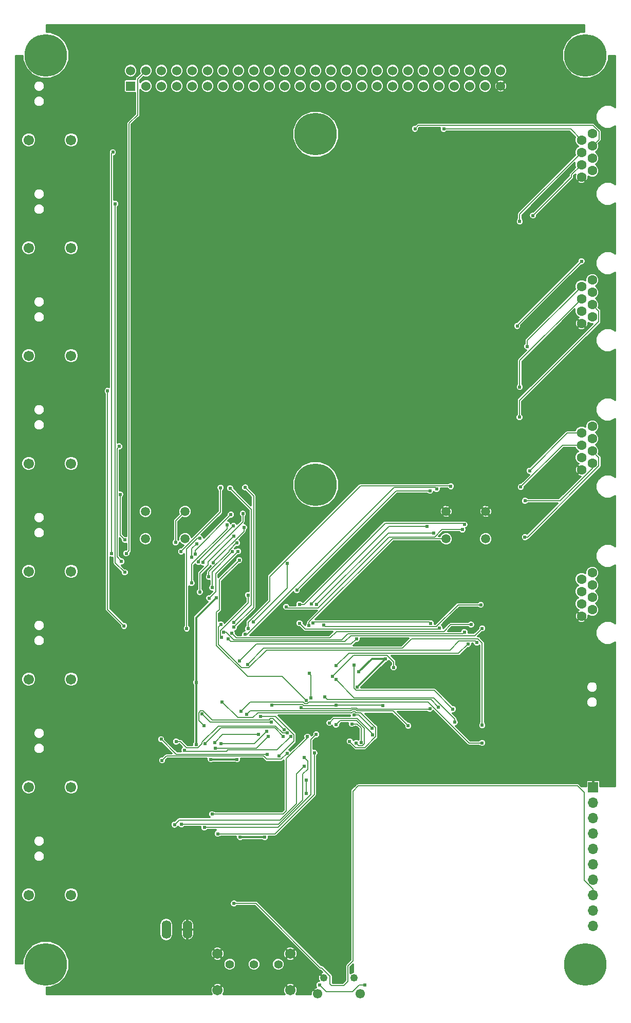
<source format=gbl>
G04 #@! TF.FileFunction,Copper,L2,Bot,Signal*
%FSLAX46Y46*%
G04 Gerber Fmt 4.6, Leading zero omitted, Abs format (unit mm)*
G04 Created by KiCad (PCBNEW 4.0.5) date 03/10/17 13:25:31*
%MOMM*%
%LPD*%
G01*
G04 APERTURE LIST*
%ADD10C,0.150000*%
%ADD11R,1.700000X1.700000*%
%ADD12O,1.700000X1.700000*%
%ADD13C,1.701800*%
%ADD14C,1.550000*%
%ADD15C,1.250000*%
%ADD16O,1.574800X3.048000*%
%ADD17O,1.600200X3.048000*%
%ADD18C,1.600000*%
%ADD19C,1.500000*%
%ADD20C,1.706880*%
%ADD21C,1.400000*%
%ADD22C,7.000000*%
%ADD23C,7.000240*%
%ADD24R,1.524000X1.524000*%
%ADD25C,1.524000*%
%ADD26C,0.609600*%
%ADD27C,0.152400*%
%ADD28C,0.304800*%
G04 APERTURE END LIST*
D10*
D11*
X121920000Y-152400000D03*
D12*
X121920000Y-154940000D03*
X121920000Y-157480000D03*
X121920000Y-160020000D03*
X121920000Y-162560000D03*
X121920000Y-165100000D03*
X121920000Y-167640000D03*
X121920000Y-170180000D03*
X121920000Y-172720000D03*
X121920000Y-175260000D03*
D13*
X35915600Y-45720000D03*
X28905200Y-45720000D03*
X35915600Y-63500000D03*
X28905200Y-63500000D03*
X35915600Y-81280000D03*
X28905200Y-81280000D03*
X35915600Y-99060000D03*
X28905200Y-99060000D03*
X35915600Y-116840000D03*
X28905200Y-116840000D03*
X35915600Y-134620000D03*
X28905200Y-134620000D03*
X35915600Y-152400000D03*
X28905200Y-152400000D03*
X35915600Y-170180000D03*
X28905200Y-170180000D03*
D14*
X76510000Y-186510000D03*
D15*
X82510000Y-183835000D03*
X77510000Y-183835000D03*
D14*
X83510000Y-186510000D03*
D16*
X55090000Y-175895000D03*
D17*
X51590000Y-175895000D03*
D18*
X121800000Y-48760000D03*
X121800000Y-46730000D03*
X120020000Y-49790000D03*
X120020000Y-47760000D03*
X120020000Y-51820000D03*
X121800000Y-50790000D03*
X120020000Y-45730000D03*
X121800000Y-44700000D03*
X121800000Y-97020000D03*
X121800000Y-94990000D03*
X120020000Y-98050000D03*
X120020000Y-96020000D03*
X120020000Y-100080000D03*
X121800000Y-99050000D03*
X120020000Y-93990000D03*
X121800000Y-92960000D03*
X121800000Y-121150000D03*
X121800000Y-119120000D03*
X120020000Y-122180000D03*
X120020000Y-120150000D03*
X120020000Y-124210000D03*
X121800000Y-123180000D03*
X120020000Y-118120000D03*
X121800000Y-117090000D03*
D19*
X54685000Y-106970000D03*
X54685000Y-111470000D03*
X48185000Y-111470000D03*
X48185000Y-106970000D03*
D20*
X60040000Y-185880000D03*
X72040000Y-185880000D03*
D21*
X66040000Y-181630000D03*
X70040000Y-181630000D03*
X62040000Y-181630000D03*
D20*
X60040000Y-179880000D03*
X72040000Y-179880000D03*
D19*
X104215000Y-106970000D03*
X104215000Y-111470000D03*
X97715000Y-111470000D03*
X97715000Y-106970000D03*
D22*
X31750000Y-31750000D03*
X120650000Y-31750000D03*
X31750000Y-181610000D03*
X120650000Y-181610000D03*
D23*
X76200000Y-44760000D03*
X76200000Y-102560000D03*
D18*
X121800000Y-72890000D03*
X121800000Y-70860000D03*
X120020000Y-73920000D03*
X120020000Y-71890000D03*
X120020000Y-75950000D03*
X121800000Y-74920000D03*
X120020000Y-69860000D03*
X121800000Y-68830000D03*
D24*
X45720000Y-36830000D03*
D25*
X45720000Y-34290000D03*
X48260000Y-36830000D03*
X48260000Y-34290000D03*
X50800000Y-36830000D03*
X50800000Y-34290000D03*
X53340000Y-36830000D03*
X53340000Y-34290000D03*
X55880000Y-36830000D03*
X55880000Y-34290000D03*
X58420000Y-36830000D03*
X58420000Y-34290000D03*
X60960000Y-36830000D03*
X60960000Y-34290000D03*
X63500000Y-36830000D03*
X63500000Y-34290000D03*
X66040000Y-36830000D03*
X66040000Y-34290000D03*
X68580000Y-36830000D03*
X68580000Y-34290000D03*
X71120000Y-36830000D03*
X71120000Y-34290000D03*
X73660000Y-36830000D03*
X73660000Y-34290000D03*
X76200000Y-36830000D03*
X76200000Y-34290000D03*
X78740000Y-36830000D03*
X78740000Y-34290000D03*
X81280000Y-36830000D03*
X81280000Y-34290000D03*
X83820000Y-36830000D03*
X83820000Y-34290000D03*
X86360000Y-36830000D03*
X86360000Y-34290000D03*
X88900000Y-36830000D03*
X88900000Y-34290000D03*
X91440000Y-36830000D03*
X91440000Y-34290000D03*
X93980000Y-36830000D03*
X93980000Y-34290000D03*
X96520000Y-36830000D03*
X96520000Y-34290000D03*
X99060000Y-36830000D03*
X99060000Y-34290000D03*
X101600000Y-36830000D03*
X101600000Y-34290000D03*
X104140000Y-36830000D03*
X104140000Y-34290000D03*
X106680000Y-36830000D03*
X106680000Y-34290000D03*
D26*
X45012300Y-113889200D03*
X60536600Y-103064800D03*
X54026200Y-113577800D03*
X55784300Y-114517600D03*
X56603300Y-112264900D03*
X62102600Y-103122600D03*
X62758400Y-125259300D03*
X57115400Y-111383900D03*
X54953300Y-126270900D03*
X61575000Y-109152000D03*
X55748700Y-118769600D03*
X62231500Y-107481400D03*
X56331600Y-113980300D03*
X64587200Y-103013600D03*
X62736000Y-126059600D03*
X62670500Y-109351700D03*
X56886900Y-115265400D03*
X62731800Y-111007100D03*
X57115100Y-120242700D03*
X64214500Y-107322900D03*
X57670700Y-115366600D03*
X64389000Y-109601000D03*
X59315600Y-115451700D03*
X63235300Y-112165000D03*
X58601900Y-117733100D03*
X65059800Y-120741000D03*
X60716200Y-127722400D03*
X63423400Y-113542600D03*
X58665700Y-121259200D03*
X63622000Y-114995400D03*
X74612900Y-138099300D03*
X42778800Y-47748600D03*
X42591100Y-113919500D03*
X44757900Y-117004300D03*
X43176400Y-56259700D03*
X44199800Y-115199100D03*
X43832300Y-96230100D03*
X66782200Y-143757300D03*
X59579200Y-145033600D03*
X44638900Y-125845000D03*
X41927500Y-87085900D03*
X68158000Y-143193700D03*
X60618200Y-145239700D03*
X68351400Y-144061100D03*
X59648000Y-145992400D03*
X68916400Y-141698800D03*
X57451800Y-140367100D03*
X44780400Y-111658000D03*
X43992900Y-104152600D03*
X57790900Y-142282800D03*
X70982800Y-142959300D03*
X70843700Y-144026800D03*
X57990200Y-145252100D03*
X71537800Y-143497200D03*
X53204800Y-144905600D03*
X68213700Y-146978500D03*
X50737900Y-144506500D03*
X71529400Y-146823100D03*
X50888900Y-148000900D03*
X72081000Y-144032300D03*
X54590200Y-146348600D03*
X59171400Y-119516600D03*
X62485800Y-113609400D03*
X74301700Y-147507100D03*
X54090800Y-158575700D03*
X75992600Y-146772500D03*
X60069200Y-160103600D03*
X76292700Y-143721700D03*
X57883100Y-159075900D03*
X74342700Y-148955400D03*
X52949700Y-158608300D03*
X97305900Y-43925600D03*
X112014000Y-58166000D03*
X82928500Y-127980000D03*
X63676600Y-131624700D03*
X92575200Y-43874500D03*
X109824900Y-59154300D03*
X95056700Y-103559400D03*
X73088500Y-119951500D03*
X120015000Y-65722500D03*
X109410500Y-76390500D03*
X96135300Y-103267600D03*
X64593000Y-127243100D03*
X75474300Y-122234600D03*
X94582800Y-109445500D03*
X111069700Y-79782900D03*
X109793900Y-91432600D03*
X95034000Y-139478200D03*
X73770200Y-139305000D03*
X65082800Y-126309500D03*
X98464000Y-102819700D03*
X109825400Y-86453400D03*
X77698500Y-137550600D03*
X96399100Y-139192300D03*
X76387700Y-122312400D03*
X95650500Y-110539300D03*
X111442500Y-100266500D03*
X75744100Y-125328300D03*
X95146200Y-125432800D03*
X73519600Y-122268600D03*
X100717100Y-109121500D03*
X109986100Y-102927100D03*
X73544700Y-125396300D03*
X96584500Y-126202600D03*
X71355000Y-122691900D03*
X100390400Y-109928700D03*
X110706800Y-105203200D03*
X110675900Y-111200400D03*
X77545000Y-125714800D03*
X103412700Y-122350600D03*
X61010100Y-126867500D03*
X100722500Y-126857000D03*
X79604300Y-132404600D03*
X101304700Y-128807800D03*
X62386600Y-127059400D03*
X101809000Y-125620500D03*
X60589800Y-125585700D03*
X102765900Y-128554000D03*
X61752000Y-127984000D03*
X103644600Y-126238700D03*
X75450600Y-137718700D03*
X75123400Y-133625000D03*
X75109700Y-125797300D03*
X74831000Y-144083600D03*
X59144000Y-156869100D03*
X81802500Y-144876700D03*
X60778400Y-138354500D03*
X84328000Y-185039000D03*
X76835000Y-185039000D03*
X83693000Y-145034000D03*
X82169000Y-141986000D03*
X79604200Y-138919200D03*
X87261000Y-138956500D03*
X68973000Y-138905400D03*
X78480100Y-141815800D03*
X85555700Y-143803800D03*
X63246000Y-147828000D03*
X58928000Y-147828000D03*
X56515000Y-145415000D03*
X83058000Y-135890000D03*
X59817000Y-121158000D03*
X56515000Y-135128000D03*
X83312000Y-133414000D03*
X87693500Y-131254000D03*
X67818000Y-160655000D03*
X63754000Y-160655000D03*
X70181900Y-147284100D03*
X67114300Y-140735700D03*
X65946700Y-125142200D03*
X71540400Y-115554600D03*
X82270600Y-182346600D03*
X114998500Y-45593000D03*
X71374000Y-121729500D03*
X89281000Y-134239000D03*
X91821000Y-132080000D03*
X116332000Y-144018000D03*
X119126000Y-146050000D03*
X124460000Y-134239000D03*
X115189000Y-117983000D03*
X115189000Y-93853000D03*
X115062000Y-69723000D03*
X118237000Y-39751000D03*
X66040000Y-150368000D03*
X67183000Y-147828000D03*
X55118000Y-135128000D03*
X60960000Y-119761000D03*
X62103000Y-122301000D03*
X85979000Y-128524000D03*
X60833000Y-166751000D03*
X61722000Y-166751000D03*
X62611000Y-166751000D03*
X63500000Y-166751000D03*
X64389000Y-166751000D03*
X65278000Y-166751000D03*
X66167000Y-166751000D03*
X65405000Y-154305000D03*
X62103000Y-154305000D03*
X77089000Y-158750000D03*
X76962000Y-166370000D03*
X44704000Y-39497000D03*
X44704000Y-49784000D03*
X44704000Y-57404000D03*
X44577000Y-164084000D03*
X29591000Y-173863000D03*
X29210000Y-163703000D03*
X29591000Y-156083000D03*
X29210000Y-145923000D03*
X29464000Y-138303000D03*
X29210000Y-128143000D03*
X29591000Y-120523000D03*
X29210000Y-110363000D03*
X29591000Y-102743000D03*
X29210000Y-92583000D03*
X29210000Y-74803000D03*
X29210000Y-57023000D03*
X29210000Y-39243000D03*
X77343000Y-118491000D03*
X64008000Y-118110000D03*
X77343000Y-144018000D03*
X57150000Y-162814000D03*
X53340000Y-162814000D03*
X61976000Y-150241000D03*
X92710000Y-143764000D03*
X85344000Y-140462000D03*
X70358000Y-154686000D03*
X70612000Y-149860000D03*
X83058000Y-149098000D03*
X90424000Y-150368000D03*
X44577000Y-174244000D03*
X44577000Y-156464000D03*
X44577000Y-146304000D03*
X44704000Y-138684000D03*
X44704000Y-128524000D03*
X44577000Y-120904000D03*
X44704000Y-110744000D03*
X44704000Y-103124000D03*
X44704000Y-92964000D03*
X44704000Y-85344000D03*
X29337000Y-85090000D03*
X29337000Y-67310000D03*
X44196000Y-76200000D03*
X44323000Y-71120000D03*
X29464000Y-49530000D03*
X76708000Y-181102000D03*
X74676000Y-151257000D03*
X74676000Y-153416000D03*
X82874700Y-145141300D03*
X79561000Y-142125600D03*
X89050100Y-132671100D03*
X78944300Y-134139900D03*
X82498400Y-140517300D03*
X85469800Y-142725200D03*
X53129500Y-112088000D03*
X103644600Y-142220300D03*
X64973600Y-132170900D03*
X63910800Y-139900000D03*
X103644600Y-145130800D03*
X62727500Y-171584700D03*
X91445900Y-142303000D03*
X64871100Y-140430500D03*
X79561000Y-134692300D03*
X99105100Y-141694500D03*
X82497400Y-132256500D03*
X98822600Y-139552100D03*
D27*
X45472400Y-113429100D02*
X45012300Y-113889200D01*
X45472400Y-42995400D02*
X45472400Y-113429100D01*
X46882000Y-41585800D02*
X45472400Y-42995400D01*
X46882000Y-35668000D02*
X46882000Y-41585800D01*
X48260000Y-34290000D02*
X46882000Y-35668000D01*
X60536600Y-107067400D02*
X54026200Y-113577800D01*
X60536600Y-103064800D02*
X60536600Y-107067400D01*
X55784300Y-113083900D02*
X56603300Y-112264900D01*
X55784300Y-114517600D02*
X55784300Y-113083900D01*
X65627800Y-122389900D02*
X62758400Y-125259300D01*
X65627800Y-106647800D02*
X65627800Y-122389900D01*
X62102600Y-103122600D02*
X65627800Y-106647800D01*
X54953300Y-113160100D02*
X54953300Y-126270900D01*
X56729500Y-111383900D02*
X54953300Y-113160100D01*
X57115400Y-111383900D02*
X56729500Y-111383900D01*
X55748700Y-115648800D02*
X55748700Y-118769600D01*
X61575000Y-109822500D02*
X55748700Y-115648800D01*
X61575000Y-109152000D02*
X61575000Y-109822500D01*
X56331600Y-113381300D02*
X62231500Y-107481400D01*
X56331600Y-113980300D02*
X56331600Y-113381300D01*
X65979700Y-122815900D02*
X62736000Y-126059600D01*
X65979700Y-104406100D02*
X65979700Y-122815900D01*
X64587200Y-103013600D02*
X65979700Y-104406100D01*
X56887000Y-115265400D02*
X56886900Y-115265400D01*
X56887000Y-115135200D02*
X56887000Y-115265400D01*
X62670500Y-109351700D02*
X56887000Y-115135200D01*
X57115100Y-117168500D02*
X57115100Y-120242700D01*
X58505700Y-115777900D02*
X57115100Y-117168500D01*
X58505700Y-115233200D02*
X58505700Y-115777900D01*
X62731800Y-111007100D02*
X58505700Y-115233200D01*
X57670700Y-115205300D02*
X57670700Y-115366600D01*
X64214500Y-108661500D02*
X57670700Y-115205300D01*
X64214500Y-107322900D02*
X64214500Y-108661500D01*
X59315600Y-115451700D02*
X59315600Y-115309400D01*
X64389000Y-110236000D02*
X64389000Y-109601000D01*
X59315600Y-115309400D02*
X64389000Y-110236000D01*
X58601900Y-116920300D02*
X58601900Y-117733100D01*
X61952100Y-113570100D02*
X58601900Y-116920300D01*
X61952100Y-113388300D02*
X61952100Y-113570100D01*
X63175400Y-112165000D02*
X61952100Y-113388300D01*
X63235300Y-112165000D02*
X63175400Y-112165000D01*
X65059800Y-122063000D02*
X65059800Y-120741000D01*
X60476400Y-126646400D02*
X65059800Y-122063000D01*
X60476400Y-127482600D02*
X60476400Y-126646400D01*
X60716200Y-127722400D02*
X60476400Y-127482600D01*
X59767500Y-120157400D02*
X58665700Y-121259200D01*
X59767500Y-117198500D02*
X59767500Y-120157400D01*
X63423400Y-113542600D02*
X59767500Y-117198500D01*
X70672400Y-134158800D02*
X74612900Y-138099300D01*
X64976200Y-134158800D02*
X70672400Y-134158800D01*
X59866200Y-129048800D02*
X64976200Y-134158800D01*
X59866200Y-123603500D02*
X59866200Y-129048800D01*
X60350900Y-123118800D02*
X59866200Y-123603500D01*
X60350900Y-118266500D02*
X60350900Y-123118800D01*
X63622000Y-114995400D02*
X60350900Y-118266500D01*
X42591100Y-47936300D02*
X42591100Y-113919500D01*
X42778800Y-47748600D02*
X42591100Y-47936300D01*
X43154100Y-115400500D02*
X44757900Y-117004300D01*
X43154100Y-56282000D02*
X43154100Y-115400500D01*
X43176400Y-56259700D02*
X43154100Y-56282000D01*
X43459200Y-114458500D02*
X44199800Y-115199100D01*
X43459200Y-96603200D02*
X43459200Y-114458500D01*
X43832300Y-96230100D02*
X43459200Y-96603200D01*
X60855500Y-143757300D02*
X59579200Y-145033600D01*
X66782200Y-143757300D02*
X60855500Y-143757300D01*
X41927500Y-123133600D02*
X41927500Y-87085900D01*
X44638900Y-125845000D02*
X41927500Y-123133600D01*
X66112000Y-145239700D02*
X60618200Y-145239700D01*
X68158000Y-143193700D02*
X66112000Y-145239700D01*
X66420100Y-145992400D02*
X59648000Y-145992400D01*
X68351400Y-144061100D02*
X66420100Y-145992400D01*
X43992900Y-110870500D02*
X43992900Y-104152600D01*
X44780400Y-111658000D02*
X43992900Y-110870500D01*
X58783500Y-141698800D02*
X57451800Y-140367100D01*
X68916400Y-141698800D02*
X58783500Y-141698800D01*
X69152500Y-141129000D02*
X70982800Y-142959300D01*
X68731400Y-141129000D02*
X69152500Y-141129000D01*
X68532900Y-141327500D02*
X68731400Y-141129000D01*
X59167100Y-141327500D02*
X68532900Y-141327500D01*
X57673000Y-139833400D02*
X59167100Y-141327500D01*
X57230700Y-139833400D02*
X57673000Y-139833400D01*
X56918100Y-140146000D02*
X57230700Y-139833400D01*
X56918100Y-141410000D02*
X56918100Y-140146000D01*
X57790900Y-142282800D02*
X56918100Y-141410000D01*
X69458600Y-142641700D02*
X70843700Y-144026800D01*
X60600600Y-142641700D02*
X69458600Y-142641700D01*
X57990200Y-145252100D02*
X60600600Y-142641700D01*
X53909500Y-144905600D02*
X53204800Y-144905600D01*
X54957600Y-145953700D02*
X53909500Y-144905600D01*
X56784500Y-145953700D02*
X54957600Y-145953700D01*
X57456400Y-145281800D02*
X56784500Y-145953700D01*
X57456400Y-145019400D02*
X57456400Y-145281800D01*
X60139300Y-142336500D02*
X57456400Y-145019400D01*
X69585100Y-142336500D02*
X60139300Y-142336500D01*
X70741600Y-143493000D02*
X69585100Y-142336500D01*
X71533600Y-143493000D02*
X70741600Y-143493000D01*
X71537800Y-143497200D02*
X71533600Y-143493000D01*
X53209900Y-146978500D02*
X50737900Y-144506500D01*
X68213700Y-146978500D02*
X53209900Y-146978500D01*
X51595600Y-147294200D02*
X50888900Y-148000900D01*
X67625600Y-147294200D02*
X51595600Y-147294200D01*
X68153500Y-147822100D02*
X67625600Y-147294200D01*
X70530400Y-147822100D02*
X68153500Y-147822100D01*
X71529400Y-146823100D02*
X70530400Y-147822100D01*
X69815700Y-146297600D02*
X72081000Y-144032300D01*
X61739700Y-146297600D02*
X69815700Y-146297600D01*
X61503800Y-146533500D02*
X61739700Y-146297600D01*
X54775100Y-146533500D02*
X61503800Y-146533500D01*
X54590200Y-146348600D02*
X54775100Y-146533500D01*
X59171400Y-116923800D02*
X62485800Y-113609400D01*
X59171400Y-119516600D02*
X59171400Y-116923800D01*
X54124300Y-158542200D02*
X54090800Y-158575700D01*
X70080700Y-158542200D02*
X54124300Y-158542200D01*
X74093700Y-154529200D02*
X70080700Y-158542200D01*
X74093700Y-150266300D02*
X74093700Y-154529200D01*
X74876500Y-149483500D02*
X74093700Y-150266300D01*
X74876500Y-148081900D02*
X74876500Y-149483500D01*
X74301700Y-147507100D02*
X74876500Y-148081900D01*
X69513400Y-160103600D02*
X60069200Y-160103600D01*
X75992600Y-153624400D02*
X69513400Y-160103600D01*
X75992600Y-146772500D02*
X75992600Y-153624400D01*
X70023100Y-159075900D02*
X57883100Y-159075900D01*
X75448700Y-153650300D02*
X70023100Y-159075900D01*
X75448700Y-144565700D02*
X75448700Y-153650300D01*
X76292700Y-143721700D02*
X75448700Y-144565700D01*
X73035100Y-150263000D02*
X74342700Y-148955400D01*
X73035100Y-155147600D02*
X73035100Y-150263000D01*
X70366200Y-157816500D02*
X73035100Y-155147600D01*
X53741500Y-157816500D02*
X70366200Y-157816500D01*
X52949700Y-158608300D02*
X53741500Y-157816500D01*
X118215600Y-43925600D02*
X97305900Y-43925600D01*
X120020000Y-45730000D02*
X118215600Y-43925600D01*
X112014000Y-58166000D02*
X118364000Y-51816000D01*
X118364000Y-51446000D02*
X120020000Y-49790000D01*
X118364000Y-51816000D02*
X118364000Y-51446000D01*
X82061600Y-128846900D02*
X82928500Y-127980000D01*
X66454400Y-128846900D02*
X82061600Y-128846900D01*
X63676600Y-131624700D02*
X66454400Y-128846900D01*
X122883400Y-45646600D02*
X121800000Y-46730000D01*
X122883400Y-44328100D02*
X122883400Y-45646600D01*
X121880300Y-43325000D02*
X122883400Y-44328100D01*
X93124700Y-43325000D02*
X121880300Y-43325000D01*
X92575200Y-43874500D02*
X93124700Y-43325000D01*
X109824900Y-59154300D02*
X109824900Y-57955100D01*
X120020000Y-47760000D02*
X109824900Y-57955100D01*
X89480600Y-103559400D02*
X95056700Y-103559400D01*
X73088500Y-119951500D02*
X89480600Y-103559400D01*
X120015000Y-65722500D02*
X109410500Y-76327000D01*
X109410500Y-76327000D02*
X109410500Y-76390500D01*
X96135300Y-103267600D02*
X95893400Y-103025700D01*
X95893400Y-103025700D02*
X89122100Y-103025700D01*
X89122100Y-103025700D02*
X64904700Y-127243100D01*
X64904700Y-127243100D02*
X64593000Y-127243100D01*
X88263400Y-109445500D02*
X94582800Y-109445500D01*
X75474300Y-122234600D02*
X88263400Y-109445500D01*
X111069700Y-78810300D02*
X120020000Y-69860000D01*
X111069700Y-79782900D02*
X111069700Y-78810300D01*
X122829000Y-73919000D02*
X121800000Y-72890000D01*
X122829000Y-75643600D02*
X122829000Y-73919000D01*
X109793900Y-88678700D02*
X122829000Y-75643600D01*
X109793900Y-91432600D02*
X109793900Y-88678700D01*
X73964200Y-139499000D02*
X73770200Y-139305000D01*
X81898700Y-139499000D02*
X73964200Y-139499000D01*
X82024300Y-139373400D02*
X81898700Y-139499000D01*
X82972600Y-139373400D02*
X82024300Y-139373400D01*
X83130600Y-139531400D02*
X82972600Y-139373400D01*
X94980800Y-139531400D02*
X83130600Y-139531400D01*
X95034000Y-139478200D02*
X94980800Y-139531400D01*
X109825400Y-82084600D02*
X120020000Y-71890000D01*
X109825400Y-86453400D02*
X109825400Y-82084600D01*
X65082800Y-125230600D02*
X65082800Y-126309500D01*
X68610100Y-121703300D02*
X65082800Y-125230600D01*
X68610100Y-117709500D02*
X68610100Y-121703300D01*
X83599100Y-102720500D02*
X68610100Y-117709500D01*
X98364800Y-102720500D02*
X83599100Y-102720500D01*
X98464000Y-102819700D02*
X98364800Y-102720500D01*
X95205700Y-137998900D02*
X96399100Y-139192300D01*
X78146800Y-137998900D02*
X95205700Y-137998900D01*
X77698500Y-137550600D02*
X78146800Y-137998900D01*
X117689900Y-93990000D02*
X120020000Y-93990000D01*
X111442500Y-100266500D02*
X117689900Y-93990000D01*
X88160800Y-110539300D02*
X95650500Y-110539300D01*
X76387700Y-122312400D02*
X88160800Y-110539300D01*
X94870100Y-125156700D02*
X95146200Y-125432800D01*
X75915700Y-125156700D02*
X94870100Y-125156700D01*
X75744100Y-125328300D02*
X75915700Y-125156700D01*
X116893200Y-96020000D02*
X120020000Y-96020000D01*
X109986100Y-102927100D02*
X116893200Y-96020000D01*
X74320300Y-122268600D02*
X73519600Y-122268600D01*
X87677100Y-108911800D02*
X74320300Y-122268600D01*
X100507400Y-108911800D02*
X87677100Y-108911800D01*
X100717100Y-109121500D02*
X100507400Y-108911800D01*
X96441800Y-126345300D02*
X96584500Y-126202600D01*
X74493700Y-126345300D02*
X96441800Y-126345300D01*
X73544700Y-125396300D02*
X74493700Y-126345300D01*
X97029600Y-109928700D02*
X100390400Y-109928700D01*
X95793500Y-111164800D02*
X97029600Y-109928700D01*
X88302000Y-111164800D02*
X95793500Y-111164800D01*
X76603100Y-122863700D02*
X88302000Y-111164800D01*
X71526800Y-122863700D02*
X76603100Y-122863700D01*
X71355000Y-122691900D02*
X71526800Y-122863700D01*
X121800000Y-99841900D02*
X121800000Y-99050000D01*
X116438700Y-105203200D02*
X121800000Y-99841900D01*
X110706800Y-105203200D02*
X116438700Y-105203200D01*
X122868100Y-98088100D02*
X121800000Y-97020000D01*
X122868100Y-99437200D02*
X122868100Y-98088100D01*
X111104900Y-111200400D02*
X122868100Y-99437200D01*
X110675900Y-111200400D02*
X111104900Y-111200400D01*
X77796700Y-125966500D02*
X77545000Y-125714800D01*
X96065900Y-125966500D02*
X77796700Y-125966500D01*
X99681800Y-122350600D02*
X96065900Y-125966500D01*
X103412700Y-122350600D02*
X99681800Y-122350600D01*
X100461000Y-127118500D02*
X100722500Y-126857000D01*
X81472300Y-127118500D02*
X100461000Y-127118500D01*
X80477000Y-128113800D02*
X81472300Y-127118500D01*
X62686200Y-128113800D02*
X80477000Y-128113800D01*
X61439900Y-126867500D02*
X62686200Y-128113800D01*
X61010100Y-126867500D02*
X61439900Y-126867500D01*
X99751800Y-130360700D02*
X101304700Y-128807800D01*
X81648200Y-130360700D02*
X99751800Y-130360700D01*
X79604300Y-132404600D02*
X81648200Y-130360700D01*
X63110700Y-127783500D02*
X62386600Y-127059400D01*
X78577700Y-127783500D02*
X63110700Y-127783500D01*
X79609400Y-126751800D02*
X78577700Y-127783500D01*
X97311900Y-126751800D02*
X79609400Y-126751800D01*
X98443200Y-125620500D02*
X97311900Y-126751800D01*
X101809000Y-125620500D02*
X98443200Y-125620500D01*
X102486000Y-128274100D02*
X102765900Y-128554000D01*
X99841100Y-128274100D02*
X102486000Y-128274100D01*
X98319200Y-129796000D02*
X99841100Y-128274100D01*
X68103400Y-129796000D02*
X98319200Y-129796000D01*
X65194800Y-132704600D02*
X68103400Y-129796000D01*
X63979100Y-132704600D02*
X65194800Y-132704600D01*
X60171300Y-128896800D02*
X63979100Y-132704600D01*
X60171300Y-126004200D02*
X60171300Y-128896800D01*
X60589800Y-125585700D02*
X60171300Y-126004200D01*
X102459500Y-127423800D02*
X103644600Y-126238700D01*
X82011600Y-127423800D02*
X102459500Y-127423800D01*
X81016400Y-128419000D02*
X82011600Y-127423800D01*
X62187000Y-128419000D02*
X81016400Y-128419000D01*
X61752000Y-127984000D02*
X62187000Y-128419000D01*
X75109700Y-125206800D02*
X75109700Y-125797300D01*
X88846500Y-111470000D02*
X75109700Y-125206800D01*
X97715000Y-111470000D02*
X88846500Y-111470000D01*
X75450600Y-133952200D02*
X75123400Y-133625000D01*
X75450600Y-137718700D02*
X75450600Y-133952200D01*
X70847700Y-156869100D02*
X59144000Y-156869100D01*
X71374800Y-156342000D02*
X70847700Y-156869100D01*
X71374800Y-147732600D02*
X71374800Y-156342000D01*
X74831000Y-144276400D02*
X71374800Y-147732600D01*
X74831000Y-144083600D02*
X74831000Y-144276400D01*
X63388200Y-140964300D02*
X60778400Y-138354500D01*
X65863000Y-140964300D02*
X63388200Y-140964300D01*
X66661100Y-140166200D02*
X65863000Y-140964300D01*
X82094700Y-140166200D02*
X66661100Y-140166200D01*
X82277300Y-139983600D02*
X82094700Y-140166200D01*
X82719600Y-139983600D02*
X82277300Y-139983600D01*
X82902200Y-140166200D02*
X82719600Y-139983600D01*
X83665700Y-140166200D02*
X82902200Y-140166200D01*
X86089400Y-142589900D02*
X83665700Y-140166200D01*
X86089400Y-144079500D02*
X86089400Y-142589900D01*
X84279900Y-145889000D02*
X86089400Y-144079500D01*
X82814800Y-145889000D02*
X84279900Y-145889000D01*
X81802500Y-144876700D02*
X82814800Y-145889000D01*
X84328000Y-185039000D02*
X83375500Y-185039000D01*
X83693000Y-145034000D02*
X83693000Y-142621000D01*
X83693000Y-142621000D02*
X83058000Y-141986000D01*
X83058000Y-141986000D02*
X82169000Y-141986000D01*
X77914500Y-186118500D02*
X76835000Y-185039000D01*
X82296000Y-186118500D02*
X77914500Y-186118500D01*
X83375500Y-185039000D02*
X82296000Y-186118500D01*
X87223700Y-138919200D02*
X87261000Y-138956500D01*
X79604200Y-138919200D02*
X87223700Y-138919200D01*
X79585300Y-138938100D02*
X79604200Y-138919200D01*
X74265300Y-138938100D02*
X79585300Y-138938100D01*
X74098400Y-138771200D02*
X74265300Y-138938100D01*
X69107200Y-138771200D02*
X74098400Y-138771200D01*
X68973000Y-138905400D02*
X69107200Y-138771200D01*
X85555700Y-143614200D02*
X85555700Y-143803800D01*
X83061200Y-141119700D02*
X85555700Y-143614200D01*
X79176200Y-141119700D02*
X83061200Y-141119700D01*
X78480100Y-141815800D02*
X79176200Y-141119700D01*
D28*
X56515000Y-135128000D02*
X56515000Y-145415000D01*
X63246000Y-147828000D02*
X58928000Y-147828000D01*
X83058000Y-135890000D02*
X87693500Y-131254000D01*
X56515000Y-124460000D02*
X59817000Y-121158000D01*
X56515000Y-135128000D02*
X56515000Y-124460000D01*
X85471000Y-131254000D02*
X83312000Y-133414000D01*
X87693500Y-131254000D02*
X85471000Y-131254000D01*
X63754000Y-160655000D02*
X67818000Y-160655000D01*
D27*
X71540400Y-119548500D02*
X71540400Y-115554600D01*
X65946700Y-125142200D02*
X71540400Y-119548500D01*
X69579800Y-140735700D02*
X67114300Y-140735700D01*
X72651600Y-143807500D02*
X69579800Y-140735700D01*
X72651600Y-144814400D02*
X72651600Y-143807500D01*
X70181900Y-147284100D02*
X72651600Y-144814400D01*
D28*
X121920000Y-152400000D02*
X121920000Y-150749000D01*
D27*
X66040000Y-148971000D02*
X66040000Y-150368000D01*
X67183000Y-147828000D02*
X66040000Y-148971000D01*
X60960000Y-121158000D02*
X60960000Y-119761000D01*
X62103000Y-122301000D02*
X60960000Y-121158000D01*
D28*
X60833000Y-166751000D02*
X61722000Y-166751000D01*
X62611000Y-166751000D02*
X63500000Y-166751000D01*
X64389000Y-166751000D02*
X65278000Y-166751000D01*
D27*
X74676000Y-151257000D02*
X74676000Y-153416000D01*
X83306600Y-145573200D02*
X82874700Y-145141300D01*
X83922400Y-145573200D02*
X83306600Y-145573200D01*
X84228800Y-145266800D02*
X83922400Y-145573200D01*
X84228800Y-142723800D02*
X84228800Y-145266800D01*
X82957200Y-141452200D02*
X84228800Y-142723800D01*
X80234400Y-141452200D02*
X82957200Y-141452200D01*
X79561000Y-142125600D02*
X80234400Y-141452200D01*
X82418400Y-130665800D02*
X78944300Y-134139900D01*
X87945600Y-130665800D02*
X82418400Y-130665800D01*
X89050100Y-131770300D02*
X87945600Y-130665800D01*
X89050100Y-132671100D02*
X89050100Y-131770300D01*
X83261900Y-140517300D02*
X85469800Y-142725200D01*
X82498400Y-140517300D02*
X83261900Y-140517300D01*
X53129500Y-108525500D02*
X53129500Y-112088000D01*
X54685000Y-106970000D02*
X53129500Y-108525500D01*
X67653600Y-129490900D02*
X64973600Y-132170900D01*
X90480500Y-129490900D02*
X67653600Y-129490900D01*
X90480500Y-129490800D02*
X90480500Y-129490900D01*
X92002300Y-127969000D02*
X90480500Y-129490800D01*
X102935800Y-127969000D02*
X92002300Y-127969000D01*
X103644600Y-128677800D02*
X102935800Y-127969000D01*
X103644600Y-142220300D02*
X103644600Y-128677800D01*
X101457500Y-145130800D02*
X103644600Y-145130800D01*
X94683800Y-138357100D02*
X101457500Y-145130800D01*
X75110000Y-138357100D02*
X94683800Y-138357100D01*
X74834100Y-138633000D02*
X75110000Y-138357100D01*
X74391800Y-138633000D02*
X74834100Y-138633000D01*
X74115900Y-138357100D02*
X74391800Y-138633000D01*
X65453700Y-138357100D02*
X74115900Y-138357100D01*
X63910800Y-139900000D02*
X65453700Y-138357100D01*
X82346800Y-158623000D02*
X82346800Y-153085800D01*
X121808200Y-169101100D02*
X121920000Y-169101100D01*
X120459000Y-167751900D02*
X121808200Y-169101100D01*
X120459000Y-156963100D02*
X120459000Y-167751900D01*
X121920000Y-169101100D02*
X121920000Y-170180000D01*
X120459000Y-153326600D02*
X120459000Y-156963100D01*
X119354600Y-152222200D02*
X120459000Y-153326600D01*
X83210400Y-152222200D02*
X119354600Y-152222200D01*
X82346800Y-153085800D02*
X83210400Y-152222200D01*
X80822800Y-185115200D02*
X81534000Y-184404000D01*
X78395500Y-183399100D02*
X78587600Y-183591200D01*
X78587600Y-183591200D02*
X78587600Y-184886600D01*
X78587600Y-184886600D02*
X78816200Y-185115200D01*
X78816200Y-185115200D02*
X80822800Y-185115200D01*
X77201300Y-182200300D02*
X78395500Y-183394500D01*
X76967200Y-182200300D02*
X77201300Y-182200300D01*
X66351600Y-171584700D02*
X76967200Y-182200300D01*
X62727500Y-171584700D02*
X66351600Y-171584700D01*
X78395500Y-183394500D02*
X78395500Y-183399100D01*
X82346800Y-181076600D02*
X82346800Y-158623000D01*
X82346800Y-158623000D02*
X82346800Y-158602200D01*
X81534000Y-181889400D02*
X82346800Y-181076600D01*
X81534000Y-184404000D02*
X81534000Y-181889400D01*
X65440600Y-139861000D02*
X64871100Y-140430500D01*
X81968300Y-139861000D02*
X65440600Y-139861000D01*
X82150800Y-139678500D02*
X81968300Y-139861000D01*
X82846100Y-139678500D02*
X82150800Y-139678500D01*
X83028600Y-139861000D02*
X82846100Y-139678500D01*
X89003900Y-139861000D02*
X83028600Y-139861000D01*
X91445900Y-142303000D02*
X89003900Y-139861000D01*
X82562400Y-137693700D02*
X79561000Y-134692300D01*
X95655400Y-137693700D02*
X82562400Y-137693700D01*
X99105100Y-141143400D02*
X95655400Y-137693700D01*
X99105100Y-141694500D02*
X99105100Y-141143400D01*
X95715800Y-136445300D02*
X98822600Y-139552100D01*
X82829300Y-136445300D02*
X95715800Y-136445300D01*
X82497400Y-136113400D02*
X82829300Y-136445300D01*
X82497400Y-132256500D02*
X82497400Y-136113400D01*
D28*
G36*
X120497600Y-27894265D02*
X119886438Y-27893732D01*
X118468831Y-28479475D01*
X117383287Y-29563126D01*
X116795070Y-30979709D01*
X116793732Y-32513562D01*
X117379475Y-33931169D01*
X118463126Y-35016713D01*
X119879709Y-35604930D01*
X121413562Y-35606268D01*
X122831169Y-35020525D01*
X123916713Y-33936874D01*
X124504930Y-32520291D01*
X124505469Y-31902400D01*
X125577600Y-31902400D01*
X125577600Y-40346323D01*
X125463384Y-40231908D01*
X124735694Y-39929745D01*
X123947763Y-39929057D01*
X123219546Y-40229950D01*
X122661908Y-40786616D01*
X122359745Y-41514306D01*
X122359057Y-42302237D01*
X122659950Y-43030454D01*
X123216616Y-43588092D01*
X123944306Y-43890255D01*
X124732237Y-43890943D01*
X125460454Y-43590050D01*
X125577600Y-43473108D01*
X125577600Y-53046323D01*
X125463384Y-52931908D01*
X124735694Y-52629745D01*
X123947763Y-52629057D01*
X123219546Y-52929950D01*
X122661908Y-53486616D01*
X122359745Y-54214306D01*
X122359057Y-55002237D01*
X122659950Y-55730454D01*
X123216616Y-56288092D01*
X123944306Y-56590255D01*
X124732237Y-56590943D01*
X125460454Y-56290050D01*
X125577600Y-56173108D01*
X125577600Y-64476323D01*
X125463384Y-64361908D01*
X124735694Y-64059745D01*
X123947763Y-64059057D01*
X123219546Y-64359950D01*
X122661908Y-64916616D01*
X122359745Y-65644306D01*
X122359057Y-66432237D01*
X122659950Y-67160454D01*
X123216616Y-67718092D01*
X123944306Y-68020255D01*
X124732237Y-68020943D01*
X125460454Y-67720050D01*
X125577600Y-67603108D01*
X125577600Y-77176323D01*
X125463384Y-77061908D01*
X124735694Y-76759745D01*
X123947763Y-76759057D01*
X123219546Y-77059950D01*
X122661908Y-77616616D01*
X122359745Y-78344306D01*
X122359057Y-79132237D01*
X122659950Y-79860454D01*
X123216616Y-80418092D01*
X123944306Y-80720255D01*
X124732237Y-80720943D01*
X125460454Y-80420050D01*
X125577600Y-80303108D01*
X125577600Y-88606323D01*
X125463384Y-88491908D01*
X124735694Y-88189745D01*
X123947763Y-88189057D01*
X123219546Y-88489950D01*
X122661908Y-89046616D01*
X122359745Y-89774306D01*
X122359057Y-90562237D01*
X122659950Y-91290454D01*
X123216616Y-91848092D01*
X123944306Y-92150255D01*
X124732237Y-92150943D01*
X125460454Y-91850050D01*
X125577600Y-91733108D01*
X125577600Y-101306323D01*
X125463384Y-101191908D01*
X124735694Y-100889745D01*
X123947763Y-100889057D01*
X123219546Y-101189950D01*
X122661908Y-101746616D01*
X122359745Y-102474306D01*
X122359057Y-103262237D01*
X122659950Y-103990454D01*
X123216616Y-104548092D01*
X123944306Y-104850255D01*
X124732237Y-104850943D01*
X125460454Y-104550050D01*
X125577600Y-104433108D01*
X125577600Y-112736323D01*
X125463384Y-112621908D01*
X124735694Y-112319745D01*
X123947763Y-112319057D01*
X123219546Y-112619950D01*
X122661908Y-113176616D01*
X122359745Y-113904306D01*
X122359057Y-114692237D01*
X122659950Y-115420454D01*
X123216616Y-115978092D01*
X123944306Y-116280255D01*
X124732237Y-116280943D01*
X125460454Y-115980050D01*
X125577600Y-115863108D01*
X125577600Y-125436323D01*
X125463384Y-125321908D01*
X124735694Y-125019745D01*
X123947763Y-125019057D01*
X123219546Y-125319950D01*
X122661908Y-125876616D01*
X122359745Y-126604306D01*
X122359057Y-127392237D01*
X122659950Y-128120454D01*
X123216616Y-128678092D01*
X123944306Y-128980255D01*
X124732237Y-128980943D01*
X125460454Y-128680050D01*
X125577600Y-128563108D01*
X125577600Y-152247600D01*
X123074800Y-152247600D01*
X123074800Y-151489371D01*
X123028397Y-151377344D01*
X122942655Y-151291603D01*
X122830628Y-151245200D01*
X122034300Y-151245200D01*
X121958100Y-151321400D01*
X121958100Y-152247600D01*
X121881900Y-152247600D01*
X121881900Y-151321400D01*
X121805700Y-151245200D01*
X121009372Y-151245200D01*
X120897345Y-151291603D01*
X120811603Y-151377344D01*
X120765200Y-151489371D01*
X120765200Y-152247600D01*
X119990658Y-152247600D01*
X119659929Y-151916871D01*
X119519843Y-151823269D01*
X119354600Y-151790400D01*
X83210405Y-151790400D01*
X83210400Y-151790399D01*
X83079021Y-151816533D01*
X83045157Y-151823269D01*
X82905071Y-151916871D01*
X82574342Y-152247600D01*
X82550000Y-152247600D01*
X82490708Y-152259607D01*
X82440758Y-152293736D01*
X82408023Y-152344609D01*
X82397600Y-152400000D01*
X82397600Y-152424342D01*
X82041471Y-152780471D01*
X81947869Y-152920557D01*
X81915000Y-153085800D01*
X81915000Y-180897742D01*
X81228671Y-181584071D01*
X81135069Y-181724157D01*
X81102200Y-181889400D01*
X81102200Y-184225143D01*
X80643942Y-184683400D01*
X79019400Y-184683400D01*
X79019400Y-183591200D01*
X78986531Y-183425957D01*
X78892929Y-183285871D01*
X78892926Y-183285869D01*
X78710092Y-183103034D01*
X78700829Y-183089171D01*
X77506629Y-181894971D01*
X77422938Y-181839051D01*
X77366543Y-181801369D01*
X77201300Y-181768500D01*
X77146057Y-181768500D01*
X66656929Y-171279371D01*
X66516843Y-171185769D01*
X66351600Y-171152900D01*
X63229585Y-171152900D01*
X63102075Y-171025167D01*
X62859438Y-170924415D01*
X62596715Y-170924186D01*
X62353902Y-171024514D01*
X62167967Y-171210125D01*
X62067215Y-171452762D01*
X62066986Y-171715485D01*
X62167314Y-171958298D01*
X62352925Y-172144233D01*
X62595562Y-172244985D01*
X62858285Y-172245214D01*
X63101098Y-172144886D01*
X63229708Y-172016500D01*
X66172742Y-172016500D01*
X76661869Y-182505626D01*
X76661871Y-182505629D01*
X76801957Y-182599231D01*
X76967200Y-182632100D01*
X77022442Y-182632100D01*
X77304054Y-182913712D01*
X76984043Y-183046264D01*
X76921063Y-183192181D01*
X77510000Y-183781118D01*
X77524142Y-183766976D01*
X77578024Y-183820858D01*
X77563882Y-183835000D01*
X77578024Y-183849142D01*
X77524142Y-183903024D01*
X77510000Y-183888882D01*
X77495858Y-183903024D01*
X77441976Y-183849142D01*
X77456118Y-183835000D01*
X76867181Y-183246063D01*
X76721264Y-183309043D01*
X76580028Y-183650915D01*
X76580372Y-184020813D01*
X76721264Y-184360957D01*
X76761993Y-184378536D01*
X76704215Y-184378486D01*
X76461402Y-184478814D01*
X76275467Y-184664425D01*
X76174715Y-184907062D01*
X76174486Y-185169785D01*
X76274814Y-185412598D01*
X76293962Y-185431779D01*
X75902612Y-185591751D01*
X75894086Y-185597448D01*
X75812831Y-185758949D01*
X76510000Y-186456118D01*
X76524142Y-186441976D01*
X76578024Y-186495858D01*
X76563882Y-186510000D01*
X76578024Y-186524142D01*
X76564566Y-186537600D01*
X76455434Y-186537600D01*
X76441976Y-186524142D01*
X76456118Y-186510000D01*
X75758949Y-185812831D01*
X75597448Y-185894086D01*
X75431212Y-186290188D01*
X75430060Y-186537600D01*
X73019550Y-186537600D01*
X73196598Y-186118492D01*
X73199823Y-185657727D01*
X73026476Y-185230801D01*
X73017290Y-185217051D01*
X72847639Y-185126243D01*
X72093882Y-185880000D01*
X72108024Y-185894142D01*
X72054142Y-185948024D01*
X72040000Y-185933882D01*
X72025858Y-185948024D01*
X71971976Y-185894142D01*
X71986118Y-185880000D01*
X71232361Y-185126243D01*
X71062710Y-185217051D01*
X70883402Y-185641508D01*
X70880177Y-186102273D01*
X71053524Y-186529199D01*
X71059136Y-186537600D01*
X61019550Y-186537600D01*
X61196598Y-186118492D01*
X61199823Y-185657727D01*
X61026476Y-185230801D01*
X61017290Y-185217051D01*
X60847639Y-185126243D01*
X60093882Y-185880000D01*
X60108024Y-185894142D01*
X60054142Y-185948024D01*
X60040000Y-185933882D01*
X60025858Y-185948024D01*
X59971976Y-185894142D01*
X59986118Y-185880000D01*
X59232361Y-185126243D01*
X59062710Y-185217051D01*
X58883402Y-185641508D01*
X58880177Y-186102273D01*
X59053524Y-186529199D01*
X59059136Y-186537600D01*
X31902400Y-186537600D01*
X31902400Y-185465735D01*
X32513562Y-185466268D01*
X33466890Y-185072361D01*
X59286243Y-185072361D01*
X60040000Y-185826118D01*
X60793757Y-185072361D01*
X71286243Y-185072361D01*
X72040000Y-185826118D01*
X72793757Y-185072361D01*
X72702949Y-184902710D01*
X72278492Y-184723402D01*
X71817727Y-184720177D01*
X71390801Y-184893524D01*
X71377051Y-184902710D01*
X71286243Y-185072361D01*
X60793757Y-185072361D01*
X60702949Y-184902710D01*
X60278492Y-184723402D01*
X59817727Y-184720177D01*
X59390801Y-184893524D01*
X59377051Y-184902710D01*
X59286243Y-185072361D01*
X33466890Y-185072361D01*
X33931169Y-184880525D01*
X35016713Y-183796874D01*
X35604930Y-182380291D01*
X35605402Y-181839051D01*
X60984218Y-181839051D01*
X61144584Y-182227168D01*
X61441270Y-182524372D01*
X61829107Y-182685416D01*
X62249051Y-182685782D01*
X62637168Y-182525416D01*
X62934372Y-182228730D01*
X63095416Y-181840893D01*
X63095417Y-181839051D01*
X64984218Y-181839051D01*
X65144584Y-182227168D01*
X65441270Y-182524372D01*
X65829107Y-182685416D01*
X66249051Y-182685782D01*
X66637168Y-182525416D01*
X66934372Y-182228730D01*
X67095416Y-181840893D01*
X67095417Y-181839051D01*
X68984218Y-181839051D01*
X69144584Y-182227168D01*
X69441270Y-182524372D01*
X69829107Y-182685416D01*
X70249051Y-182685782D01*
X70637168Y-182525416D01*
X70934372Y-182228730D01*
X71095416Y-181840893D01*
X71095782Y-181420949D01*
X70935416Y-181032832D01*
X70638730Y-180735628D01*
X70523160Y-180687639D01*
X71286243Y-180687639D01*
X71377051Y-180857290D01*
X71801508Y-181036598D01*
X72262273Y-181039823D01*
X72689199Y-180866476D01*
X72702949Y-180857290D01*
X72793757Y-180687639D01*
X72040000Y-179933882D01*
X71286243Y-180687639D01*
X70523160Y-180687639D01*
X70250893Y-180574584D01*
X69830949Y-180574218D01*
X69442832Y-180734584D01*
X69145628Y-181031270D01*
X68984584Y-181419107D01*
X68984218Y-181839051D01*
X67095417Y-181839051D01*
X67095782Y-181420949D01*
X66935416Y-181032832D01*
X66638730Y-180735628D01*
X66250893Y-180574584D01*
X65830949Y-180574218D01*
X65442832Y-180734584D01*
X65145628Y-181031270D01*
X64984584Y-181419107D01*
X64984218Y-181839051D01*
X63095417Y-181839051D01*
X63095782Y-181420949D01*
X62935416Y-181032832D01*
X62638730Y-180735628D01*
X62250893Y-180574584D01*
X61830949Y-180574218D01*
X61442832Y-180734584D01*
X61145628Y-181031270D01*
X60984584Y-181419107D01*
X60984218Y-181839051D01*
X35605402Y-181839051D01*
X35606268Y-180846438D01*
X35540654Y-180687639D01*
X59286243Y-180687639D01*
X59377051Y-180857290D01*
X59801508Y-181036598D01*
X60262273Y-181039823D01*
X60689199Y-180866476D01*
X60702949Y-180857290D01*
X60793757Y-180687639D01*
X60040000Y-179933882D01*
X59286243Y-180687639D01*
X35540654Y-180687639D01*
X35298786Y-180102273D01*
X58880177Y-180102273D01*
X59053524Y-180529199D01*
X59062710Y-180542949D01*
X59232361Y-180633757D01*
X59986118Y-179880000D01*
X60093882Y-179880000D01*
X60847639Y-180633757D01*
X61017290Y-180542949D01*
X61196598Y-180118492D01*
X61196711Y-180102273D01*
X70880177Y-180102273D01*
X71053524Y-180529199D01*
X71062710Y-180542949D01*
X71232361Y-180633757D01*
X71986118Y-179880000D01*
X72093882Y-179880000D01*
X72847639Y-180633757D01*
X73017290Y-180542949D01*
X73196598Y-180118492D01*
X73199823Y-179657727D01*
X73026476Y-179230801D01*
X73017290Y-179217051D01*
X72847639Y-179126243D01*
X72093882Y-179880000D01*
X71986118Y-179880000D01*
X71232361Y-179126243D01*
X71062710Y-179217051D01*
X70883402Y-179641508D01*
X70880177Y-180102273D01*
X61196711Y-180102273D01*
X61199823Y-179657727D01*
X61026476Y-179230801D01*
X61017290Y-179217051D01*
X60847639Y-179126243D01*
X60093882Y-179880000D01*
X59986118Y-179880000D01*
X59232361Y-179126243D01*
X59062710Y-179217051D01*
X58883402Y-179641508D01*
X58880177Y-180102273D01*
X35298786Y-180102273D01*
X35020525Y-179428831D01*
X34664677Y-179072361D01*
X59286243Y-179072361D01*
X60040000Y-179826118D01*
X60793757Y-179072361D01*
X71286243Y-179072361D01*
X72040000Y-179826118D01*
X72793757Y-179072361D01*
X72702949Y-178902710D01*
X72278492Y-178723402D01*
X71817727Y-178720177D01*
X71390801Y-178893524D01*
X71377051Y-178902710D01*
X71286243Y-179072361D01*
X60793757Y-179072361D01*
X60702949Y-178902710D01*
X60278492Y-178723402D01*
X59817727Y-178720177D01*
X59390801Y-178893524D01*
X59377051Y-178902710D01*
X59286243Y-179072361D01*
X34664677Y-179072361D01*
X33936874Y-178343287D01*
X32520291Y-177755070D01*
X30986438Y-177753732D01*
X29568831Y-178339475D01*
X28483287Y-179423126D01*
X27895070Y-180839709D01*
X27894531Y-181457600D01*
X26822400Y-181457600D01*
X26822400Y-175134276D01*
X50434300Y-175134276D01*
X50434300Y-176655724D01*
X50522272Y-177097991D01*
X50772797Y-177472927D01*
X51147733Y-177723452D01*
X51590000Y-177811424D01*
X52032267Y-177723452D01*
X52407203Y-177472927D01*
X52657728Y-177097991D01*
X52745700Y-176655724D01*
X52745700Y-175933100D01*
X53997800Y-175933100D01*
X53997800Y-176669700D01*
X54095519Y-177084767D01*
X54344639Y-177430843D01*
X54707233Y-177655242D01*
X54881615Y-177703736D01*
X55051900Y-177646885D01*
X55051900Y-175933100D01*
X55128100Y-175933100D01*
X55128100Y-177646885D01*
X55298385Y-177703736D01*
X55472767Y-177655242D01*
X55835361Y-177430843D01*
X56084481Y-177084767D01*
X56182200Y-176669700D01*
X56182200Y-175933100D01*
X55128100Y-175933100D01*
X55051900Y-175933100D01*
X53997800Y-175933100D01*
X52745700Y-175933100D01*
X52745700Y-175134276D01*
X52742921Y-175120300D01*
X53997800Y-175120300D01*
X53997800Y-175856900D01*
X55051900Y-175856900D01*
X55051900Y-174143115D01*
X55128100Y-174143115D01*
X55128100Y-175856900D01*
X56182200Y-175856900D01*
X56182200Y-175120300D01*
X56084481Y-174705233D01*
X55835361Y-174359157D01*
X55472767Y-174134758D01*
X55298385Y-174086264D01*
X55128100Y-174143115D01*
X55051900Y-174143115D01*
X54881615Y-174086264D01*
X54707233Y-174134758D01*
X54344639Y-174359157D01*
X54095519Y-174705233D01*
X53997800Y-175120300D01*
X52742921Y-175120300D01*
X52657728Y-174692009D01*
X52407203Y-174317073D01*
X52032267Y-174066548D01*
X51590000Y-173978576D01*
X51147733Y-174066548D01*
X50772797Y-174317073D01*
X50522272Y-174692009D01*
X50434300Y-175134276D01*
X26822400Y-175134276D01*
X26822400Y-170418935D01*
X27698491Y-170418935D01*
X27881782Y-170862535D01*
X28220880Y-171202225D01*
X28664159Y-171386290D01*
X29144135Y-171386709D01*
X29587735Y-171203418D01*
X29927425Y-170864320D01*
X30111490Y-170421041D01*
X30111491Y-170418935D01*
X34708891Y-170418935D01*
X34892182Y-170862535D01*
X35231280Y-171202225D01*
X35674559Y-171386290D01*
X36154535Y-171386709D01*
X36598135Y-171203418D01*
X36937825Y-170864320D01*
X37121890Y-170421041D01*
X37122309Y-169941065D01*
X36939018Y-169497465D01*
X36599920Y-169157775D01*
X36156641Y-168973710D01*
X35676665Y-168973291D01*
X35233065Y-169156582D01*
X34893375Y-169495680D01*
X34709310Y-169938959D01*
X34708891Y-170418935D01*
X30111491Y-170418935D01*
X30111909Y-169941065D01*
X29928618Y-169497465D01*
X29589520Y-169157775D01*
X29146241Y-168973710D01*
X28666265Y-168973291D01*
X28222665Y-169156582D01*
X27882975Y-169495680D01*
X27698910Y-169938959D01*
X27698491Y-170418935D01*
X26822400Y-170418935D01*
X26822400Y-163996118D01*
X29700037Y-163996118D01*
X29842812Y-164341659D01*
X30106951Y-164606259D01*
X30452242Y-164749637D01*
X30826118Y-164749963D01*
X31171659Y-164607188D01*
X31436259Y-164343049D01*
X31579637Y-163997758D01*
X31579963Y-163623882D01*
X31437188Y-163278341D01*
X31173049Y-163013741D01*
X30827758Y-162870363D01*
X30453882Y-162870037D01*
X30108341Y-163012812D01*
X29843741Y-163276951D01*
X29700363Y-163622242D01*
X29700037Y-163996118D01*
X26822400Y-163996118D01*
X26822400Y-161496118D01*
X29700037Y-161496118D01*
X29842812Y-161841659D01*
X30106951Y-162106259D01*
X30452242Y-162249637D01*
X30826118Y-162249963D01*
X31171659Y-162107188D01*
X31436259Y-161843049D01*
X31579637Y-161497758D01*
X31579963Y-161123882D01*
X31437188Y-160778341D01*
X31173049Y-160513741D01*
X30827758Y-160370363D01*
X30453882Y-160370037D01*
X30108341Y-160512812D01*
X29843741Y-160776951D01*
X29700363Y-161122242D01*
X29700037Y-161496118D01*
X26822400Y-161496118D01*
X26822400Y-152638935D01*
X27698491Y-152638935D01*
X27881782Y-153082535D01*
X28220880Y-153422225D01*
X28664159Y-153606290D01*
X29144135Y-153606709D01*
X29587735Y-153423418D01*
X29927425Y-153084320D01*
X30111490Y-152641041D01*
X30111491Y-152638935D01*
X34708891Y-152638935D01*
X34892182Y-153082535D01*
X35231280Y-153422225D01*
X35674559Y-153606290D01*
X36154535Y-153606709D01*
X36598135Y-153423418D01*
X36937825Y-153084320D01*
X37121890Y-152641041D01*
X37122309Y-152161065D01*
X36939018Y-151717465D01*
X36599920Y-151377775D01*
X36156641Y-151193710D01*
X35676665Y-151193291D01*
X35233065Y-151376582D01*
X34893375Y-151715680D01*
X34709310Y-152158959D01*
X34708891Y-152638935D01*
X30111491Y-152638935D01*
X30111909Y-152161065D01*
X29928618Y-151717465D01*
X29589520Y-151377775D01*
X29146241Y-151193710D01*
X28666265Y-151193291D01*
X28222665Y-151376582D01*
X27882975Y-151715680D01*
X27698910Y-152158959D01*
X27698491Y-152638935D01*
X26822400Y-152638935D01*
X26822400Y-146216118D01*
X29700037Y-146216118D01*
X29842812Y-146561659D01*
X30106951Y-146826259D01*
X30452242Y-146969637D01*
X30826118Y-146969963D01*
X31171659Y-146827188D01*
X31436259Y-146563049D01*
X31579637Y-146217758D01*
X31579963Y-145843882D01*
X31437188Y-145498341D01*
X31173049Y-145233741D01*
X30827758Y-145090363D01*
X30453882Y-145090037D01*
X30108341Y-145232812D01*
X29843741Y-145496951D01*
X29700363Y-145842242D01*
X29700037Y-146216118D01*
X26822400Y-146216118D01*
X26822400Y-144637285D01*
X50077386Y-144637285D01*
X50177714Y-144880098D01*
X50363325Y-145066033D01*
X50605962Y-145166785D01*
X50787685Y-145166943D01*
X52483142Y-146862400D01*
X51595605Y-146862400D01*
X51595600Y-146862399D01*
X51457773Y-146889815D01*
X51430357Y-146895269D01*
X51342632Y-146953885D01*
X51290271Y-146988871D01*
X50938599Y-147340543D01*
X50758115Y-147340386D01*
X50515302Y-147440714D01*
X50329367Y-147626325D01*
X50228615Y-147868962D01*
X50228386Y-148131685D01*
X50328714Y-148374498D01*
X50514325Y-148560433D01*
X50756962Y-148661185D01*
X51019685Y-148661414D01*
X51262498Y-148561086D01*
X51448433Y-148375475D01*
X51549185Y-148132838D01*
X51549343Y-147951115D01*
X51774458Y-147726000D01*
X58267689Y-147726000D01*
X58267486Y-147958785D01*
X58367814Y-148201598D01*
X58553425Y-148387533D01*
X58796062Y-148488285D01*
X59058785Y-148488514D01*
X59301598Y-148388186D01*
X59353875Y-148336000D01*
X62819982Y-148336000D01*
X62871425Y-148387533D01*
X63114062Y-148488285D01*
X63376785Y-148488514D01*
X63619598Y-148388186D01*
X63805533Y-148202575D01*
X63906285Y-147959938D01*
X63906489Y-147726000D01*
X67446742Y-147726000D01*
X67848169Y-148127426D01*
X67848171Y-148127429D01*
X67960636Y-148202575D01*
X67988257Y-148221031D01*
X68153500Y-148253900D01*
X70530400Y-148253900D01*
X70695643Y-148221031D01*
X70835729Y-148127429D01*
X70943000Y-148020158D01*
X70943000Y-156163142D01*
X70668842Y-156437300D01*
X59646085Y-156437300D01*
X59518575Y-156309567D01*
X59275938Y-156208815D01*
X59013215Y-156208586D01*
X58770402Y-156308914D01*
X58584467Y-156494525D01*
X58483715Y-156737162D01*
X58483486Y-156999885D01*
X58583814Y-157242698D01*
X58725569Y-157384700D01*
X53741500Y-157384700D01*
X53576257Y-157417569D01*
X53436171Y-157511171D01*
X53436169Y-157511174D01*
X52999399Y-157947943D01*
X52818915Y-157947786D01*
X52576102Y-158048114D01*
X52390167Y-158233725D01*
X52289415Y-158476362D01*
X52289186Y-158739085D01*
X52389514Y-158981898D01*
X52575125Y-159167833D01*
X52817762Y-159268585D01*
X53080485Y-159268814D01*
X53323298Y-159168486D01*
X53509233Y-158982875D01*
X53526904Y-158940319D01*
X53530614Y-158949298D01*
X53716225Y-159135233D01*
X53958862Y-159235985D01*
X54221585Y-159236214D01*
X54464398Y-159135886D01*
X54626567Y-158974000D01*
X57222789Y-158974000D01*
X57222586Y-159206685D01*
X57322914Y-159449498D01*
X57508525Y-159635433D01*
X57751162Y-159736185D01*
X58013885Y-159736414D01*
X58256698Y-159636086D01*
X58385308Y-159507700D01*
X59782037Y-159507700D01*
X59695602Y-159543414D01*
X59509667Y-159729025D01*
X59408915Y-159971662D01*
X59408686Y-160234385D01*
X59509014Y-160477198D01*
X59694625Y-160663133D01*
X59937262Y-160763885D01*
X60199985Y-160764114D01*
X60442798Y-160663786D01*
X60571408Y-160535400D01*
X63093704Y-160535400D01*
X63093486Y-160785785D01*
X63193814Y-161028598D01*
X63379425Y-161214533D01*
X63622062Y-161315285D01*
X63884785Y-161315514D01*
X64127598Y-161215186D01*
X64179875Y-161163000D01*
X67391982Y-161163000D01*
X67443425Y-161214533D01*
X67686062Y-161315285D01*
X67948785Y-161315514D01*
X68191598Y-161215186D01*
X68377533Y-161029575D01*
X68478285Y-160786938D01*
X68478504Y-160535400D01*
X69513400Y-160535400D01*
X69678643Y-160502531D01*
X69818729Y-160408929D01*
X76297926Y-153929731D01*
X76297929Y-153929729D01*
X76374634Y-153814931D01*
X76391532Y-153789642D01*
X76424401Y-153624400D01*
X76424400Y-153624395D01*
X76424400Y-147274585D01*
X76552133Y-147147075D01*
X76652885Y-146904438D01*
X76653114Y-146641715D01*
X76552786Y-146398902D01*
X76367175Y-146212967D01*
X76124538Y-146112215D01*
X75880500Y-146112002D01*
X75880500Y-144744558D01*
X76243001Y-144382057D01*
X76423485Y-144382214D01*
X76666298Y-144281886D01*
X76852233Y-144096275D01*
X76952985Y-143853638D01*
X76953214Y-143590915D01*
X76852886Y-143348102D01*
X76667275Y-143162167D01*
X76424638Y-143061415D01*
X76161915Y-143061186D01*
X75919102Y-143161514D01*
X75733167Y-143347125D01*
X75632415Y-143589762D01*
X75632257Y-143771485D01*
X75479647Y-143924095D01*
X75391186Y-143710002D01*
X75205575Y-143524067D01*
X74962938Y-143423315D01*
X74700215Y-143423086D01*
X74457402Y-143523414D01*
X74271467Y-143709025D01*
X74170715Y-143951662D01*
X74170486Y-144214385D01*
X74203195Y-144293547D01*
X72068431Y-146428311D01*
X71903975Y-146263567D01*
X71839757Y-146236901D01*
X72956929Y-145119729D01*
X73050531Y-144979643D01*
X73083400Y-144814400D01*
X73083400Y-143807500D01*
X73050531Y-143642257D01*
X72956929Y-143502171D01*
X70052758Y-140598000D01*
X81837930Y-140598000D01*
X81837886Y-140648085D01*
X81854337Y-140687900D01*
X79176200Y-140687900D01*
X79010957Y-140720769D01*
X78893790Y-140799057D01*
X78870871Y-140814371D01*
X78529799Y-141155443D01*
X78349315Y-141155286D01*
X78106502Y-141255614D01*
X77920567Y-141441225D01*
X77819815Y-141683862D01*
X77819586Y-141946585D01*
X77919914Y-142189398D01*
X78105525Y-142375333D01*
X78348162Y-142476085D01*
X78610885Y-142476314D01*
X78853698Y-142375986D01*
X78921810Y-142307993D01*
X79000814Y-142499198D01*
X79186425Y-142685133D01*
X79429062Y-142785885D01*
X79691785Y-142786114D01*
X79934598Y-142685786D01*
X80120533Y-142500175D01*
X80221285Y-142257538D01*
X80221443Y-142075814D01*
X80413257Y-141884000D01*
X81508689Y-141884000D01*
X81508486Y-142116785D01*
X81608814Y-142359598D01*
X81794425Y-142545533D01*
X82037062Y-142646285D01*
X82299785Y-142646514D01*
X82542598Y-142546186D01*
X82671208Y-142417800D01*
X82879142Y-142417800D01*
X83261200Y-142799857D01*
X83261200Y-144531915D01*
X83222428Y-144570619D01*
X83006638Y-144481015D01*
X82743915Y-144480786D01*
X82501102Y-144581114D01*
X82425927Y-144656158D01*
X82362686Y-144503102D01*
X82177075Y-144317167D01*
X81934438Y-144216415D01*
X81671715Y-144216186D01*
X81428902Y-144316514D01*
X81242967Y-144502125D01*
X81142215Y-144744762D01*
X81141986Y-145007485D01*
X81242314Y-145250298D01*
X81427925Y-145436233D01*
X81670562Y-145536985D01*
X81852286Y-145537143D01*
X82509469Y-146194326D01*
X82509471Y-146194329D01*
X82649557Y-146287931D01*
X82814800Y-146320800D01*
X84279900Y-146320800D01*
X84445143Y-146287931D01*
X84585229Y-146194329D01*
X84585230Y-146194328D01*
X86394726Y-144384831D01*
X86394729Y-144384829D01*
X86488331Y-144244743D01*
X86521200Y-144079500D01*
X86521200Y-142589900D01*
X86488331Y-142424657D01*
X86394729Y-142284571D01*
X86394726Y-142284569D01*
X84402958Y-140292800D01*
X88825042Y-140292800D01*
X90785543Y-142253300D01*
X90785386Y-142433785D01*
X90885714Y-142676598D01*
X91071325Y-142862533D01*
X91313962Y-142963285D01*
X91576685Y-142963514D01*
X91819498Y-142863186D01*
X92005433Y-142677575D01*
X92106185Y-142434938D01*
X92106414Y-142172215D01*
X92006086Y-141929402D01*
X91820475Y-141743467D01*
X91577838Y-141642715D01*
X91396114Y-141642557D01*
X89716758Y-139963200D01*
X94585022Y-139963200D01*
X94659425Y-140037733D01*
X94902062Y-140138485D01*
X95164785Y-140138714D01*
X95407598Y-140038386D01*
X95581164Y-139865122D01*
X101152169Y-145436126D01*
X101152171Y-145436129D01*
X101270058Y-145514898D01*
X101292257Y-145529731D01*
X101457500Y-145562600D01*
X103142515Y-145562600D01*
X103270025Y-145690333D01*
X103512662Y-145791085D01*
X103775385Y-145791314D01*
X104018198Y-145690986D01*
X104204133Y-145505375D01*
X104304885Y-145262738D01*
X104305114Y-145000015D01*
X104204786Y-144757202D01*
X104019175Y-144571267D01*
X103776538Y-144470515D01*
X103513815Y-144470286D01*
X103271002Y-144570614D01*
X103142392Y-144699000D01*
X101636357Y-144699000D01*
X99275856Y-142338498D01*
X99478698Y-142254686D01*
X99664633Y-142069075D01*
X99765385Y-141826438D01*
X99765614Y-141563715D01*
X99665286Y-141320902D01*
X99536900Y-141192292D01*
X99536900Y-141143405D01*
X99536901Y-141143400D01*
X99504032Y-140978158D01*
X99469604Y-140926633D01*
X99410429Y-140838071D01*
X99410426Y-140838069D01*
X98784824Y-140212467D01*
X98953385Y-140212614D01*
X99196198Y-140112286D01*
X99382133Y-139926675D01*
X99482885Y-139684038D01*
X99483114Y-139421315D01*
X99382786Y-139178502D01*
X99197175Y-138992567D01*
X98954538Y-138891815D01*
X98772814Y-138891657D01*
X96021129Y-136139971D01*
X95938004Y-136084429D01*
X95881043Y-136046369D01*
X95715800Y-136013500D01*
X83718292Y-136013500D01*
X83718349Y-135948039D01*
X87751503Y-131914451D01*
X87824285Y-131914514D01*
X88067098Y-131814186D01*
X88253033Y-131628575D01*
X88266144Y-131597002D01*
X88618300Y-131949158D01*
X88618300Y-132169015D01*
X88490567Y-132296525D01*
X88389815Y-132539162D01*
X88389586Y-132801885D01*
X88489914Y-133044698D01*
X88675525Y-133230633D01*
X88918162Y-133331385D01*
X89180885Y-133331614D01*
X89423698Y-133231286D01*
X89609633Y-133045675D01*
X89710385Y-132803038D01*
X89710614Y-132540315D01*
X89610286Y-132297502D01*
X89481900Y-132168892D01*
X89481900Y-131770300D01*
X89449031Y-131605057D01*
X89355429Y-131464971D01*
X88682958Y-130792500D01*
X99751800Y-130792500D01*
X99917043Y-130759631D01*
X100057129Y-130666029D01*
X101255001Y-129468157D01*
X101435485Y-129468314D01*
X101678298Y-129367986D01*
X101864233Y-129182375D01*
X101964985Y-128939738D01*
X101965189Y-128705900D01*
X102114111Y-128705900D01*
X102205714Y-128927598D01*
X102391325Y-129113533D01*
X102633962Y-129214285D01*
X102896685Y-129214514D01*
X103139498Y-129114186D01*
X103212800Y-129041012D01*
X103212800Y-141718215D01*
X103085067Y-141845725D01*
X102984315Y-142088362D01*
X102984086Y-142351085D01*
X103084414Y-142593898D01*
X103270025Y-142779833D01*
X103512662Y-142880585D01*
X103775385Y-142880814D01*
X104018198Y-142780486D01*
X104204133Y-142594875D01*
X104304885Y-142352238D01*
X104305114Y-142089515D01*
X104204786Y-141846702D01*
X104076400Y-141718092D01*
X104076400Y-138596118D01*
X120820037Y-138596118D01*
X120962812Y-138941659D01*
X121226951Y-139206259D01*
X121572242Y-139349637D01*
X121946118Y-139349963D01*
X122291659Y-139207188D01*
X122556259Y-138943049D01*
X122699637Y-138597758D01*
X122699963Y-138223882D01*
X122557188Y-137878341D01*
X122293049Y-137613741D01*
X121947758Y-137470363D01*
X121573882Y-137470037D01*
X121228341Y-137612812D01*
X120963741Y-137876951D01*
X120820363Y-138222242D01*
X120820037Y-138596118D01*
X104076400Y-138596118D01*
X104076400Y-136096118D01*
X120820037Y-136096118D01*
X120962812Y-136441659D01*
X121226951Y-136706259D01*
X121572242Y-136849637D01*
X121946118Y-136849963D01*
X122291659Y-136707188D01*
X122556259Y-136443049D01*
X122699637Y-136097758D01*
X122699963Y-135723882D01*
X122557188Y-135378341D01*
X122293049Y-135113741D01*
X121947758Y-134970363D01*
X121573882Y-134970037D01*
X121228341Y-135112812D01*
X120963741Y-135376951D01*
X120820363Y-135722242D01*
X120820037Y-136096118D01*
X104076400Y-136096118D01*
X104076400Y-128677805D01*
X104076401Y-128677800D01*
X104043532Y-128512558D01*
X103994611Y-128439343D01*
X103949929Y-128372471D01*
X103949926Y-128372469D01*
X103241129Y-127663671D01*
X103101043Y-127570069D01*
X102953281Y-127540677D01*
X103594901Y-126899057D01*
X103775385Y-126899214D01*
X104018198Y-126798886D01*
X104204133Y-126613275D01*
X104304885Y-126370638D01*
X104305114Y-126107915D01*
X104204786Y-125865102D01*
X104019175Y-125679167D01*
X103776538Y-125578415D01*
X103513815Y-125578186D01*
X103271002Y-125678514D01*
X103085067Y-125864125D01*
X102984315Y-126106762D01*
X102984157Y-126288486D01*
X102280642Y-126992000D01*
X101381514Y-126992000D01*
X101382785Y-126988938D01*
X101383014Y-126726215D01*
X101282686Y-126483402D01*
X101097075Y-126297467D01*
X100854438Y-126196715D01*
X100591715Y-126196486D01*
X100348902Y-126296814D01*
X100162967Y-126482425D01*
X100078144Y-126686700D01*
X97987658Y-126686700D01*
X98622058Y-126052300D01*
X101306915Y-126052300D01*
X101434425Y-126180033D01*
X101677062Y-126280785D01*
X101939785Y-126281014D01*
X102182598Y-126180686D01*
X102368533Y-125995075D01*
X102469285Y-125752438D01*
X102469514Y-125489715D01*
X102369186Y-125246902D01*
X102183575Y-125060967D01*
X101986387Y-124979087D01*
X119304795Y-124979087D01*
X119389096Y-125143185D01*
X119794235Y-125313587D01*
X120233745Y-125315978D01*
X120640714Y-125149994D01*
X120650904Y-125143185D01*
X120735205Y-124979087D01*
X120020000Y-124263882D01*
X119304795Y-124979087D01*
X101986387Y-124979087D01*
X101940938Y-124960215D01*
X101678215Y-124959986D01*
X101435402Y-125060314D01*
X101306792Y-125188700D01*
X98443205Y-125188700D01*
X98443200Y-125188699D01*
X98305373Y-125216115D01*
X98277957Y-125221569D01*
X98149438Y-125307442D01*
X98137871Y-125315171D01*
X97244895Y-126208147D01*
X97245014Y-126071815D01*
X97144686Y-125829002D01*
X96979515Y-125663543D01*
X98219313Y-124423745D01*
X118914022Y-124423745D01*
X119080006Y-124830714D01*
X119086815Y-124840904D01*
X119250913Y-124925205D01*
X119966118Y-124210000D01*
X119250913Y-123494795D01*
X119086815Y-123579096D01*
X118916413Y-123984235D01*
X118914022Y-124423745D01*
X98219313Y-124423745D01*
X99860658Y-122782400D01*
X102910615Y-122782400D01*
X103038125Y-122910133D01*
X103280762Y-123010885D01*
X103543485Y-123011114D01*
X103786298Y-122910786D01*
X103972233Y-122725175D01*
X104072985Y-122482538D01*
X104073214Y-122219815D01*
X103972886Y-121977002D01*
X103787275Y-121791067D01*
X103544638Y-121690315D01*
X103281915Y-121690086D01*
X103039102Y-121790414D01*
X102910492Y-121918800D01*
X99681805Y-121918800D01*
X99681800Y-121918799D01*
X99543973Y-121946215D01*
X99516557Y-121951669D01*
X99396909Y-122031615D01*
X99376471Y-122045271D01*
X95887042Y-125534700D01*
X95806511Y-125534700D01*
X95806714Y-125302015D01*
X95706386Y-125059202D01*
X95520775Y-124873267D01*
X95278138Y-124772515D01*
X95057124Y-124772322D01*
X95035343Y-124757769D01*
X94870100Y-124724900D01*
X76202258Y-124724900D01*
X82578303Y-118348855D01*
X118864199Y-118348855D01*
X119039758Y-118773740D01*
X119364550Y-119099099D01*
X119450696Y-119134870D01*
X119366260Y-119169758D01*
X119040901Y-119494550D01*
X118864601Y-119919128D01*
X118864199Y-120378855D01*
X119039758Y-120803740D01*
X119364550Y-121129099D01*
X119450696Y-121164870D01*
X119366260Y-121199758D01*
X119040901Y-121524550D01*
X118864601Y-121949128D01*
X118864199Y-122408855D01*
X119039758Y-122833740D01*
X119364550Y-123159099D01*
X119516507Y-123222197D01*
X119399286Y-123270006D01*
X119389096Y-123276815D01*
X119304795Y-123440913D01*
X120020000Y-124156118D01*
X120034142Y-124141976D01*
X120088024Y-124195858D01*
X120073882Y-124210000D01*
X120789087Y-124925205D01*
X120953185Y-124840904D01*
X121123587Y-124435765D01*
X121125198Y-124139713D01*
X121144550Y-124159099D01*
X121569128Y-124335399D01*
X122028855Y-124335801D01*
X122453740Y-124160242D01*
X122779099Y-123835450D01*
X122955399Y-123410872D01*
X122955801Y-122951145D01*
X122780242Y-122526260D01*
X122455450Y-122200901D01*
X122369304Y-122165130D01*
X122453740Y-122130242D01*
X122779099Y-121805450D01*
X122955399Y-121380872D01*
X122955801Y-120921145D01*
X122780242Y-120496260D01*
X122455450Y-120170901D01*
X122369304Y-120135130D01*
X122453740Y-120100242D01*
X122779099Y-119775450D01*
X122955399Y-119350872D01*
X122955801Y-118891145D01*
X122780242Y-118466260D01*
X122455450Y-118140901D01*
X122369304Y-118105130D01*
X122453740Y-118070242D01*
X122779099Y-117745450D01*
X122955399Y-117320872D01*
X122955801Y-116861145D01*
X122780242Y-116436260D01*
X122455450Y-116110901D01*
X122030872Y-115934601D01*
X121571145Y-115934199D01*
X121146260Y-116109758D01*
X120820901Y-116434550D01*
X120644601Y-116859128D01*
X120644366Y-117127994D01*
X120250872Y-116964601D01*
X119791145Y-116964199D01*
X119366260Y-117139758D01*
X119040901Y-117464550D01*
X118864601Y-117889128D01*
X118864199Y-118348855D01*
X82578303Y-118348855D01*
X89025358Y-111901800D01*
X96697155Y-111901800D01*
X96777171Y-112095454D01*
X97087910Y-112406736D01*
X97494118Y-112575408D01*
X97933953Y-112575792D01*
X98340454Y-112407829D01*
X98651736Y-112097090D01*
X98820408Y-111690882D01*
X98820409Y-111688953D01*
X103109208Y-111688953D01*
X103277171Y-112095454D01*
X103587910Y-112406736D01*
X103994118Y-112575408D01*
X104433953Y-112575792D01*
X104840454Y-112407829D01*
X105151736Y-112097090D01*
X105320408Y-111690882D01*
X105320792Y-111251047D01*
X105152829Y-110844546D01*
X104842090Y-110533264D01*
X104435882Y-110364592D01*
X103996047Y-110364208D01*
X103589546Y-110532171D01*
X103278264Y-110842910D01*
X103109592Y-111249118D01*
X103109208Y-111688953D01*
X98820409Y-111688953D01*
X98820792Y-111251047D01*
X98652829Y-110844546D01*
X98342090Y-110533264D01*
X97935882Y-110364592D01*
X97496047Y-110364208D01*
X97089546Y-110532171D01*
X96778264Y-110842910D01*
X96697173Y-111038200D01*
X96530758Y-111038200D01*
X97208457Y-110360500D01*
X99888315Y-110360500D01*
X100015825Y-110488233D01*
X100258462Y-110588985D01*
X100521185Y-110589214D01*
X100763998Y-110488886D01*
X100949933Y-110303275D01*
X101050685Y-110060638D01*
X101050914Y-109797915D01*
X101015694Y-109712677D01*
X101090698Y-109681686D01*
X101276633Y-109496075D01*
X101377385Y-109253438D01*
X101377614Y-108990715D01*
X101277286Y-108747902D01*
X101091675Y-108561967D01*
X100849038Y-108461215D01*
X100586315Y-108460986D01*
X100529607Y-108484417D01*
X100507400Y-108480000D01*
X87677105Y-108480000D01*
X87677100Y-108479999D01*
X87539274Y-108507415D01*
X87511857Y-108512869D01*
X87393707Y-108591814D01*
X87371771Y-108606471D01*
X74141442Y-121836800D01*
X74021685Y-121836800D01*
X73894175Y-121709067D01*
X73651538Y-121608315D01*
X73388815Y-121608086D01*
X73146002Y-121708414D01*
X72960067Y-121894025D01*
X72859315Y-122136662D01*
X72859086Y-122399385D01*
X72872521Y-122431900D01*
X71962124Y-122431900D01*
X71915186Y-122318302D01*
X71729575Y-122132367D01*
X71486938Y-122031615D01*
X71224215Y-122031386D01*
X70981402Y-122131714D01*
X70795467Y-122317325D01*
X70694715Y-122559962D01*
X70694486Y-122822685D01*
X70794814Y-123065498D01*
X70980425Y-123251433D01*
X71223062Y-123352185D01*
X71485785Y-123352414D01*
X71623528Y-123295500D01*
X76410342Y-123295500D01*
X74804371Y-124901471D01*
X74710769Y-125041557D01*
X74677900Y-125206800D01*
X74677900Y-125295215D01*
X74550167Y-125422725D01*
X74449415Y-125665362D01*
X74449393Y-125690336D01*
X74205057Y-125445999D01*
X74205214Y-125265515D01*
X74104886Y-125022702D01*
X73919275Y-124836767D01*
X73676638Y-124736015D01*
X73413915Y-124735786D01*
X73171102Y-124836114D01*
X72985167Y-125021725D01*
X72884415Y-125264362D01*
X72884186Y-125527085D01*
X72984514Y-125769898D01*
X73170125Y-125955833D01*
X73412762Y-126056585D01*
X73594486Y-126056743D01*
X74188369Y-126650626D01*
X74188371Y-126650629D01*
X74328457Y-126744231D01*
X74355873Y-126749685D01*
X74493700Y-126777101D01*
X74493705Y-126777100D01*
X78973442Y-126777100D01*
X78398842Y-127351700D01*
X65406758Y-127351700D01*
X72500551Y-120257907D01*
X72528314Y-120325098D01*
X72713925Y-120511033D01*
X72956562Y-120611785D01*
X73219285Y-120612014D01*
X73462098Y-120511686D01*
X73648033Y-120326075D01*
X73748785Y-120083438D01*
X73748943Y-119901715D01*
X85947644Y-107703014D01*
X97035868Y-107703014D01*
X97114078Y-107861918D01*
X97501143Y-108023988D01*
X97920765Y-108025597D01*
X98309062Y-107866502D01*
X98315922Y-107861918D01*
X98394132Y-107703014D01*
X103535868Y-107703014D01*
X103614078Y-107861918D01*
X104001143Y-108023988D01*
X104420765Y-108025597D01*
X104809062Y-107866502D01*
X104815922Y-107861918D01*
X104894132Y-107703014D01*
X104215000Y-107023882D01*
X103535868Y-107703014D01*
X98394132Y-107703014D01*
X97715000Y-107023882D01*
X97035868Y-107703014D01*
X85947644Y-107703014D01*
X86474893Y-107175765D01*
X96659403Y-107175765D01*
X96818498Y-107564062D01*
X96823082Y-107570922D01*
X96981986Y-107649132D01*
X97661118Y-106970000D01*
X97768882Y-106970000D01*
X98448014Y-107649132D01*
X98606918Y-107570922D01*
X98768988Y-107183857D01*
X98769019Y-107175765D01*
X103159403Y-107175765D01*
X103318498Y-107564062D01*
X103323082Y-107570922D01*
X103481986Y-107649132D01*
X104161118Y-106970000D01*
X104268882Y-106970000D01*
X104948014Y-107649132D01*
X105106918Y-107570922D01*
X105268988Y-107183857D01*
X105270597Y-106764235D01*
X105111502Y-106375938D01*
X105106918Y-106369078D01*
X104948014Y-106290868D01*
X104268882Y-106970000D01*
X104161118Y-106970000D01*
X103481986Y-106290868D01*
X103323082Y-106369078D01*
X103161012Y-106756143D01*
X103159403Y-107175765D01*
X98769019Y-107175765D01*
X98770597Y-106764235D01*
X98611502Y-106375938D01*
X98606918Y-106369078D01*
X98448014Y-106290868D01*
X97768882Y-106970000D01*
X97661118Y-106970000D01*
X96981986Y-106290868D01*
X96823082Y-106369078D01*
X96661012Y-106756143D01*
X96659403Y-107175765D01*
X86474893Y-107175765D01*
X87413672Y-106236986D01*
X97035868Y-106236986D01*
X97715000Y-106916118D01*
X98394132Y-106236986D01*
X103535868Y-106236986D01*
X104215000Y-106916118D01*
X104894132Y-106236986D01*
X104815922Y-106078082D01*
X104428857Y-105916012D01*
X104009235Y-105914403D01*
X103620938Y-106073498D01*
X103614078Y-106078082D01*
X103535868Y-106236986D01*
X98394132Y-106236986D01*
X98315922Y-106078082D01*
X97928857Y-105916012D01*
X97509235Y-105914403D01*
X97120938Y-106073498D01*
X97114078Y-106078082D01*
X97035868Y-106236986D01*
X87413672Y-106236986D01*
X89659458Y-103991200D01*
X94554615Y-103991200D01*
X94682125Y-104118933D01*
X94924762Y-104219685D01*
X95187485Y-104219914D01*
X95430298Y-104119586D01*
X95616233Y-103933975D01*
X95690012Y-103756296D01*
X95760725Y-103827133D01*
X96003362Y-103927885D01*
X96266085Y-103928114D01*
X96508898Y-103827786D01*
X96694833Y-103642175D01*
X96795585Y-103399538D01*
X96795801Y-103152300D01*
X97886874Y-103152300D01*
X97903814Y-103193298D01*
X98089425Y-103379233D01*
X98332062Y-103479985D01*
X98594785Y-103480214D01*
X98837598Y-103379886D01*
X99023533Y-103194275D01*
X99080167Y-103057885D01*
X109325586Y-103057885D01*
X109425914Y-103300698D01*
X109611525Y-103486633D01*
X109854162Y-103587385D01*
X110116885Y-103587614D01*
X110359698Y-103487286D01*
X110545633Y-103301675D01*
X110646385Y-103059038D01*
X110646543Y-102877315D01*
X113230112Y-100293745D01*
X118914022Y-100293745D01*
X119080006Y-100700714D01*
X119086815Y-100710904D01*
X119250913Y-100795205D01*
X119966118Y-100080000D01*
X119250913Y-99364795D01*
X119086815Y-99449096D01*
X118916413Y-99854235D01*
X118914022Y-100293745D01*
X113230112Y-100293745D01*
X117072057Y-96451800D01*
X118948054Y-96451800D01*
X119039758Y-96673740D01*
X119364550Y-96999099D01*
X119450696Y-97034870D01*
X119366260Y-97069758D01*
X119040901Y-97394550D01*
X118864601Y-97819128D01*
X118864199Y-98278855D01*
X119039758Y-98703740D01*
X119364550Y-99029099D01*
X119516507Y-99092197D01*
X119399286Y-99140006D01*
X119389096Y-99146815D01*
X119304795Y-99310913D01*
X120020000Y-100026118D01*
X120034142Y-100011976D01*
X120088024Y-100065858D01*
X120073882Y-100080000D01*
X120088024Y-100094142D01*
X120034142Y-100148024D01*
X120020000Y-100133882D01*
X119304795Y-100849087D01*
X119389096Y-101013185D01*
X119794235Y-101183587D01*
X119847366Y-101183876D01*
X116259842Y-104771400D01*
X111208885Y-104771400D01*
X111081375Y-104643667D01*
X110838738Y-104542915D01*
X110576015Y-104542686D01*
X110333202Y-104643014D01*
X110147267Y-104828625D01*
X110046515Y-105071262D01*
X110046286Y-105333985D01*
X110146614Y-105576798D01*
X110332225Y-105762733D01*
X110574862Y-105863485D01*
X110837585Y-105863714D01*
X111080398Y-105763386D01*
X111209008Y-105635000D01*
X116059642Y-105635000D01*
X111052124Y-110642518D01*
X111050475Y-110640867D01*
X110807838Y-110540115D01*
X110545115Y-110539886D01*
X110302302Y-110640214D01*
X110116367Y-110825825D01*
X110015615Y-111068462D01*
X110015386Y-111331185D01*
X110115714Y-111573998D01*
X110301325Y-111759933D01*
X110543962Y-111860685D01*
X110806685Y-111860914D01*
X111049498Y-111760586D01*
X111196326Y-111614014D01*
X111270143Y-111599331D01*
X111410229Y-111505729D01*
X123173429Y-99742529D01*
X123267031Y-99602443D01*
X123299900Y-99437200D01*
X123299900Y-98088105D01*
X123299901Y-98088100D01*
X123267032Y-97922858D01*
X123220549Y-97853291D01*
X123173429Y-97782771D01*
X123173426Y-97782769D01*
X122863308Y-97472651D01*
X122955399Y-97250872D01*
X122955801Y-96791145D01*
X122780242Y-96366260D01*
X122455450Y-96040901D01*
X122369304Y-96005130D01*
X122453740Y-95970242D01*
X122779099Y-95645450D01*
X122955399Y-95220872D01*
X122955801Y-94761145D01*
X122780242Y-94336260D01*
X122455450Y-94010901D01*
X122369304Y-93975130D01*
X122453740Y-93940242D01*
X122779099Y-93615450D01*
X122955399Y-93190872D01*
X122955801Y-92731145D01*
X122780242Y-92306260D01*
X122455450Y-91980901D01*
X122030872Y-91804601D01*
X121571145Y-91804199D01*
X121146260Y-91979758D01*
X120820901Y-92304550D01*
X120644601Y-92729128D01*
X120644366Y-92997994D01*
X120250872Y-92834601D01*
X119791145Y-92834199D01*
X119366260Y-93009758D01*
X119040901Y-93334550D01*
X118948034Y-93558200D01*
X117689900Y-93558200D01*
X117689402Y-93558299D01*
X117688897Y-93558200D01*
X117606375Y-93574814D01*
X117524657Y-93591069D01*
X117524234Y-93591352D01*
X117523731Y-93591453D01*
X117454123Y-93638198D01*
X117384571Y-93684671D01*
X117384287Y-93685096D01*
X117383863Y-93685381D01*
X111490554Y-99606142D01*
X111311715Y-99605986D01*
X111068902Y-99706314D01*
X110882967Y-99891925D01*
X110782215Y-100134562D01*
X110781986Y-100397285D01*
X110882314Y-100640098D01*
X111067925Y-100826033D01*
X111310562Y-100926785D01*
X111375700Y-100926842D01*
X110035799Y-102266743D01*
X109855315Y-102266586D01*
X109612502Y-102366914D01*
X109426567Y-102552525D01*
X109325815Y-102795162D01*
X109325586Y-103057885D01*
X99080167Y-103057885D01*
X99124285Y-102951638D01*
X99124514Y-102688915D01*
X99024186Y-102446102D01*
X98838575Y-102260167D01*
X98595938Y-102159415D01*
X98333215Y-102159186D01*
X98090402Y-102259514D01*
X98061165Y-102288700D01*
X83599100Y-102288700D01*
X83433857Y-102321569D01*
X83365016Y-102367567D01*
X83293771Y-102415171D01*
X68304771Y-117404171D01*
X68211169Y-117544257D01*
X68178300Y-117709500D01*
X68178300Y-121524443D01*
X64777471Y-124925271D01*
X64683869Y-125065357D01*
X64651000Y-125230600D01*
X64651000Y-125807415D01*
X64523267Y-125934925D01*
X64422515Y-126177562D01*
X64422286Y-126440285D01*
X64481090Y-126582602D01*
X64462215Y-126582586D01*
X64219402Y-126682914D01*
X64033467Y-126868525D01*
X63932715Y-127111162D01*
X63932505Y-127351700D01*
X63289558Y-127351700D01*
X63046957Y-127109099D01*
X63047114Y-126928615D01*
X62947229Y-126686875D01*
X63109598Y-126619786D01*
X63295533Y-126434175D01*
X63396285Y-126191538D01*
X63396443Y-126009814D01*
X66285026Y-123121231D01*
X66285029Y-123121229D01*
X66378631Y-122981143D01*
X66378632Y-122981142D01*
X66411501Y-122815900D01*
X66411500Y-122815895D01*
X66411500Y-104406100D01*
X66378631Y-104240857D01*
X66285029Y-104100771D01*
X66285026Y-104100769D01*
X65507843Y-103323585D01*
X72343612Y-103323585D01*
X72929374Y-104741237D01*
X74013058Y-105826814D01*
X75429685Y-106415049D01*
X76963585Y-106416388D01*
X78381237Y-105830626D01*
X79466814Y-104746942D01*
X80055049Y-103330315D01*
X80056388Y-101796415D01*
X79470626Y-100378763D01*
X78386942Y-99293186D01*
X76970315Y-98704951D01*
X75436415Y-98703612D01*
X74018763Y-99289374D01*
X72933186Y-100373058D01*
X72344951Y-101789685D01*
X72343612Y-103323585D01*
X65507843Y-103323585D01*
X65247557Y-103063299D01*
X65247714Y-102882815D01*
X65147386Y-102640002D01*
X64961775Y-102454067D01*
X64719138Y-102353315D01*
X64456415Y-102353086D01*
X64213602Y-102453414D01*
X64027667Y-102639025D01*
X63926915Y-102881662D01*
X63926686Y-103144385D01*
X64027014Y-103387198D01*
X64212625Y-103573133D01*
X64455262Y-103673885D01*
X64636986Y-103674043D01*
X65547900Y-104584957D01*
X65547900Y-105957243D01*
X62762957Y-103172299D01*
X62763114Y-102991815D01*
X62662786Y-102749002D01*
X62477175Y-102563067D01*
X62234538Y-102462315D01*
X61971815Y-102462086D01*
X61729002Y-102562414D01*
X61543067Y-102748025D01*
X61442315Y-102990662D01*
X61442086Y-103253385D01*
X61542414Y-103496198D01*
X61728025Y-103682133D01*
X61970662Y-103782885D01*
X62152385Y-103783043D01*
X65196000Y-106826657D01*
X65196000Y-120082485D01*
X65191738Y-120080715D01*
X64929015Y-120080486D01*
X64686202Y-120180814D01*
X64500267Y-120366425D01*
X64399515Y-120609062D01*
X64399286Y-120871785D01*
X64499614Y-121114598D01*
X64628000Y-121243208D01*
X64628000Y-121884143D01*
X61193859Y-125318283D01*
X61149986Y-125212102D01*
X60964375Y-125026167D01*
X60721738Y-124925415D01*
X60459015Y-124925186D01*
X60298000Y-124991716D01*
X60298000Y-123782358D01*
X60656226Y-123424131D01*
X60656229Y-123424129D01*
X60749831Y-123284043D01*
X60782700Y-123118800D01*
X60782700Y-118445358D01*
X63572301Y-115655757D01*
X63752785Y-115655914D01*
X63995598Y-115555586D01*
X64181533Y-115369975D01*
X64282285Y-115127338D01*
X64282514Y-114864615D01*
X64182186Y-114621802D01*
X63996575Y-114435867D01*
X63753938Y-114335115D01*
X63491215Y-114334886D01*
X63248402Y-114435214D01*
X63062467Y-114620825D01*
X62961715Y-114863462D01*
X62961557Y-115045185D01*
X60199300Y-117807442D01*
X60199300Y-117377358D01*
X63373700Y-114202957D01*
X63554185Y-114203114D01*
X63796998Y-114102786D01*
X63982933Y-113917175D01*
X64083685Y-113674538D01*
X64083914Y-113411815D01*
X63983586Y-113169002D01*
X63797975Y-112983067D01*
X63555338Y-112882315D01*
X63292615Y-112882086D01*
X63049802Y-112982414D01*
X62921197Y-113110795D01*
X62880765Y-113070293D01*
X63125753Y-112825305D01*
X63366085Y-112825514D01*
X63608898Y-112725186D01*
X63794833Y-112539575D01*
X63895585Y-112296938D01*
X63895814Y-112034215D01*
X63795486Y-111791402D01*
X63620024Y-111615634D01*
X64694329Y-110541329D01*
X64756978Y-110447567D01*
X64787931Y-110401243D01*
X64820800Y-110236000D01*
X64820800Y-110103085D01*
X64948533Y-109975575D01*
X65049285Y-109732938D01*
X65049514Y-109470215D01*
X64949186Y-109227402D01*
X64763575Y-109041467D01*
X64533729Y-108946026D01*
X64613431Y-108826743D01*
X64620439Y-108791514D01*
X64646301Y-108661500D01*
X64646300Y-108661495D01*
X64646300Y-107824985D01*
X64774033Y-107697475D01*
X64874785Y-107454838D01*
X64875014Y-107192115D01*
X64774686Y-106949302D01*
X64589075Y-106763367D01*
X64346438Y-106662615D01*
X64083715Y-106662386D01*
X63840902Y-106762714D01*
X63654967Y-106948325D01*
X63554215Y-107190962D01*
X63553986Y-107453685D01*
X63654314Y-107696498D01*
X63782700Y-107825108D01*
X63782700Y-108482642D01*
X63247221Y-109018121D01*
X63230686Y-108978102D01*
X63045075Y-108792167D01*
X62802438Y-108691415D01*
X62539715Y-108691186D01*
X62296902Y-108791514D01*
X62186246Y-108901977D01*
X62135186Y-108778402D01*
X61949575Y-108592467D01*
X61795195Y-108528362D01*
X62181800Y-108141757D01*
X62362285Y-108141914D01*
X62605098Y-108041586D01*
X62791033Y-107855975D01*
X62891785Y-107613338D01*
X62892014Y-107350615D01*
X62791686Y-107107802D01*
X62606075Y-106921867D01*
X62363438Y-106821115D01*
X62100715Y-106820886D01*
X61857902Y-106921214D01*
X61671967Y-107106825D01*
X61571215Y-107349462D01*
X61571057Y-107531186D01*
X57775850Y-111326392D01*
X57775914Y-111253115D01*
X57675586Y-111010302D01*
X57489975Y-110824367D01*
X57419539Y-110795119D01*
X60841929Y-107372729D01*
X60857475Y-107349462D01*
X60935531Y-107232643D01*
X60968400Y-107067400D01*
X60968400Y-103566885D01*
X61096133Y-103439375D01*
X61196885Y-103196738D01*
X61197114Y-102934015D01*
X61096786Y-102691202D01*
X60911175Y-102505267D01*
X60668538Y-102404515D01*
X60405815Y-102404286D01*
X60163002Y-102504614D01*
X59977067Y-102690225D01*
X59876315Y-102932862D01*
X59876086Y-103195585D01*
X59976414Y-103438398D01*
X60104800Y-103567008D01*
X60104800Y-106888542D01*
X55776612Y-111216730D01*
X55622829Y-110844546D01*
X55312090Y-110533264D01*
X54905882Y-110364592D01*
X54466047Y-110364208D01*
X54059546Y-110532171D01*
X53748264Y-110842910D01*
X53579592Y-111249118D01*
X53579282Y-111603806D01*
X53561300Y-111585792D01*
X53561300Y-108704358D01*
X54270604Y-107995054D01*
X54464118Y-108075408D01*
X54903953Y-108075792D01*
X55310454Y-107907829D01*
X55621736Y-107597090D01*
X55790408Y-107190882D01*
X55790792Y-106751047D01*
X55622829Y-106344546D01*
X55312090Y-106033264D01*
X54905882Y-105864592D01*
X54466047Y-105864208D01*
X54059546Y-106032171D01*
X53748264Y-106342910D01*
X53579592Y-106749118D01*
X53579208Y-107188953D01*
X53659958Y-107384384D01*
X52824171Y-108220171D01*
X52730569Y-108360257D01*
X52697700Y-108525500D01*
X52697700Y-111585915D01*
X52569967Y-111713425D01*
X52469215Y-111956062D01*
X52468986Y-112218785D01*
X52569314Y-112461598D01*
X52754925Y-112647533D01*
X52997562Y-112748285D01*
X53260285Y-112748514D01*
X53503098Y-112648186D01*
X53689033Y-112462575D01*
X53789785Y-112219938D01*
X53789856Y-112138214D01*
X54057910Y-112406736D01*
X54431485Y-112561857D01*
X54075899Y-112917443D01*
X53895415Y-112917286D01*
X53652602Y-113017614D01*
X53466667Y-113203225D01*
X53365915Y-113445862D01*
X53365686Y-113708585D01*
X53466014Y-113951398D01*
X53651625Y-114137333D01*
X53894262Y-114238085D01*
X54156985Y-114238314D01*
X54399798Y-114137986D01*
X54521500Y-114016496D01*
X54521500Y-125768815D01*
X54393767Y-125896325D01*
X54293015Y-126138962D01*
X54292786Y-126401685D01*
X54393114Y-126644498D01*
X54578725Y-126830433D01*
X54821362Y-126931185D01*
X55084085Y-126931414D01*
X55326898Y-126831086D01*
X55512833Y-126645475D01*
X55613585Y-126402838D01*
X55613814Y-126140115D01*
X55513486Y-125897302D01*
X55385100Y-125768692D01*
X55385100Y-119333690D01*
X55616762Y-119429885D01*
X55879485Y-119430114D01*
X56122298Y-119329786D01*
X56308233Y-119144175D01*
X56408985Y-118901538D01*
X56409214Y-118638815D01*
X56308886Y-118396002D01*
X56180500Y-118267392D01*
X56180500Y-115827658D01*
X56347918Y-115660239D01*
X56512325Y-115824933D01*
X56754962Y-115925685D01*
X57017685Y-115925914D01*
X57214660Y-115844526D01*
X57296125Y-115926133D01*
X57538762Y-116026885D01*
X57645964Y-116026978D01*
X56809771Y-116863171D01*
X56716169Y-117003257D01*
X56683300Y-117168500D01*
X56683300Y-119740615D01*
X56555567Y-119868125D01*
X56454815Y-120110762D01*
X56454586Y-120373485D01*
X56554914Y-120616298D01*
X56740525Y-120802233D01*
X56983162Y-120902985D01*
X57245885Y-120903214D01*
X57488698Y-120802886D01*
X57674633Y-120617275D01*
X57775385Y-120374638D01*
X57775614Y-120111915D01*
X57675286Y-119869102D01*
X57546900Y-119740492D01*
X57546900Y-117347358D01*
X58811026Y-116083231D01*
X58811029Y-116083229D01*
X58891970Y-115962092D01*
X58920685Y-115990857D01*
X58296571Y-116614971D01*
X58202969Y-116755057D01*
X58170100Y-116920300D01*
X58170100Y-117231015D01*
X58042367Y-117358525D01*
X57941615Y-117601162D01*
X57941386Y-117863885D01*
X58041714Y-118106698D01*
X58227325Y-118292633D01*
X58469962Y-118393385D01*
X58732685Y-118393614D01*
X58739600Y-118390757D01*
X58739600Y-119014515D01*
X58611867Y-119142025D01*
X58511115Y-119384662D01*
X58510886Y-119647385D01*
X58611214Y-119890198D01*
X58796825Y-120076133D01*
X59039462Y-120176885D01*
X59137272Y-120176970D01*
X58715399Y-120598843D01*
X58534915Y-120598686D01*
X58292102Y-120699014D01*
X58106167Y-120884625D01*
X58005415Y-121127262D01*
X58005186Y-121389985D01*
X58105514Y-121632798D01*
X58291125Y-121818733D01*
X58394798Y-121861782D01*
X56155790Y-124100790D01*
X56045669Y-124265597D01*
X56007000Y-124460000D01*
X56007000Y-134701982D01*
X55955467Y-134753425D01*
X55854715Y-134996062D01*
X55854486Y-135258785D01*
X55954814Y-135501598D01*
X56007000Y-135553875D01*
X56007000Y-144988982D01*
X55955467Y-145040425D01*
X55854715Y-145283062D01*
X55854507Y-145521900D01*
X55136458Y-145521900D01*
X54214829Y-144600271D01*
X54203178Y-144592486D01*
X54074743Y-144506669D01*
X53909500Y-144473800D01*
X53706885Y-144473800D01*
X53579375Y-144346067D01*
X53336738Y-144245315D01*
X53074015Y-144245086D01*
X52831202Y-144345414D01*
X52645267Y-144531025D01*
X52544515Y-144773662D01*
X52544286Y-145036385D01*
X52644614Y-145279198D01*
X52830225Y-145465133D01*
X53072862Y-145565885D01*
X53335585Y-145566114D01*
X53578398Y-145465786D01*
X53707008Y-145337400D01*
X53730642Y-145337400D01*
X54199114Y-145805872D01*
X54030667Y-145974025D01*
X53929915Y-146216662D01*
X53929686Y-146479385D01*
X53957500Y-146546700D01*
X53388758Y-146546700D01*
X51398257Y-144556199D01*
X51398414Y-144375715D01*
X51298086Y-144132902D01*
X51112475Y-143946967D01*
X50869838Y-143846215D01*
X50607115Y-143845986D01*
X50364302Y-143946314D01*
X50178367Y-144131925D01*
X50077615Y-144374562D01*
X50077386Y-144637285D01*
X26822400Y-144637285D01*
X26822400Y-143716118D01*
X29700037Y-143716118D01*
X29842812Y-144061659D01*
X30106951Y-144326259D01*
X30452242Y-144469637D01*
X30826118Y-144469963D01*
X31171659Y-144327188D01*
X31436259Y-144063049D01*
X31579637Y-143717758D01*
X31579963Y-143343882D01*
X31437188Y-142998341D01*
X31173049Y-142733741D01*
X30827758Y-142590363D01*
X30453882Y-142590037D01*
X30108341Y-142732812D01*
X29843741Y-142996951D01*
X29700363Y-143342242D01*
X29700037Y-143716118D01*
X26822400Y-143716118D01*
X26822400Y-134858935D01*
X27698491Y-134858935D01*
X27881782Y-135302535D01*
X28220880Y-135642225D01*
X28664159Y-135826290D01*
X29144135Y-135826709D01*
X29587735Y-135643418D01*
X29927425Y-135304320D01*
X30111490Y-134861041D01*
X30111491Y-134858935D01*
X34708891Y-134858935D01*
X34892182Y-135302535D01*
X35231280Y-135642225D01*
X35674559Y-135826290D01*
X36154535Y-135826709D01*
X36598135Y-135643418D01*
X36937825Y-135304320D01*
X37121890Y-134861041D01*
X37122309Y-134381065D01*
X36939018Y-133937465D01*
X36599920Y-133597775D01*
X36156641Y-133413710D01*
X35676665Y-133413291D01*
X35233065Y-133596582D01*
X34893375Y-133935680D01*
X34709310Y-134378959D01*
X34708891Y-134858935D01*
X30111491Y-134858935D01*
X30111909Y-134381065D01*
X29928618Y-133937465D01*
X29589520Y-133597775D01*
X29146241Y-133413710D01*
X28666265Y-133413291D01*
X28222665Y-133596582D01*
X27882975Y-133935680D01*
X27698910Y-134378959D01*
X27698491Y-134858935D01*
X26822400Y-134858935D01*
X26822400Y-128436118D01*
X29700037Y-128436118D01*
X29842812Y-128781659D01*
X30106951Y-129046259D01*
X30452242Y-129189637D01*
X30826118Y-129189963D01*
X31171659Y-129047188D01*
X31436259Y-128783049D01*
X31579637Y-128437758D01*
X31579963Y-128063882D01*
X31437188Y-127718341D01*
X31173049Y-127453741D01*
X30827758Y-127310363D01*
X30453882Y-127310037D01*
X30108341Y-127452812D01*
X29843741Y-127716951D01*
X29700363Y-128062242D01*
X29700037Y-128436118D01*
X26822400Y-128436118D01*
X26822400Y-125936118D01*
X29700037Y-125936118D01*
X29842812Y-126281659D01*
X30106951Y-126546259D01*
X30452242Y-126689637D01*
X30826118Y-126689963D01*
X31171659Y-126547188D01*
X31436259Y-126283049D01*
X31579637Y-125937758D01*
X31579963Y-125563882D01*
X31437188Y-125218341D01*
X31173049Y-124953741D01*
X30827758Y-124810363D01*
X30453882Y-124810037D01*
X30108341Y-124952812D01*
X29843741Y-125216951D01*
X29700363Y-125562242D01*
X29700037Y-125936118D01*
X26822400Y-125936118D01*
X26822400Y-117078935D01*
X27698491Y-117078935D01*
X27881782Y-117522535D01*
X28220880Y-117862225D01*
X28664159Y-118046290D01*
X29144135Y-118046709D01*
X29587735Y-117863418D01*
X29927425Y-117524320D01*
X30111490Y-117081041D01*
X30111491Y-117078935D01*
X34708891Y-117078935D01*
X34892182Y-117522535D01*
X35231280Y-117862225D01*
X35674559Y-118046290D01*
X36154535Y-118046709D01*
X36598135Y-117863418D01*
X36937825Y-117524320D01*
X37121890Y-117081041D01*
X37122309Y-116601065D01*
X36939018Y-116157465D01*
X36599920Y-115817775D01*
X36156641Y-115633710D01*
X35676665Y-115633291D01*
X35233065Y-115816582D01*
X34893375Y-116155680D01*
X34709310Y-116598959D01*
X34708891Y-117078935D01*
X30111491Y-117078935D01*
X30111909Y-116601065D01*
X29928618Y-116157465D01*
X29589520Y-115817775D01*
X29146241Y-115633710D01*
X28666265Y-115633291D01*
X28222665Y-115816582D01*
X27882975Y-116155680D01*
X27698910Y-116598959D01*
X27698491Y-117078935D01*
X26822400Y-117078935D01*
X26822400Y-110656118D01*
X29700037Y-110656118D01*
X29842812Y-111001659D01*
X30106951Y-111266259D01*
X30452242Y-111409637D01*
X30826118Y-111409963D01*
X31171659Y-111267188D01*
X31436259Y-111003049D01*
X31579637Y-110657758D01*
X31579963Y-110283882D01*
X31437188Y-109938341D01*
X31173049Y-109673741D01*
X30827758Y-109530363D01*
X30453882Y-109530037D01*
X30108341Y-109672812D01*
X29843741Y-109936951D01*
X29700363Y-110282242D01*
X29700037Y-110656118D01*
X26822400Y-110656118D01*
X26822400Y-108156118D01*
X29700037Y-108156118D01*
X29842812Y-108501659D01*
X30106951Y-108766259D01*
X30452242Y-108909637D01*
X30826118Y-108909963D01*
X31171659Y-108767188D01*
X31436259Y-108503049D01*
X31579637Y-108157758D01*
X31579963Y-107783882D01*
X31437188Y-107438341D01*
X31173049Y-107173741D01*
X30827758Y-107030363D01*
X30453882Y-107030037D01*
X30108341Y-107172812D01*
X29843741Y-107436951D01*
X29700363Y-107782242D01*
X29700037Y-108156118D01*
X26822400Y-108156118D01*
X26822400Y-99298935D01*
X27698491Y-99298935D01*
X27881782Y-99742535D01*
X28220880Y-100082225D01*
X28664159Y-100266290D01*
X29144135Y-100266709D01*
X29587735Y-100083418D01*
X29927425Y-99744320D01*
X30111490Y-99301041D01*
X30111491Y-99298935D01*
X34708891Y-99298935D01*
X34892182Y-99742535D01*
X35231280Y-100082225D01*
X35674559Y-100266290D01*
X36154535Y-100266709D01*
X36598135Y-100083418D01*
X36937825Y-99744320D01*
X37121890Y-99301041D01*
X37122309Y-98821065D01*
X36939018Y-98377465D01*
X36599920Y-98037775D01*
X36156641Y-97853710D01*
X35676665Y-97853291D01*
X35233065Y-98036582D01*
X34893375Y-98375680D01*
X34709310Y-98818959D01*
X34708891Y-99298935D01*
X30111491Y-99298935D01*
X30111909Y-98821065D01*
X29928618Y-98377465D01*
X29589520Y-98037775D01*
X29146241Y-97853710D01*
X28666265Y-97853291D01*
X28222665Y-98036582D01*
X27882975Y-98375680D01*
X27698910Y-98818959D01*
X27698491Y-99298935D01*
X26822400Y-99298935D01*
X26822400Y-92876118D01*
X29700037Y-92876118D01*
X29842812Y-93221659D01*
X30106951Y-93486259D01*
X30452242Y-93629637D01*
X30826118Y-93629963D01*
X31171659Y-93487188D01*
X31436259Y-93223049D01*
X31579637Y-92877758D01*
X31579963Y-92503882D01*
X31437188Y-92158341D01*
X31173049Y-91893741D01*
X30827758Y-91750363D01*
X30453882Y-91750037D01*
X30108341Y-91892812D01*
X29843741Y-92156951D01*
X29700363Y-92502242D01*
X29700037Y-92876118D01*
X26822400Y-92876118D01*
X26822400Y-90376118D01*
X29700037Y-90376118D01*
X29842812Y-90721659D01*
X30106951Y-90986259D01*
X30452242Y-91129637D01*
X30826118Y-91129963D01*
X31171659Y-90987188D01*
X31436259Y-90723049D01*
X31579637Y-90377758D01*
X31579963Y-90003882D01*
X31437188Y-89658341D01*
X31173049Y-89393741D01*
X30827758Y-89250363D01*
X30453882Y-89250037D01*
X30108341Y-89392812D01*
X29843741Y-89656951D01*
X29700363Y-90002242D01*
X29700037Y-90376118D01*
X26822400Y-90376118D01*
X26822400Y-87216685D01*
X41266986Y-87216685D01*
X41367314Y-87459498D01*
X41495700Y-87588108D01*
X41495700Y-123133600D01*
X41528569Y-123298843D01*
X41564211Y-123352185D01*
X41622171Y-123438929D01*
X43978543Y-125795300D01*
X43978386Y-125975785D01*
X44078714Y-126218598D01*
X44264325Y-126404533D01*
X44506962Y-126505285D01*
X44769685Y-126505514D01*
X45012498Y-126405186D01*
X45198433Y-126219575D01*
X45299185Y-125976938D01*
X45299414Y-125714215D01*
X45199086Y-125471402D01*
X45013475Y-125285467D01*
X44770838Y-125184715D01*
X44589114Y-125184557D01*
X42359300Y-122954742D01*
X42359300Y-114538319D01*
X42459162Y-114579785D01*
X42721885Y-114580014D01*
X42722300Y-114579843D01*
X42722300Y-115400500D01*
X42755169Y-115565743D01*
X42789380Y-115616943D01*
X42848771Y-115705829D01*
X44097543Y-116954601D01*
X44097386Y-117135085D01*
X44197714Y-117377898D01*
X44383325Y-117563833D01*
X44625962Y-117664585D01*
X44888685Y-117664814D01*
X45131498Y-117564486D01*
X45317433Y-117378875D01*
X45418185Y-117136238D01*
X45418414Y-116873515D01*
X45318086Y-116630702D01*
X45132475Y-116444767D01*
X44889838Y-116344015D01*
X44708115Y-116343857D01*
X44223779Y-115859521D01*
X44330585Y-115859614D01*
X44573398Y-115759286D01*
X44759333Y-115573675D01*
X44860085Y-115331038D01*
X44860314Y-115068315D01*
X44759986Y-114825502D01*
X44574375Y-114639567D01*
X44331738Y-114538815D01*
X44150014Y-114538657D01*
X43891000Y-114279642D01*
X43891000Y-111379258D01*
X44120043Y-111608301D01*
X44119886Y-111788785D01*
X44220214Y-112031598D01*
X44405825Y-112217533D01*
X44648462Y-112318285D01*
X44911185Y-112318514D01*
X45040600Y-112265041D01*
X45040600Y-113228825D01*
X44881515Y-113228686D01*
X44638702Y-113329014D01*
X44452767Y-113514625D01*
X44352015Y-113757262D01*
X44351786Y-114019985D01*
X44452114Y-114262798D01*
X44637725Y-114448733D01*
X44880362Y-114549485D01*
X45143085Y-114549714D01*
X45385898Y-114449386D01*
X45571833Y-114263775D01*
X45672585Y-114021138D01*
X45672743Y-113839414D01*
X45777726Y-113734431D01*
X45777729Y-113734429D01*
X45840272Y-113640826D01*
X45871332Y-113594342D01*
X45904201Y-113429100D01*
X45904200Y-113429095D01*
X45904200Y-111688953D01*
X47079208Y-111688953D01*
X47247171Y-112095454D01*
X47557910Y-112406736D01*
X47964118Y-112575408D01*
X48403953Y-112575792D01*
X48810454Y-112407829D01*
X49121736Y-112097090D01*
X49290408Y-111690882D01*
X49290792Y-111251047D01*
X49122829Y-110844546D01*
X48812090Y-110533264D01*
X48405882Y-110364592D01*
X47966047Y-110364208D01*
X47559546Y-110532171D01*
X47248264Y-110842910D01*
X47079592Y-111249118D01*
X47079208Y-111688953D01*
X45904200Y-111688953D01*
X45904200Y-107188953D01*
X47079208Y-107188953D01*
X47247171Y-107595454D01*
X47557910Y-107906736D01*
X47964118Y-108075408D01*
X48403953Y-108075792D01*
X48810454Y-107907829D01*
X49121736Y-107597090D01*
X49290408Y-107190882D01*
X49290792Y-106751047D01*
X49122829Y-106344546D01*
X48812090Y-106033264D01*
X48405882Y-105864592D01*
X47966047Y-105864208D01*
X47559546Y-106032171D01*
X47248264Y-106342910D01*
X47079592Y-106749118D01*
X47079208Y-107188953D01*
X45904200Y-107188953D01*
X45904200Y-91563385D01*
X109133386Y-91563385D01*
X109233714Y-91806198D01*
X109419325Y-91992133D01*
X109661962Y-92092885D01*
X109924685Y-92093114D01*
X110167498Y-91992786D01*
X110353433Y-91807175D01*
X110454185Y-91564538D01*
X110454414Y-91301815D01*
X110354086Y-91059002D01*
X110225700Y-90930392D01*
X110225700Y-88857558D01*
X123134329Y-75948929D01*
X123227931Y-75808843D01*
X123260800Y-75643600D01*
X123260800Y-73919005D01*
X123260801Y-73919000D01*
X123227931Y-73753758D01*
X123227931Y-73753757D01*
X123134329Y-73613671D01*
X122863309Y-73342651D01*
X122955399Y-73120872D01*
X122955801Y-72661145D01*
X122780242Y-72236260D01*
X122455450Y-71910901D01*
X122369304Y-71875130D01*
X122453740Y-71840242D01*
X122779099Y-71515450D01*
X122955399Y-71090872D01*
X122955801Y-70631145D01*
X122780242Y-70206260D01*
X122455450Y-69880901D01*
X122369304Y-69845130D01*
X122453740Y-69810242D01*
X122779099Y-69485450D01*
X122955399Y-69060872D01*
X122955801Y-68601145D01*
X122780242Y-68176260D01*
X122455450Y-67850901D01*
X122030872Y-67674601D01*
X121571145Y-67674199D01*
X121146260Y-67849758D01*
X120820901Y-68174550D01*
X120644601Y-68599128D01*
X120644366Y-68867994D01*
X120250872Y-68704601D01*
X119791145Y-68704199D01*
X119366260Y-68879758D01*
X119040901Y-69204550D01*
X118864601Y-69629128D01*
X118864199Y-70088855D01*
X118956676Y-70312667D01*
X110764371Y-78504971D01*
X110670769Y-78645057D01*
X110637900Y-78810300D01*
X110637900Y-79280815D01*
X110510167Y-79408325D01*
X110409415Y-79650962D01*
X110409186Y-79913685D01*
X110509514Y-80156498D01*
X110695125Y-80342433D01*
X110880100Y-80419242D01*
X109520071Y-81779271D01*
X109426469Y-81919357D01*
X109393600Y-82084600D01*
X109393600Y-85951315D01*
X109265867Y-86078825D01*
X109165115Y-86321462D01*
X109164886Y-86584185D01*
X109265214Y-86826998D01*
X109450825Y-87012933D01*
X109693462Y-87113685D01*
X109956185Y-87113914D01*
X110198998Y-87013586D01*
X110384933Y-86827975D01*
X110485685Y-86585338D01*
X110485914Y-86322615D01*
X110385586Y-86079802D01*
X110257200Y-85951192D01*
X110257200Y-82263458D01*
X115801570Y-76719087D01*
X119304795Y-76719087D01*
X119389096Y-76883185D01*
X119794235Y-77053587D01*
X120233745Y-77055978D01*
X120640714Y-76889994D01*
X120650904Y-76883185D01*
X120735205Y-76719087D01*
X120020000Y-76003882D01*
X119304795Y-76719087D01*
X115801570Y-76719087D01*
X116356912Y-76163745D01*
X118914022Y-76163745D01*
X119080006Y-76570714D01*
X119086815Y-76580904D01*
X119250913Y-76665205D01*
X119966118Y-75950000D01*
X119250913Y-75234795D01*
X119086815Y-75319096D01*
X118916413Y-75724235D01*
X118914022Y-76163745D01*
X116356912Y-76163745D01*
X118888085Y-73632572D01*
X118864601Y-73689128D01*
X118864199Y-74148855D01*
X119039758Y-74573740D01*
X119364550Y-74899099D01*
X119516507Y-74962197D01*
X119399286Y-75010006D01*
X119389096Y-75016815D01*
X119304795Y-75180913D01*
X120020000Y-75896118D01*
X120034142Y-75881976D01*
X120088024Y-75935858D01*
X120073882Y-75950000D01*
X120789087Y-76665205D01*
X120953185Y-76580904D01*
X121123587Y-76175765D01*
X121125198Y-75879713D01*
X121144550Y-75899099D01*
X121569128Y-76075399D01*
X121786353Y-76075589D01*
X109488571Y-88373371D01*
X109394969Y-88513457D01*
X109362100Y-88678700D01*
X109362100Y-90930515D01*
X109234367Y-91058025D01*
X109133615Y-91300662D01*
X109133386Y-91563385D01*
X45904200Y-91563385D01*
X45904200Y-76521285D01*
X108749986Y-76521285D01*
X108850314Y-76764098D01*
X109035925Y-76950033D01*
X109278562Y-77050785D01*
X109541285Y-77051014D01*
X109784098Y-76950686D01*
X109970033Y-76765075D01*
X110070785Y-76522438D01*
X110070999Y-76277159D01*
X119965301Y-66382857D01*
X120145785Y-66383014D01*
X120388598Y-66282686D01*
X120574533Y-66097075D01*
X120675285Y-65854438D01*
X120675514Y-65591715D01*
X120575186Y-65348902D01*
X120389575Y-65162967D01*
X120146938Y-65062215D01*
X119884215Y-65061986D01*
X119641402Y-65162314D01*
X119455467Y-65347925D01*
X119354715Y-65590562D01*
X119354557Y-65772285D01*
X109396754Y-75730088D01*
X109279715Y-75729986D01*
X109036902Y-75830314D01*
X108850967Y-76015925D01*
X108750215Y-76258562D01*
X108749986Y-76521285D01*
X45904200Y-76521285D01*
X45904200Y-45523585D01*
X72343612Y-45523585D01*
X72929374Y-46941237D01*
X74013058Y-48026814D01*
X75429685Y-48615049D01*
X76963585Y-48616388D01*
X78381237Y-48030626D01*
X79466814Y-46946942D01*
X80055049Y-45530315D01*
X80056380Y-44005285D01*
X91914686Y-44005285D01*
X92015014Y-44248098D01*
X92200625Y-44434033D01*
X92443262Y-44534785D01*
X92705985Y-44535014D01*
X92948798Y-44434686D01*
X93134733Y-44249075D01*
X93235485Y-44006438D01*
X93235643Y-43824714D01*
X93303557Y-43756800D01*
X96660921Y-43756800D01*
X96645615Y-43793662D01*
X96645386Y-44056385D01*
X96745714Y-44299198D01*
X96931325Y-44485133D01*
X97173962Y-44585885D01*
X97436685Y-44586114D01*
X97679498Y-44485786D01*
X97808108Y-44357400D01*
X118036742Y-44357400D01*
X118956691Y-45277349D01*
X118864601Y-45499128D01*
X118864199Y-45958855D01*
X119039758Y-46383740D01*
X119364550Y-46709099D01*
X119450696Y-46744870D01*
X119366260Y-46779758D01*
X119040901Y-47104550D01*
X118864601Y-47529128D01*
X118864199Y-47988855D01*
X118956676Y-48212667D01*
X109519571Y-57649771D01*
X109425969Y-57789857D01*
X109393100Y-57955100D01*
X109393100Y-58652215D01*
X109265367Y-58779725D01*
X109164615Y-59022362D01*
X109164386Y-59285085D01*
X109264714Y-59527898D01*
X109450325Y-59713833D01*
X109692962Y-59814585D01*
X109955685Y-59814814D01*
X110198498Y-59714486D01*
X110384433Y-59528875D01*
X110485185Y-59286238D01*
X110485414Y-59023515D01*
X110385086Y-58780702D01*
X110256700Y-58652092D01*
X110256700Y-58133958D01*
X118888085Y-49502572D01*
X118864601Y-49559128D01*
X118864199Y-50018855D01*
X118956676Y-50242666D01*
X118058671Y-51140671D01*
X117965069Y-51280757D01*
X117932200Y-51446000D01*
X117932200Y-51637142D01*
X112063699Y-57505643D01*
X111883215Y-57505486D01*
X111640402Y-57605814D01*
X111454467Y-57791425D01*
X111353715Y-58034062D01*
X111353486Y-58296785D01*
X111453814Y-58539598D01*
X111639425Y-58725533D01*
X111882062Y-58826285D01*
X112144785Y-58826514D01*
X112387598Y-58726186D01*
X112573533Y-58540575D01*
X112674285Y-58297938D01*
X112674443Y-58116215D01*
X118201571Y-52589087D01*
X119304795Y-52589087D01*
X119389096Y-52753185D01*
X119794235Y-52923587D01*
X120233745Y-52925978D01*
X120640714Y-52759994D01*
X120650904Y-52753185D01*
X120735205Y-52589087D01*
X120020000Y-51873882D01*
X119304795Y-52589087D01*
X118201571Y-52589087D01*
X118669329Y-52121329D01*
X118727850Y-52033745D01*
X118762931Y-51981243D01*
X118795800Y-51816000D01*
X118795800Y-51624858D01*
X118981739Y-51438918D01*
X118916413Y-51594235D01*
X118914022Y-52033745D01*
X119080006Y-52440714D01*
X119086815Y-52450904D01*
X119250913Y-52535205D01*
X119966118Y-51820000D01*
X119951976Y-51805858D01*
X120005858Y-51751976D01*
X120020000Y-51766118D01*
X120034142Y-51751976D01*
X120088024Y-51805858D01*
X120073882Y-51820000D01*
X120789087Y-52535205D01*
X120953185Y-52450904D01*
X121123587Y-52045765D01*
X121125198Y-51749713D01*
X121144550Y-51769099D01*
X121569128Y-51945399D01*
X122028855Y-51945801D01*
X122453740Y-51770242D01*
X122779099Y-51445450D01*
X122955399Y-51020872D01*
X122955801Y-50561145D01*
X122780242Y-50136260D01*
X122455450Y-49810901D01*
X122369304Y-49775130D01*
X122453740Y-49740242D01*
X122779099Y-49415450D01*
X122955399Y-48990872D01*
X122955801Y-48531145D01*
X122780242Y-48106260D01*
X122455450Y-47780901D01*
X122369304Y-47745130D01*
X122453740Y-47710242D01*
X122779099Y-47385450D01*
X122955399Y-46960872D01*
X122955801Y-46501145D01*
X122863324Y-46277334D01*
X123188729Y-45951929D01*
X123252959Y-45855801D01*
X123282331Y-45811843D01*
X123315200Y-45646600D01*
X123315200Y-44328105D01*
X123315201Y-44328100D01*
X123282332Y-44162858D01*
X123211189Y-44056385D01*
X123188729Y-44022771D01*
X123188726Y-44022769D01*
X122185629Y-43019671D01*
X122045543Y-42926069D01*
X121880300Y-42893200D01*
X93124700Y-42893200D01*
X92959457Y-42926069D01*
X92819371Y-43019671D01*
X92819369Y-43019674D01*
X92624899Y-43214143D01*
X92444415Y-43213986D01*
X92201602Y-43314314D01*
X92015667Y-43499925D01*
X91914915Y-43742562D01*
X91914686Y-44005285D01*
X80056380Y-44005285D01*
X80056388Y-43996415D01*
X79470626Y-42578763D01*
X78386942Y-41493186D01*
X76970315Y-40904951D01*
X75436415Y-40903612D01*
X74018763Y-41489374D01*
X72933186Y-42573058D01*
X72344951Y-43989685D01*
X72343612Y-45523585D01*
X45904200Y-45523585D01*
X45904200Y-43174258D01*
X47187326Y-41891131D01*
X47187329Y-41891129D01*
X47280931Y-41751043D01*
X47313800Y-41585800D01*
X47313800Y-37464053D01*
X47626104Y-37776903D01*
X48036720Y-37947406D01*
X48481329Y-37947793D01*
X48892242Y-37778008D01*
X49206903Y-37463896D01*
X49377406Y-37053280D01*
X49377407Y-37051329D01*
X49682207Y-37051329D01*
X49851992Y-37462242D01*
X50166104Y-37776903D01*
X50576720Y-37947406D01*
X51021329Y-37947793D01*
X51432242Y-37778008D01*
X51746903Y-37463896D01*
X51917406Y-37053280D01*
X51917407Y-37051329D01*
X52222207Y-37051329D01*
X52391992Y-37462242D01*
X52706104Y-37776903D01*
X53116720Y-37947406D01*
X53561329Y-37947793D01*
X53972242Y-37778008D01*
X54286903Y-37463896D01*
X54457406Y-37053280D01*
X54457407Y-37051329D01*
X54762207Y-37051329D01*
X54931992Y-37462242D01*
X55246104Y-37776903D01*
X55656720Y-37947406D01*
X56101329Y-37947793D01*
X56512242Y-37778008D01*
X56826903Y-37463896D01*
X56997406Y-37053280D01*
X56997407Y-37051329D01*
X57302207Y-37051329D01*
X57471992Y-37462242D01*
X57786104Y-37776903D01*
X58196720Y-37947406D01*
X58641329Y-37947793D01*
X59052242Y-37778008D01*
X59366903Y-37463896D01*
X59537406Y-37053280D01*
X59537407Y-37051329D01*
X59842207Y-37051329D01*
X60011992Y-37462242D01*
X60326104Y-37776903D01*
X60736720Y-37947406D01*
X61181329Y-37947793D01*
X61592242Y-37778008D01*
X61906903Y-37463896D01*
X62077406Y-37053280D01*
X62077407Y-37051329D01*
X62382207Y-37051329D01*
X62551992Y-37462242D01*
X62866104Y-37776903D01*
X63276720Y-37947406D01*
X63721329Y-37947793D01*
X64132242Y-37778008D01*
X64446903Y-37463896D01*
X64617406Y-37053280D01*
X64617407Y-37051329D01*
X64922207Y-37051329D01*
X65091992Y-37462242D01*
X65406104Y-37776903D01*
X65816720Y-37947406D01*
X66261329Y-37947793D01*
X66672242Y-37778008D01*
X66986903Y-37463896D01*
X67157406Y-37053280D01*
X67157407Y-37051329D01*
X67462207Y-37051329D01*
X67631992Y-37462242D01*
X67946104Y-37776903D01*
X68356720Y-37947406D01*
X68801329Y-37947793D01*
X69212242Y-37778008D01*
X69526903Y-37463896D01*
X69697406Y-37053280D01*
X69697407Y-37051329D01*
X70002207Y-37051329D01*
X70171992Y-37462242D01*
X70486104Y-37776903D01*
X70896720Y-37947406D01*
X71341329Y-37947793D01*
X71752242Y-37778008D01*
X72066903Y-37463896D01*
X72237406Y-37053280D01*
X72237407Y-37051329D01*
X72542207Y-37051329D01*
X72711992Y-37462242D01*
X73026104Y-37776903D01*
X73436720Y-37947406D01*
X73881329Y-37947793D01*
X74292242Y-37778008D01*
X74606903Y-37463896D01*
X74777406Y-37053280D01*
X74777407Y-37051329D01*
X75082207Y-37051329D01*
X75251992Y-37462242D01*
X75566104Y-37776903D01*
X75976720Y-37947406D01*
X76421329Y-37947793D01*
X76832242Y-37778008D01*
X77146903Y-37463896D01*
X77317406Y-37053280D01*
X77317407Y-37051329D01*
X77622207Y-37051329D01*
X77791992Y-37462242D01*
X78106104Y-37776903D01*
X78516720Y-37947406D01*
X78961329Y-37947793D01*
X79372242Y-37778008D01*
X79686903Y-37463896D01*
X79857406Y-37053280D01*
X79857407Y-37051329D01*
X80162207Y-37051329D01*
X80331992Y-37462242D01*
X80646104Y-37776903D01*
X81056720Y-37947406D01*
X81501329Y-37947793D01*
X81912242Y-37778008D01*
X82226903Y-37463896D01*
X82397406Y-37053280D01*
X82397407Y-37051329D01*
X82702207Y-37051329D01*
X82871992Y-37462242D01*
X83186104Y-37776903D01*
X83596720Y-37947406D01*
X84041329Y-37947793D01*
X84452242Y-37778008D01*
X84766903Y-37463896D01*
X84937406Y-37053280D01*
X84937407Y-37051329D01*
X85242207Y-37051329D01*
X85411992Y-37462242D01*
X85726104Y-37776903D01*
X86136720Y-37947406D01*
X86581329Y-37947793D01*
X86992242Y-37778008D01*
X87306903Y-37463896D01*
X87477406Y-37053280D01*
X87477407Y-37051329D01*
X87782207Y-37051329D01*
X87951992Y-37462242D01*
X88266104Y-37776903D01*
X88676720Y-37947406D01*
X89121329Y-37947793D01*
X89532242Y-37778008D01*
X89846903Y-37463896D01*
X90017406Y-37053280D01*
X90017407Y-37051329D01*
X90322207Y-37051329D01*
X90491992Y-37462242D01*
X90806104Y-37776903D01*
X91216720Y-37947406D01*
X91661329Y-37947793D01*
X92072242Y-37778008D01*
X92386903Y-37463896D01*
X92557406Y-37053280D01*
X92557407Y-37051329D01*
X92862207Y-37051329D01*
X93031992Y-37462242D01*
X93346104Y-37776903D01*
X93756720Y-37947406D01*
X94201329Y-37947793D01*
X94612242Y-37778008D01*
X94926903Y-37463896D01*
X95097406Y-37053280D01*
X95097407Y-37051329D01*
X95402207Y-37051329D01*
X95571992Y-37462242D01*
X95886104Y-37776903D01*
X96296720Y-37947406D01*
X96741329Y-37947793D01*
X97152242Y-37778008D01*
X97466903Y-37463896D01*
X97637406Y-37053280D01*
X97637407Y-37051329D01*
X97942207Y-37051329D01*
X98111992Y-37462242D01*
X98426104Y-37776903D01*
X98836720Y-37947406D01*
X99281329Y-37947793D01*
X99692242Y-37778008D01*
X100006903Y-37463896D01*
X100177406Y-37053280D01*
X100177407Y-37051329D01*
X100482207Y-37051329D01*
X100651992Y-37462242D01*
X100966104Y-37776903D01*
X101376720Y-37947406D01*
X101821329Y-37947793D01*
X102232242Y-37778008D01*
X102546903Y-37463896D01*
X102717406Y-37053280D01*
X102717407Y-37051329D01*
X103022207Y-37051329D01*
X103191992Y-37462242D01*
X103506104Y-37776903D01*
X103916720Y-37947406D01*
X104361329Y-37947793D01*
X104772242Y-37778008D01*
X104978938Y-37571672D01*
X105992210Y-37571672D01*
X106071881Y-37731823D01*
X106463284Y-37895893D01*
X106887680Y-37897690D01*
X107280459Y-37736942D01*
X107288119Y-37731823D01*
X107367790Y-37571672D01*
X106680000Y-36883882D01*
X105992210Y-37571672D01*
X104978938Y-37571672D01*
X105086903Y-37463896D01*
X105257406Y-37053280D01*
X105257419Y-37037680D01*
X105612310Y-37037680D01*
X105773058Y-37430459D01*
X105778177Y-37438119D01*
X105938328Y-37517790D01*
X106626118Y-36830000D01*
X106733882Y-36830000D01*
X107421672Y-37517790D01*
X107581823Y-37438119D01*
X107745893Y-37046716D01*
X107747690Y-36622320D01*
X107586942Y-36229541D01*
X107581823Y-36221881D01*
X107421672Y-36142210D01*
X106733882Y-36830000D01*
X106626118Y-36830000D01*
X105938328Y-36142210D01*
X105778177Y-36221881D01*
X105614107Y-36613284D01*
X105612310Y-37037680D01*
X105257419Y-37037680D01*
X105257793Y-36608671D01*
X105088008Y-36197758D01*
X104978769Y-36088328D01*
X105992210Y-36088328D01*
X106680000Y-36776118D01*
X107367790Y-36088328D01*
X107288119Y-35928177D01*
X106896716Y-35764107D01*
X106472320Y-35762310D01*
X106079541Y-35923058D01*
X106071881Y-35928177D01*
X105992210Y-36088328D01*
X104978769Y-36088328D01*
X104773896Y-35883097D01*
X104363280Y-35712594D01*
X103918671Y-35712207D01*
X103507758Y-35881992D01*
X103193097Y-36196104D01*
X103022594Y-36606720D01*
X103022207Y-37051329D01*
X102717407Y-37051329D01*
X102717793Y-36608671D01*
X102548008Y-36197758D01*
X102233896Y-35883097D01*
X101823280Y-35712594D01*
X101378671Y-35712207D01*
X100967758Y-35881992D01*
X100653097Y-36196104D01*
X100482594Y-36606720D01*
X100482207Y-37051329D01*
X100177407Y-37051329D01*
X100177793Y-36608671D01*
X100008008Y-36197758D01*
X99693896Y-35883097D01*
X99283280Y-35712594D01*
X98838671Y-35712207D01*
X98427758Y-35881992D01*
X98113097Y-36196104D01*
X97942594Y-36606720D01*
X97942207Y-37051329D01*
X97637407Y-37051329D01*
X97637793Y-36608671D01*
X97468008Y-36197758D01*
X97153896Y-35883097D01*
X96743280Y-35712594D01*
X96298671Y-35712207D01*
X95887758Y-35881992D01*
X95573097Y-36196104D01*
X95402594Y-36606720D01*
X95402207Y-37051329D01*
X95097407Y-37051329D01*
X95097793Y-36608671D01*
X94928008Y-36197758D01*
X94613896Y-35883097D01*
X94203280Y-35712594D01*
X93758671Y-35712207D01*
X93347758Y-35881992D01*
X93033097Y-36196104D01*
X92862594Y-36606720D01*
X92862207Y-37051329D01*
X92557407Y-37051329D01*
X92557793Y-36608671D01*
X92388008Y-36197758D01*
X92073896Y-35883097D01*
X91663280Y-35712594D01*
X91218671Y-35712207D01*
X90807758Y-35881992D01*
X90493097Y-36196104D01*
X90322594Y-36606720D01*
X90322207Y-37051329D01*
X90017407Y-37051329D01*
X90017793Y-36608671D01*
X89848008Y-36197758D01*
X89533896Y-35883097D01*
X89123280Y-35712594D01*
X88678671Y-35712207D01*
X88267758Y-35881992D01*
X87953097Y-36196104D01*
X87782594Y-36606720D01*
X87782207Y-37051329D01*
X87477407Y-37051329D01*
X87477793Y-36608671D01*
X87308008Y-36197758D01*
X86993896Y-35883097D01*
X86583280Y-35712594D01*
X86138671Y-35712207D01*
X85727758Y-35881992D01*
X85413097Y-36196104D01*
X85242594Y-36606720D01*
X85242207Y-37051329D01*
X84937407Y-37051329D01*
X84937793Y-36608671D01*
X84768008Y-36197758D01*
X84453896Y-35883097D01*
X84043280Y-35712594D01*
X83598671Y-35712207D01*
X83187758Y-35881992D01*
X82873097Y-36196104D01*
X82702594Y-36606720D01*
X82702207Y-37051329D01*
X82397407Y-37051329D01*
X82397793Y-36608671D01*
X82228008Y-36197758D01*
X81913896Y-35883097D01*
X81503280Y-35712594D01*
X81058671Y-35712207D01*
X80647758Y-35881992D01*
X80333097Y-36196104D01*
X80162594Y-36606720D01*
X80162207Y-37051329D01*
X79857407Y-37051329D01*
X79857793Y-36608671D01*
X79688008Y-36197758D01*
X79373896Y-35883097D01*
X78963280Y-35712594D01*
X78518671Y-35712207D01*
X78107758Y-35881992D01*
X77793097Y-36196104D01*
X77622594Y-36606720D01*
X77622207Y-37051329D01*
X77317407Y-37051329D01*
X77317793Y-36608671D01*
X77148008Y-36197758D01*
X76833896Y-35883097D01*
X76423280Y-35712594D01*
X75978671Y-35712207D01*
X75567758Y-35881992D01*
X75253097Y-36196104D01*
X75082594Y-36606720D01*
X75082207Y-37051329D01*
X74777407Y-37051329D01*
X74777793Y-36608671D01*
X74608008Y-36197758D01*
X74293896Y-35883097D01*
X73883280Y-35712594D01*
X73438671Y-35712207D01*
X73027758Y-35881992D01*
X72713097Y-36196104D01*
X72542594Y-36606720D01*
X72542207Y-37051329D01*
X72237407Y-37051329D01*
X72237793Y-36608671D01*
X72068008Y-36197758D01*
X71753896Y-35883097D01*
X71343280Y-35712594D01*
X70898671Y-35712207D01*
X70487758Y-35881992D01*
X70173097Y-36196104D01*
X70002594Y-36606720D01*
X70002207Y-37051329D01*
X69697407Y-37051329D01*
X69697793Y-36608671D01*
X69528008Y-36197758D01*
X69213896Y-35883097D01*
X68803280Y-35712594D01*
X68358671Y-35712207D01*
X67947758Y-35881992D01*
X67633097Y-36196104D01*
X67462594Y-36606720D01*
X67462207Y-37051329D01*
X67157407Y-37051329D01*
X67157793Y-36608671D01*
X66988008Y-36197758D01*
X66673896Y-35883097D01*
X66263280Y-35712594D01*
X65818671Y-35712207D01*
X65407758Y-35881992D01*
X65093097Y-36196104D01*
X64922594Y-36606720D01*
X64922207Y-37051329D01*
X64617407Y-37051329D01*
X64617793Y-36608671D01*
X64448008Y-36197758D01*
X64133896Y-35883097D01*
X63723280Y-35712594D01*
X63278671Y-35712207D01*
X62867758Y-35881992D01*
X62553097Y-36196104D01*
X62382594Y-36606720D01*
X62382207Y-37051329D01*
X62077407Y-37051329D01*
X62077793Y-36608671D01*
X61908008Y-36197758D01*
X61593896Y-35883097D01*
X61183280Y-35712594D01*
X60738671Y-35712207D01*
X60327758Y-35881992D01*
X60013097Y-36196104D01*
X59842594Y-36606720D01*
X59842207Y-37051329D01*
X59537407Y-37051329D01*
X59537793Y-36608671D01*
X59368008Y-36197758D01*
X59053896Y-35883097D01*
X58643280Y-35712594D01*
X58198671Y-35712207D01*
X57787758Y-35881992D01*
X57473097Y-36196104D01*
X57302594Y-36606720D01*
X57302207Y-37051329D01*
X56997407Y-37051329D01*
X56997793Y-36608671D01*
X56828008Y-36197758D01*
X56513896Y-35883097D01*
X56103280Y-35712594D01*
X55658671Y-35712207D01*
X55247758Y-35881992D01*
X54933097Y-36196104D01*
X54762594Y-36606720D01*
X54762207Y-37051329D01*
X54457407Y-37051329D01*
X54457793Y-36608671D01*
X54288008Y-36197758D01*
X53973896Y-35883097D01*
X53563280Y-35712594D01*
X53118671Y-35712207D01*
X52707758Y-35881992D01*
X52393097Y-36196104D01*
X52222594Y-36606720D01*
X52222207Y-37051329D01*
X51917407Y-37051329D01*
X51917793Y-36608671D01*
X51748008Y-36197758D01*
X51433896Y-35883097D01*
X51023280Y-35712594D01*
X50578671Y-35712207D01*
X50167758Y-35881992D01*
X49853097Y-36196104D01*
X49682594Y-36606720D01*
X49682207Y-37051329D01*
X49377407Y-37051329D01*
X49377793Y-36608671D01*
X49208008Y-36197758D01*
X48893896Y-35883097D01*
X48483280Y-35712594D01*
X48038671Y-35712207D01*
X47627758Y-35881992D01*
X47313800Y-36195402D01*
X47313800Y-35846858D01*
X47836423Y-35324235D01*
X48036720Y-35407406D01*
X48481329Y-35407793D01*
X48892242Y-35238008D01*
X49206903Y-34923896D01*
X49377406Y-34513280D01*
X49377407Y-34511329D01*
X49682207Y-34511329D01*
X49851992Y-34922242D01*
X50166104Y-35236903D01*
X50576720Y-35407406D01*
X51021329Y-35407793D01*
X51432242Y-35238008D01*
X51746903Y-34923896D01*
X51917406Y-34513280D01*
X51917407Y-34511329D01*
X52222207Y-34511329D01*
X52391992Y-34922242D01*
X52706104Y-35236903D01*
X53116720Y-35407406D01*
X53561329Y-35407793D01*
X53972242Y-35238008D01*
X54286903Y-34923896D01*
X54457406Y-34513280D01*
X54457407Y-34511329D01*
X54762207Y-34511329D01*
X54931992Y-34922242D01*
X55246104Y-35236903D01*
X55656720Y-35407406D01*
X56101329Y-35407793D01*
X56512242Y-35238008D01*
X56826903Y-34923896D01*
X56997406Y-34513280D01*
X56997407Y-34511329D01*
X57302207Y-34511329D01*
X57471992Y-34922242D01*
X57786104Y-35236903D01*
X58196720Y-35407406D01*
X58641329Y-35407793D01*
X59052242Y-35238008D01*
X59366903Y-34923896D01*
X59537406Y-34513280D01*
X59537407Y-34511329D01*
X59842207Y-34511329D01*
X60011992Y-34922242D01*
X60326104Y-35236903D01*
X60736720Y-35407406D01*
X61181329Y-35407793D01*
X61592242Y-35238008D01*
X61906903Y-34923896D01*
X62077406Y-34513280D01*
X62077407Y-34511329D01*
X62382207Y-34511329D01*
X62551992Y-34922242D01*
X62866104Y-35236903D01*
X63276720Y-35407406D01*
X63721329Y-35407793D01*
X64132242Y-35238008D01*
X64446903Y-34923896D01*
X64617406Y-34513280D01*
X64617407Y-34511329D01*
X64922207Y-34511329D01*
X65091992Y-34922242D01*
X65406104Y-35236903D01*
X65816720Y-35407406D01*
X66261329Y-35407793D01*
X66672242Y-35238008D01*
X66986903Y-34923896D01*
X67157406Y-34513280D01*
X67157407Y-34511329D01*
X67462207Y-34511329D01*
X67631992Y-34922242D01*
X67946104Y-35236903D01*
X68356720Y-35407406D01*
X68801329Y-35407793D01*
X69212242Y-35238008D01*
X69526903Y-34923896D01*
X69697406Y-34513280D01*
X69697407Y-34511329D01*
X70002207Y-34511329D01*
X70171992Y-34922242D01*
X70486104Y-35236903D01*
X70896720Y-35407406D01*
X71341329Y-35407793D01*
X71752242Y-35238008D01*
X72066903Y-34923896D01*
X72237406Y-34513280D01*
X72237407Y-34511329D01*
X72542207Y-34511329D01*
X72711992Y-34922242D01*
X73026104Y-35236903D01*
X73436720Y-35407406D01*
X73881329Y-35407793D01*
X74292242Y-35238008D01*
X74606903Y-34923896D01*
X74777406Y-34513280D01*
X74777407Y-34511329D01*
X75082207Y-34511329D01*
X75251992Y-34922242D01*
X75566104Y-35236903D01*
X75976720Y-35407406D01*
X76421329Y-35407793D01*
X76832242Y-35238008D01*
X77146903Y-34923896D01*
X77317406Y-34513280D01*
X77317407Y-34511329D01*
X77622207Y-34511329D01*
X77791992Y-34922242D01*
X78106104Y-35236903D01*
X78516720Y-35407406D01*
X78961329Y-35407793D01*
X79372242Y-35238008D01*
X79686903Y-34923896D01*
X79857406Y-34513280D01*
X79857407Y-34511329D01*
X80162207Y-34511329D01*
X80331992Y-34922242D01*
X80646104Y-35236903D01*
X81056720Y-35407406D01*
X81501329Y-35407793D01*
X81912242Y-35238008D01*
X82226903Y-34923896D01*
X82397406Y-34513280D01*
X82397407Y-34511329D01*
X82702207Y-34511329D01*
X82871992Y-34922242D01*
X83186104Y-35236903D01*
X83596720Y-35407406D01*
X84041329Y-35407793D01*
X84452242Y-35238008D01*
X84766903Y-34923896D01*
X84937406Y-34513280D01*
X84937407Y-34511329D01*
X85242207Y-34511329D01*
X85411992Y-34922242D01*
X85726104Y-35236903D01*
X86136720Y-35407406D01*
X86581329Y-35407793D01*
X86992242Y-35238008D01*
X87306903Y-34923896D01*
X87477406Y-34513280D01*
X87477407Y-34511329D01*
X87782207Y-34511329D01*
X87951992Y-34922242D01*
X88266104Y-35236903D01*
X88676720Y-35407406D01*
X89121329Y-35407793D01*
X89532242Y-35238008D01*
X89846903Y-34923896D01*
X90017406Y-34513280D01*
X90017407Y-34511329D01*
X90322207Y-34511329D01*
X90491992Y-34922242D01*
X90806104Y-35236903D01*
X91216720Y-35407406D01*
X91661329Y-35407793D01*
X92072242Y-35238008D01*
X92386903Y-34923896D01*
X92557406Y-34513280D01*
X92557407Y-34511329D01*
X92862207Y-34511329D01*
X93031992Y-34922242D01*
X93346104Y-35236903D01*
X93756720Y-35407406D01*
X94201329Y-35407793D01*
X94612242Y-35238008D01*
X94926903Y-34923896D01*
X95097406Y-34513280D01*
X95097407Y-34511329D01*
X95402207Y-34511329D01*
X95571992Y-34922242D01*
X95886104Y-35236903D01*
X96296720Y-35407406D01*
X96741329Y-35407793D01*
X97152242Y-35238008D01*
X97466903Y-34923896D01*
X97637406Y-34513280D01*
X97637407Y-34511329D01*
X97942207Y-34511329D01*
X98111992Y-34922242D01*
X98426104Y-35236903D01*
X98836720Y-35407406D01*
X99281329Y-35407793D01*
X99692242Y-35238008D01*
X100006903Y-34923896D01*
X100177406Y-34513280D01*
X100177407Y-34511329D01*
X100482207Y-34511329D01*
X100651992Y-34922242D01*
X100966104Y-35236903D01*
X101376720Y-35407406D01*
X101821329Y-35407793D01*
X102232242Y-35238008D01*
X102546903Y-34923896D01*
X102717406Y-34513280D01*
X102717407Y-34511329D01*
X103022207Y-34511329D01*
X103191992Y-34922242D01*
X103506104Y-35236903D01*
X103916720Y-35407406D01*
X104361329Y-35407793D01*
X104772242Y-35238008D01*
X105086903Y-34923896D01*
X105257406Y-34513280D01*
X105257407Y-34511329D01*
X105562207Y-34511329D01*
X105731992Y-34922242D01*
X106046104Y-35236903D01*
X106456720Y-35407406D01*
X106901329Y-35407793D01*
X107312242Y-35238008D01*
X107626903Y-34923896D01*
X107797406Y-34513280D01*
X107797793Y-34068671D01*
X107628008Y-33657758D01*
X107313896Y-33343097D01*
X106903280Y-33172594D01*
X106458671Y-33172207D01*
X106047758Y-33341992D01*
X105733097Y-33656104D01*
X105562594Y-34066720D01*
X105562207Y-34511329D01*
X105257407Y-34511329D01*
X105257793Y-34068671D01*
X105088008Y-33657758D01*
X104773896Y-33343097D01*
X104363280Y-33172594D01*
X103918671Y-33172207D01*
X103507758Y-33341992D01*
X103193097Y-33656104D01*
X103022594Y-34066720D01*
X103022207Y-34511329D01*
X102717407Y-34511329D01*
X102717793Y-34068671D01*
X102548008Y-33657758D01*
X102233896Y-33343097D01*
X101823280Y-33172594D01*
X101378671Y-33172207D01*
X100967758Y-33341992D01*
X100653097Y-33656104D01*
X100482594Y-34066720D01*
X100482207Y-34511329D01*
X100177407Y-34511329D01*
X100177793Y-34068671D01*
X100008008Y-33657758D01*
X99693896Y-33343097D01*
X99283280Y-33172594D01*
X98838671Y-33172207D01*
X98427758Y-33341992D01*
X98113097Y-33656104D01*
X97942594Y-34066720D01*
X97942207Y-34511329D01*
X97637407Y-34511329D01*
X97637793Y-34068671D01*
X97468008Y-33657758D01*
X97153896Y-33343097D01*
X96743280Y-33172594D01*
X96298671Y-33172207D01*
X95887758Y-33341992D01*
X95573097Y-33656104D01*
X95402594Y-34066720D01*
X95402207Y-34511329D01*
X95097407Y-34511329D01*
X95097793Y-34068671D01*
X94928008Y-33657758D01*
X94613896Y-33343097D01*
X94203280Y-33172594D01*
X93758671Y-33172207D01*
X93347758Y-33341992D01*
X93033097Y-33656104D01*
X92862594Y-34066720D01*
X92862207Y-34511329D01*
X92557407Y-34511329D01*
X92557793Y-34068671D01*
X92388008Y-33657758D01*
X92073896Y-33343097D01*
X91663280Y-33172594D01*
X91218671Y-33172207D01*
X90807758Y-33341992D01*
X90493097Y-33656104D01*
X90322594Y-34066720D01*
X90322207Y-34511329D01*
X90017407Y-34511329D01*
X90017793Y-34068671D01*
X89848008Y-33657758D01*
X89533896Y-33343097D01*
X89123280Y-33172594D01*
X88678671Y-33172207D01*
X88267758Y-33341992D01*
X87953097Y-33656104D01*
X87782594Y-34066720D01*
X87782207Y-34511329D01*
X87477407Y-34511329D01*
X87477793Y-34068671D01*
X87308008Y-33657758D01*
X86993896Y-33343097D01*
X86583280Y-33172594D01*
X86138671Y-33172207D01*
X85727758Y-33341992D01*
X85413097Y-33656104D01*
X85242594Y-34066720D01*
X85242207Y-34511329D01*
X84937407Y-34511329D01*
X84937793Y-34068671D01*
X84768008Y-33657758D01*
X84453896Y-33343097D01*
X84043280Y-33172594D01*
X83598671Y-33172207D01*
X83187758Y-33341992D01*
X82873097Y-33656104D01*
X82702594Y-34066720D01*
X82702207Y-34511329D01*
X82397407Y-34511329D01*
X82397793Y-34068671D01*
X82228008Y-33657758D01*
X81913896Y-33343097D01*
X81503280Y-33172594D01*
X81058671Y-33172207D01*
X80647758Y-33341992D01*
X80333097Y-33656104D01*
X80162594Y-34066720D01*
X80162207Y-34511329D01*
X79857407Y-34511329D01*
X79857793Y-34068671D01*
X79688008Y-33657758D01*
X79373896Y-33343097D01*
X78963280Y-33172594D01*
X78518671Y-33172207D01*
X78107758Y-33341992D01*
X77793097Y-33656104D01*
X77622594Y-34066720D01*
X77622207Y-34511329D01*
X77317407Y-34511329D01*
X77317793Y-34068671D01*
X77148008Y-33657758D01*
X76833896Y-33343097D01*
X76423280Y-33172594D01*
X75978671Y-33172207D01*
X75567758Y-33341992D01*
X75253097Y-33656104D01*
X75082594Y-34066720D01*
X75082207Y-34511329D01*
X74777407Y-34511329D01*
X74777793Y-34068671D01*
X74608008Y-33657758D01*
X74293896Y-33343097D01*
X73883280Y-33172594D01*
X73438671Y-33172207D01*
X73027758Y-33341992D01*
X72713097Y-33656104D01*
X72542594Y-34066720D01*
X72542207Y-34511329D01*
X72237407Y-34511329D01*
X72237793Y-34068671D01*
X72068008Y-33657758D01*
X71753896Y-33343097D01*
X71343280Y-33172594D01*
X70898671Y-33172207D01*
X70487758Y-33341992D01*
X70173097Y-33656104D01*
X70002594Y-34066720D01*
X70002207Y-34511329D01*
X69697407Y-34511329D01*
X69697793Y-34068671D01*
X69528008Y-33657758D01*
X69213896Y-33343097D01*
X68803280Y-33172594D01*
X68358671Y-33172207D01*
X67947758Y-33341992D01*
X67633097Y-33656104D01*
X67462594Y-34066720D01*
X67462207Y-34511329D01*
X67157407Y-34511329D01*
X67157793Y-34068671D01*
X66988008Y-33657758D01*
X66673896Y-33343097D01*
X66263280Y-33172594D01*
X65818671Y-33172207D01*
X65407758Y-33341992D01*
X65093097Y-33656104D01*
X64922594Y-34066720D01*
X64922207Y-34511329D01*
X64617407Y-34511329D01*
X64617793Y-34068671D01*
X64448008Y-33657758D01*
X64133896Y-33343097D01*
X63723280Y-33172594D01*
X63278671Y-33172207D01*
X62867758Y-33341992D01*
X62553097Y-33656104D01*
X62382594Y-34066720D01*
X62382207Y-34511329D01*
X62077407Y-34511329D01*
X62077793Y-34068671D01*
X61908008Y-33657758D01*
X61593896Y-33343097D01*
X61183280Y-33172594D01*
X60738671Y-33172207D01*
X60327758Y-33341992D01*
X60013097Y-33656104D01*
X59842594Y-34066720D01*
X59842207Y-34511329D01*
X59537407Y-34511329D01*
X59537793Y-34068671D01*
X59368008Y-33657758D01*
X59053896Y-33343097D01*
X58643280Y-33172594D01*
X58198671Y-33172207D01*
X57787758Y-33341992D01*
X57473097Y-33656104D01*
X57302594Y-34066720D01*
X57302207Y-34511329D01*
X56997407Y-34511329D01*
X56997793Y-34068671D01*
X56828008Y-33657758D01*
X56513896Y-33343097D01*
X56103280Y-33172594D01*
X55658671Y-33172207D01*
X55247758Y-33341992D01*
X54933097Y-33656104D01*
X54762594Y-34066720D01*
X54762207Y-34511329D01*
X54457407Y-34511329D01*
X54457793Y-34068671D01*
X54288008Y-33657758D01*
X53973896Y-33343097D01*
X53563280Y-33172594D01*
X53118671Y-33172207D01*
X52707758Y-33341992D01*
X52393097Y-33656104D01*
X52222594Y-34066720D01*
X52222207Y-34511329D01*
X51917407Y-34511329D01*
X51917793Y-34068671D01*
X51748008Y-33657758D01*
X51433896Y-33343097D01*
X51023280Y-33172594D01*
X50578671Y-33172207D01*
X50167758Y-33341992D01*
X49853097Y-33656104D01*
X49682594Y-34066720D01*
X49682207Y-34511329D01*
X49377407Y-34511329D01*
X49377793Y-34068671D01*
X49208008Y-33657758D01*
X48893896Y-33343097D01*
X48483280Y-33172594D01*
X48038671Y-33172207D01*
X47627758Y-33341992D01*
X47313097Y-33656104D01*
X47142594Y-34066720D01*
X47142207Y-34511329D01*
X47225771Y-34713571D01*
X46576671Y-35362671D01*
X46483069Y-35502757D01*
X46450200Y-35668000D01*
X46450200Y-35705434D01*
X44958000Y-35705434D01*
X44826223Y-35730230D01*
X44705193Y-35808110D01*
X44623999Y-35926942D01*
X44595434Y-36068000D01*
X44595434Y-37592000D01*
X44620230Y-37723777D01*
X44698110Y-37844807D01*
X44816942Y-37926001D01*
X44958000Y-37954566D01*
X46450200Y-37954566D01*
X46450200Y-41406943D01*
X45167071Y-42690071D01*
X45073469Y-42830157D01*
X45040600Y-42995400D01*
X45040600Y-111050974D01*
X44912338Y-110997715D01*
X44730615Y-110997557D01*
X44424700Y-110691642D01*
X44424700Y-104654685D01*
X44552433Y-104527175D01*
X44653185Y-104284538D01*
X44653414Y-104021815D01*
X44553086Y-103779002D01*
X44367475Y-103593067D01*
X44124838Y-103492315D01*
X43891000Y-103492111D01*
X43891000Y-96890551D01*
X43963085Y-96890614D01*
X44205898Y-96790286D01*
X44391833Y-96604675D01*
X44492585Y-96362038D01*
X44492814Y-96099315D01*
X44392486Y-95856502D01*
X44206875Y-95670567D01*
X43964238Y-95569815D01*
X43701515Y-95569586D01*
X43585900Y-95617357D01*
X43585900Y-56784047D01*
X43735933Y-56634275D01*
X43836685Y-56391638D01*
X43836914Y-56128915D01*
X43736586Y-55886102D01*
X43550975Y-55700167D01*
X43308338Y-55599415D01*
X43045615Y-55599186D01*
X43022900Y-55608572D01*
X43022900Y-48362293D01*
X43152398Y-48308786D01*
X43338333Y-48123175D01*
X43439085Y-47880538D01*
X43439314Y-47617815D01*
X43338986Y-47375002D01*
X43153375Y-47189067D01*
X42910738Y-47088315D01*
X42648015Y-47088086D01*
X42405202Y-47188414D01*
X42219267Y-47374025D01*
X42118515Y-47616662D01*
X42118286Y-47879385D01*
X42159300Y-47978647D01*
X42159300Y-86467081D01*
X42059438Y-86425615D01*
X41796715Y-86425386D01*
X41553902Y-86525714D01*
X41367967Y-86711325D01*
X41267215Y-86953962D01*
X41266986Y-87216685D01*
X26822400Y-87216685D01*
X26822400Y-81518935D01*
X27698491Y-81518935D01*
X27881782Y-81962535D01*
X28220880Y-82302225D01*
X28664159Y-82486290D01*
X29144135Y-82486709D01*
X29587735Y-82303418D01*
X29927425Y-81964320D01*
X30111490Y-81521041D01*
X30111491Y-81518935D01*
X34708891Y-81518935D01*
X34892182Y-81962535D01*
X35231280Y-82302225D01*
X35674559Y-82486290D01*
X36154535Y-82486709D01*
X36598135Y-82303418D01*
X36937825Y-81964320D01*
X37121890Y-81521041D01*
X37122309Y-81041065D01*
X36939018Y-80597465D01*
X36599920Y-80257775D01*
X36156641Y-80073710D01*
X35676665Y-80073291D01*
X35233065Y-80256582D01*
X34893375Y-80595680D01*
X34709310Y-81038959D01*
X34708891Y-81518935D01*
X30111491Y-81518935D01*
X30111909Y-81041065D01*
X29928618Y-80597465D01*
X29589520Y-80257775D01*
X29146241Y-80073710D01*
X28666265Y-80073291D01*
X28222665Y-80256582D01*
X27882975Y-80595680D01*
X27698910Y-81038959D01*
X27698491Y-81518935D01*
X26822400Y-81518935D01*
X26822400Y-75096118D01*
X29700037Y-75096118D01*
X29842812Y-75441659D01*
X30106951Y-75706259D01*
X30452242Y-75849637D01*
X30826118Y-75849963D01*
X31171659Y-75707188D01*
X31436259Y-75443049D01*
X31579637Y-75097758D01*
X31579963Y-74723882D01*
X31437188Y-74378341D01*
X31173049Y-74113741D01*
X30827758Y-73970363D01*
X30453882Y-73970037D01*
X30108341Y-74112812D01*
X29843741Y-74376951D01*
X29700363Y-74722242D01*
X29700037Y-75096118D01*
X26822400Y-75096118D01*
X26822400Y-72596118D01*
X29700037Y-72596118D01*
X29842812Y-72941659D01*
X30106951Y-73206259D01*
X30452242Y-73349637D01*
X30826118Y-73349963D01*
X31171659Y-73207188D01*
X31436259Y-72943049D01*
X31579637Y-72597758D01*
X31579963Y-72223882D01*
X31437188Y-71878341D01*
X31173049Y-71613741D01*
X30827758Y-71470363D01*
X30453882Y-71470037D01*
X30108341Y-71612812D01*
X29843741Y-71876951D01*
X29700363Y-72222242D01*
X29700037Y-72596118D01*
X26822400Y-72596118D01*
X26822400Y-63738935D01*
X27698491Y-63738935D01*
X27881782Y-64182535D01*
X28220880Y-64522225D01*
X28664159Y-64706290D01*
X29144135Y-64706709D01*
X29587735Y-64523418D01*
X29927425Y-64184320D01*
X30111490Y-63741041D01*
X30111491Y-63738935D01*
X34708891Y-63738935D01*
X34892182Y-64182535D01*
X35231280Y-64522225D01*
X35674559Y-64706290D01*
X36154535Y-64706709D01*
X36598135Y-64523418D01*
X36937825Y-64184320D01*
X37121890Y-63741041D01*
X37122309Y-63261065D01*
X36939018Y-62817465D01*
X36599920Y-62477775D01*
X36156641Y-62293710D01*
X35676665Y-62293291D01*
X35233065Y-62476582D01*
X34893375Y-62815680D01*
X34709310Y-63258959D01*
X34708891Y-63738935D01*
X30111491Y-63738935D01*
X30111909Y-63261065D01*
X29928618Y-62817465D01*
X29589520Y-62477775D01*
X29146241Y-62293710D01*
X28666265Y-62293291D01*
X28222665Y-62476582D01*
X27882975Y-62815680D01*
X27698910Y-63258959D01*
X27698491Y-63738935D01*
X26822400Y-63738935D01*
X26822400Y-57316118D01*
X29700037Y-57316118D01*
X29842812Y-57661659D01*
X30106951Y-57926259D01*
X30452242Y-58069637D01*
X30826118Y-58069963D01*
X31171659Y-57927188D01*
X31436259Y-57663049D01*
X31579637Y-57317758D01*
X31579963Y-56943882D01*
X31437188Y-56598341D01*
X31173049Y-56333741D01*
X30827758Y-56190363D01*
X30453882Y-56190037D01*
X30108341Y-56332812D01*
X29843741Y-56596951D01*
X29700363Y-56942242D01*
X29700037Y-57316118D01*
X26822400Y-57316118D01*
X26822400Y-54816118D01*
X29700037Y-54816118D01*
X29842812Y-55161659D01*
X30106951Y-55426259D01*
X30452242Y-55569637D01*
X30826118Y-55569963D01*
X31171659Y-55427188D01*
X31436259Y-55163049D01*
X31579637Y-54817758D01*
X31579963Y-54443882D01*
X31437188Y-54098341D01*
X31173049Y-53833741D01*
X30827758Y-53690363D01*
X30453882Y-53690037D01*
X30108341Y-53832812D01*
X29843741Y-54096951D01*
X29700363Y-54442242D01*
X29700037Y-54816118D01*
X26822400Y-54816118D01*
X26822400Y-45958935D01*
X27698491Y-45958935D01*
X27881782Y-46402535D01*
X28220880Y-46742225D01*
X28664159Y-46926290D01*
X29144135Y-46926709D01*
X29587735Y-46743418D01*
X29927425Y-46404320D01*
X30111490Y-45961041D01*
X30111491Y-45958935D01*
X34708891Y-45958935D01*
X34892182Y-46402535D01*
X35231280Y-46742225D01*
X35674559Y-46926290D01*
X36154535Y-46926709D01*
X36598135Y-46743418D01*
X36937825Y-46404320D01*
X37121890Y-45961041D01*
X37122309Y-45481065D01*
X36939018Y-45037465D01*
X36599920Y-44697775D01*
X36156641Y-44513710D01*
X35676665Y-44513291D01*
X35233065Y-44696582D01*
X34893375Y-45035680D01*
X34709310Y-45478959D01*
X34708891Y-45958935D01*
X30111491Y-45958935D01*
X30111909Y-45481065D01*
X29928618Y-45037465D01*
X29589520Y-44697775D01*
X29146241Y-44513710D01*
X28666265Y-44513291D01*
X28222665Y-44696582D01*
X27882975Y-45035680D01*
X27698910Y-45478959D01*
X27698491Y-45958935D01*
X26822400Y-45958935D01*
X26822400Y-39536118D01*
X29700037Y-39536118D01*
X29842812Y-39881659D01*
X30106951Y-40146259D01*
X30452242Y-40289637D01*
X30826118Y-40289963D01*
X31171659Y-40147188D01*
X31436259Y-39883049D01*
X31579637Y-39537758D01*
X31579963Y-39163882D01*
X31437188Y-38818341D01*
X31173049Y-38553741D01*
X30827758Y-38410363D01*
X30453882Y-38410037D01*
X30108341Y-38552812D01*
X29843741Y-38816951D01*
X29700363Y-39162242D01*
X29700037Y-39536118D01*
X26822400Y-39536118D01*
X26822400Y-37036118D01*
X29700037Y-37036118D01*
X29842812Y-37381659D01*
X30106951Y-37646259D01*
X30452242Y-37789637D01*
X30826118Y-37789963D01*
X31171659Y-37647188D01*
X31436259Y-37383049D01*
X31579637Y-37037758D01*
X31579963Y-36663882D01*
X31437188Y-36318341D01*
X31173049Y-36053741D01*
X30827758Y-35910363D01*
X30453882Y-35910037D01*
X30108341Y-36052812D01*
X29843741Y-36316951D01*
X29700363Y-36662242D01*
X29700037Y-37036118D01*
X26822400Y-37036118D01*
X26822400Y-31902400D01*
X27894265Y-31902400D01*
X27893732Y-32513562D01*
X28479475Y-33931169D01*
X29563126Y-35016713D01*
X30979709Y-35604930D01*
X32513562Y-35606268D01*
X33931169Y-35020525D01*
X34441254Y-34511329D01*
X44602207Y-34511329D01*
X44771992Y-34922242D01*
X45086104Y-35236903D01*
X45496720Y-35407406D01*
X45941329Y-35407793D01*
X46352242Y-35238008D01*
X46666903Y-34923896D01*
X46837406Y-34513280D01*
X46837793Y-34068671D01*
X46668008Y-33657758D01*
X46353896Y-33343097D01*
X45943280Y-33172594D01*
X45498671Y-33172207D01*
X45087758Y-33341992D01*
X44773097Y-33656104D01*
X44602594Y-34066720D01*
X44602207Y-34511329D01*
X34441254Y-34511329D01*
X35016713Y-33936874D01*
X35604930Y-32520291D01*
X35606268Y-30986438D01*
X35020525Y-29568831D01*
X33936874Y-28483287D01*
X32520291Y-27895070D01*
X31902400Y-27894531D01*
X31902400Y-26822400D01*
X120497600Y-26822400D01*
X120497600Y-27894265D01*
X120497600Y-27894265D01*
G37*
X120497600Y-27894265D02*
X119886438Y-27893732D01*
X118468831Y-28479475D01*
X117383287Y-29563126D01*
X116795070Y-30979709D01*
X116793732Y-32513562D01*
X117379475Y-33931169D01*
X118463126Y-35016713D01*
X119879709Y-35604930D01*
X121413562Y-35606268D01*
X122831169Y-35020525D01*
X123916713Y-33936874D01*
X124504930Y-32520291D01*
X124505469Y-31902400D01*
X125577600Y-31902400D01*
X125577600Y-40346323D01*
X125463384Y-40231908D01*
X124735694Y-39929745D01*
X123947763Y-39929057D01*
X123219546Y-40229950D01*
X122661908Y-40786616D01*
X122359745Y-41514306D01*
X122359057Y-42302237D01*
X122659950Y-43030454D01*
X123216616Y-43588092D01*
X123944306Y-43890255D01*
X124732237Y-43890943D01*
X125460454Y-43590050D01*
X125577600Y-43473108D01*
X125577600Y-53046323D01*
X125463384Y-52931908D01*
X124735694Y-52629745D01*
X123947763Y-52629057D01*
X123219546Y-52929950D01*
X122661908Y-53486616D01*
X122359745Y-54214306D01*
X122359057Y-55002237D01*
X122659950Y-55730454D01*
X123216616Y-56288092D01*
X123944306Y-56590255D01*
X124732237Y-56590943D01*
X125460454Y-56290050D01*
X125577600Y-56173108D01*
X125577600Y-64476323D01*
X125463384Y-64361908D01*
X124735694Y-64059745D01*
X123947763Y-64059057D01*
X123219546Y-64359950D01*
X122661908Y-64916616D01*
X122359745Y-65644306D01*
X122359057Y-66432237D01*
X122659950Y-67160454D01*
X123216616Y-67718092D01*
X123944306Y-68020255D01*
X124732237Y-68020943D01*
X125460454Y-67720050D01*
X125577600Y-67603108D01*
X125577600Y-77176323D01*
X125463384Y-77061908D01*
X124735694Y-76759745D01*
X123947763Y-76759057D01*
X123219546Y-77059950D01*
X122661908Y-77616616D01*
X122359745Y-78344306D01*
X122359057Y-79132237D01*
X122659950Y-79860454D01*
X123216616Y-80418092D01*
X123944306Y-80720255D01*
X124732237Y-80720943D01*
X125460454Y-80420050D01*
X125577600Y-80303108D01*
X125577600Y-88606323D01*
X125463384Y-88491908D01*
X124735694Y-88189745D01*
X123947763Y-88189057D01*
X123219546Y-88489950D01*
X122661908Y-89046616D01*
X122359745Y-89774306D01*
X122359057Y-90562237D01*
X122659950Y-91290454D01*
X123216616Y-91848092D01*
X123944306Y-92150255D01*
X124732237Y-92150943D01*
X125460454Y-91850050D01*
X125577600Y-91733108D01*
X125577600Y-101306323D01*
X125463384Y-101191908D01*
X124735694Y-100889745D01*
X123947763Y-100889057D01*
X123219546Y-101189950D01*
X122661908Y-101746616D01*
X122359745Y-102474306D01*
X122359057Y-103262237D01*
X122659950Y-103990454D01*
X123216616Y-104548092D01*
X123944306Y-104850255D01*
X124732237Y-104850943D01*
X125460454Y-104550050D01*
X125577600Y-104433108D01*
X125577600Y-112736323D01*
X125463384Y-112621908D01*
X124735694Y-112319745D01*
X123947763Y-112319057D01*
X123219546Y-112619950D01*
X122661908Y-113176616D01*
X122359745Y-113904306D01*
X122359057Y-114692237D01*
X122659950Y-115420454D01*
X123216616Y-115978092D01*
X123944306Y-116280255D01*
X124732237Y-116280943D01*
X125460454Y-115980050D01*
X125577600Y-115863108D01*
X125577600Y-125436323D01*
X125463384Y-125321908D01*
X124735694Y-125019745D01*
X123947763Y-125019057D01*
X123219546Y-125319950D01*
X122661908Y-125876616D01*
X122359745Y-126604306D01*
X122359057Y-127392237D01*
X122659950Y-128120454D01*
X123216616Y-128678092D01*
X123944306Y-128980255D01*
X124732237Y-128980943D01*
X125460454Y-128680050D01*
X125577600Y-128563108D01*
X125577600Y-152247600D01*
X123074800Y-152247600D01*
X123074800Y-151489371D01*
X123028397Y-151377344D01*
X122942655Y-151291603D01*
X122830628Y-151245200D01*
X122034300Y-151245200D01*
X121958100Y-151321400D01*
X121958100Y-152247600D01*
X121881900Y-152247600D01*
X121881900Y-151321400D01*
X121805700Y-151245200D01*
X121009372Y-151245200D01*
X120897345Y-151291603D01*
X120811603Y-151377344D01*
X120765200Y-151489371D01*
X120765200Y-152247600D01*
X119990658Y-152247600D01*
X119659929Y-151916871D01*
X119519843Y-151823269D01*
X119354600Y-151790400D01*
X83210405Y-151790400D01*
X83210400Y-151790399D01*
X83079021Y-151816533D01*
X83045157Y-151823269D01*
X82905071Y-151916871D01*
X82574342Y-152247600D01*
X82550000Y-152247600D01*
X82490708Y-152259607D01*
X82440758Y-152293736D01*
X82408023Y-152344609D01*
X82397600Y-152400000D01*
X82397600Y-152424342D01*
X82041471Y-152780471D01*
X81947869Y-152920557D01*
X81915000Y-153085800D01*
X81915000Y-180897742D01*
X81228671Y-181584071D01*
X81135069Y-181724157D01*
X81102200Y-181889400D01*
X81102200Y-184225143D01*
X80643942Y-184683400D01*
X79019400Y-184683400D01*
X79019400Y-183591200D01*
X78986531Y-183425957D01*
X78892929Y-183285871D01*
X78892926Y-183285869D01*
X78710092Y-183103034D01*
X78700829Y-183089171D01*
X77506629Y-181894971D01*
X77422938Y-181839051D01*
X77366543Y-181801369D01*
X77201300Y-181768500D01*
X77146057Y-181768500D01*
X66656929Y-171279371D01*
X66516843Y-171185769D01*
X66351600Y-171152900D01*
X63229585Y-171152900D01*
X63102075Y-171025167D01*
X62859438Y-170924415D01*
X62596715Y-170924186D01*
X62353902Y-171024514D01*
X62167967Y-171210125D01*
X62067215Y-171452762D01*
X62066986Y-171715485D01*
X62167314Y-171958298D01*
X62352925Y-172144233D01*
X62595562Y-172244985D01*
X62858285Y-172245214D01*
X63101098Y-172144886D01*
X63229708Y-172016500D01*
X66172742Y-172016500D01*
X76661869Y-182505626D01*
X76661871Y-182505629D01*
X76801957Y-182599231D01*
X76967200Y-182632100D01*
X77022442Y-182632100D01*
X77304054Y-182913712D01*
X76984043Y-183046264D01*
X76921063Y-183192181D01*
X77510000Y-183781118D01*
X77524142Y-183766976D01*
X77578024Y-183820858D01*
X77563882Y-183835000D01*
X77578024Y-183849142D01*
X77524142Y-183903024D01*
X77510000Y-183888882D01*
X77495858Y-183903024D01*
X77441976Y-183849142D01*
X77456118Y-183835000D01*
X76867181Y-183246063D01*
X76721264Y-183309043D01*
X76580028Y-183650915D01*
X76580372Y-184020813D01*
X76721264Y-184360957D01*
X76761993Y-184378536D01*
X76704215Y-184378486D01*
X76461402Y-184478814D01*
X76275467Y-184664425D01*
X76174715Y-184907062D01*
X76174486Y-185169785D01*
X76274814Y-185412598D01*
X76293962Y-185431779D01*
X75902612Y-185591751D01*
X75894086Y-185597448D01*
X75812831Y-185758949D01*
X76510000Y-186456118D01*
X76524142Y-186441976D01*
X76578024Y-186495858D01*
X76563882Y-186510000D01*
X76578024Y-186524142D01*
X76564566Y-186537600D01*
X76455434Y-186537600D01*
X76441976Y-186524142D01*
X76456118Y-186510000D01*
X75758949Y-185812831D01*
X75597448Y-185894086D01*
X75431212Y-186290188D01*
X75430060Y-186537600D01*
X73019550Y-186537600D01*
X73196598Y-186118492D01*
X73199823Y-185657727D01*
X73026476Y-185230801D01*
X73017290Y-185217051D01*
X72847639Y-185126243D01*
X72093882Y-185880000D01*
X72108024Y-185894142D01*
X72054142Y-185948024D01*
X72040000Y-185933882D01*
X72025858Y-185948024D01*
X71971976Y-185894142D01*
X71986118Y-185880000D01*
X71232361Y-185126243D01*
X71062710Y-185217051D01*
X70883402Y-185641508D01*
X70880177Y-186102273D01*
X71053524Y-186529199D01*
X71059136Y-186537600D01*
X61019550Y-186537600D01*
X61196598Y-186118492D01*
X61199823Y-185657727D01*
X61026476Y-185230801D01*
X61017290Y-185217051D01*
X60847639Y-185126243D01*
X60093882Y-185880000D01*
X60108024Y-185894142D01*
X60054142Y-185948024D01*
X60040000Y-185933882D01*
X60025858Y-185948024D01*
X59971976Y-185894142D01*
X59986118Y-185880000D01*
X59232361Y-185126243D01*
X59062710Y-185217051D01*
X58883402Y-185641508D01*
X58880177Y-186102273D01*
X59053524Y-186529199D01*
X59059136Y-186537600D01*
X31902400Y-186537600D01*
X31902400Y-185465735D01*
X32513562Y-185466268D01*
X33466890Y-185072361D01*
X59286243Y-185072361D01*
X60040000Y-185826118D01*
X60793757Y-185072361D01*
X71286243Y-185072361D01*
X72040000Y-185826118D01*
X72793757Y-185072361D01*
X72702949Y-184902710D01*
X72278492Y-184723402D01*
X71817727Y-184720177D01*
X71390801Y-184893524D01*
X71377051Y-184902710D01*
X71286243Y-185072361D01*
X60793757Y-185072361D01*
X60702949Y-184902710D01*
X60278492Y-184723402D01*
X59817727Y-184720177D01*
X59390801Y-184893524D01*
X59377051Y-184902710D01*
X59286243Y-185072361D01*
X33466890Y-185072361D01*
X33931169Y-184880525D01*
X35016713Y-183796874D01*
X35604930Y-182380291D01*
X35605402Y-181839051D01*
X60984218Y-181839051D01*
X61144584Y-182227168D01*
X61441270Y-182524372D01*
X61829107Y-182685416D01*
X62249051Y-182685782D01*
X62637168Y-182525416D01*
X62934372Y-182228730D01*
X63095416Y-181840893D01*
X63095417Y-181839051D01*
X64984218Y-181839051D01*
X65144584Y-182227168D01*
X65441270Y-182524372D01*
X65829107Y-182685416D01*
X66249051Y-182685782D01*
X66637168Y-182525416D01*
X66934372Y-182228730D01*
X67095416Y-181840893D01*
X67095417Y-181839051D01*
X68984218Y-181839051D01*
X69144584Y-182227168D01*
X69441270Y-182524372D01*
X69829107Y-182685416D01*
X70249051Y-182685782D01*
X70637168Y-182525416D01*
X70934372Y-182228730D01*
X71095416Y-181840893D01*
X71095782Y-181420949D01*
X70935416Y-181032832D01*
X70638730Y-180735628D01*
X70523160Y-180687639D01*
X71286243Y-180687639D01*
X71377051Y-180857290D01*
X71801508Y-181036598D01*
X72262273Y-181039823D01*
X72689199Y-180866476D01*
X72702949Y-180857290D01*
X72793757Y-180687639D01*
X72040000Y-179933882D01*
X71286243Y-180687639D01*
X70523160Y-180687639D01*
X70250893Y-180574584D01*
X69830949Y-180574218D01*
X69442832Y-180734584D01*
X69145628Y-181031270D01*
X68984584Y-181419107D01*
X68984218Y-181839051D01*
X67095417Y-181839051D01*
X67095782Y-181420949D01*
X66935416Y-181032832D01*
X66638730Y-180735628D01*
X66250893Y-180574584D01*
X65830949Y-180574218D01*
X65442832Y-180734584D01*
X65145628Y-181031270D01*
X64984584Y-181419107D01*
X64984218Y-181839051D01*
X63095417Y-181839051D01*
X63095782Y-181420949D01*
X62935416Y-181032832D01*
X62638730Y-180735628D01*
X62250893Y-180574584D01*
X61830949Y-180574218D01*
X61442832Y-180734584D01*
X61145628Y-181031270D01*
X60984584Y-181419107D01*
X60984218Y-181839051D01*
X35605402Y-181839051D01*
X35606268Y-180846438D01*
X35540654Y-180687639D01*
X59286243Y-180687639D01*
X59377051Y-180857290D01*
X59801508Y-181036598D01*
X60262273Y-181039823D01*
X60689199Y-180866476D01*
X60702949Y-180857290D01*
X60793757Y-180687639D01*
X60040000Y-179933882D01*
X59286243Y-180687639D01*
X35540654Y-180687639D01*
X35298786Y-180102273D01*
X58880177Y-180102273D01*
X59053524Y-180529199D01*
X59062710Y-180542949D01*
X59232361Y-180633757D01*
X59986118Y-179880000D01*
X60093882Y-179880000D01*
X60847639Y-180633757D01*
X61017290Y-180542949D01*
X61196598Y-180118492D01*
X61196711Y-180102273D01*
X70880177Y-180102273D01*
X71053524Y-180529199D01*
X71062710Y-180542949D01*
X71232361Y-180633757D01*
X71986118Y-179880000D01*
X72093882Y-179880000D01*
X72847639Y-180633757D01*
X73017290Y-180542949D01*
X73196598Y-180118492D01*
X73199823Y-179657727D01*
X73026476Y-179230801D01*
X73017290Y-179217051D01*
X72847639Y-179126243D01*
X72093882Y-179880000D01*
X71986118Y-179880000D01*
X71232361Y-179126243D01*
X71062710Y-179217051D01*
X70883402Y-179641508D01*
X70880177Y-180102273D01*
X61196711Y-180102273D01*
X61199823Y-179657727D01*
X61026476Y-179230801D01*
X61017290Y-179217051D01*
X60847639Y-179126243D01*
X60093882Y-179880000D01*
X59986118Y-179880000D01*
X59232361Y-179126243D01*
X59062710Y-179217051D01*
X58883402Y-179641508D01*
X58880177Y-180102273D01*
X35298786Y-180102273D01*
X35020525Y-179428831D01*
X34664677Y-179072361D01*
X59286243Y-179072361D01*
X60040000Y-179826118D01*
X60793757Y-179072361D01*
X71286243Y-179072361D01*
X72040000Y-179826118D01*
X72793757Y-179072361D01*
X72702949Y-178902710D01*
X72278492Y-178723402D01*
X71817727Y-178720177D01*
X71390801Y-178893524D01*
X71377051Y-178902710D01*
X71286243Y-179072361D01*
X60793757Y-179072361D01*
X60702949Y-178902710D01*
X60278492Y-178723402D01*
X59817727Y-178720177D01*
X59390801Y-178893524D01*
X59377051Y-178902710D01*
X59286243Y-179072361D01*
X34664677Y-179072361D01*
X33936874Y-178343287D01*
X32520291Y-177755070D01*
X30986438Y-177753732D01*
X29568831Y-178339475D01*
X28483287Y-179423126D01*
X27895070Y-180839709D01*
X27894531Y-181457600D01*
X26822400Y-181457600D01*
X26822400Y-175134276D01*
X50434300Y-175134276D01*
X50434300Y-176655724D01*
X50522272Y-177097991D01*
X50772797Y-177472927D01*
X51147733Y-177723452D01*
X51590000Y-177811424D01*
X52032267Y-177723452D01*
X52407203Y-177472927D01*
X52657728Y-177097991D01*
X52745700Y-176655724D01*
X52745700Y-175933100D01*
X53997800Y-175933100D01*
X53997800Y-176669700D01*
X54095519Y-177084767D01*
X54344639Y-177430843D01*
X54707233Y-177655242D01*
X54881615Y-177703736D01*
X55051900Y-177646885D01*
X55051900Y-175933100D01*
X55128100Y-175933100D01*
X55128100Y-177646885D01*
X55298385Y-177703736D01*
X55472767Y-177655242D01*
X55835361Y-177430843D01*
X56084481Y-177084767D01*
X56182200Y-176669700D01*
X56182200Y-175933100D01*
X55128100Y-175933100D01*
X55051900Y-175933100D01*
X53997800Y-175933100D01*
X52745700Y-175933100D01*
X52745700Y-175134276D01*
X52742921Y-175120300D01*
X53997800Y-175120300D01*
X53997800Y-175856900D01*
X55051900Y-175856900D01*
X55051900Y-174143115D01*
X55128100Y-174143115D01*
X55128100Y-175856900D01*
X56182200Y-175856900D01*
X56182200Y-175120300D01*
X56084481Y-174705233D01*
X55835361Y-174359157D01*
X55472767Y-174134758D01*
X55298385Y-174086264D01*
X55128100Y-174143115D01*
X55051900Y-174143115D01*
X54881615Y-174086264D01*
X54707233Y-174134758D01*
X54344639Y-174359157D01*
X54095519Y-174705233D01*
X53997800Y-175120300D01*
X52742921Y-175120300D01*
X52657728Y-174692009D01*
X52407203Y-174317073D01*
X52032267Y-174066548D01*
X51590000Y-173978576D01*
X51147733Y-174066548D01*
X50772797Y-174317073D01*
X50522272Y-174692009D01*
X50434300Y-175134276D01*
X26822400Y-175134276D01*
X26822400Y-170418935D01*
X27698491Y-170418935D01*
X27881782Y-170862535D01*
X28220880Y-171202225D01*
X28664159Y-171386290D01*
X29144135Y-171386709D01*
X29587735Y-171203418D01*
X29927425Y-170864320D01*
X30111490Y-170421041D01*
X30111491Y-170418935D01*
X34708891Y-170418935D01*
X34892182Y-170862535D01*
X35231280Y-171202225D01*
X35674559Y-171386290D01*
X36154535Y-171386709D01*
X36598135Y-171203418D01*
X36937825Y-170864320D01*
X37121890Y-170421041D01*
X37122309Y-169941065D01*
X36939018Y-169497465D01*
X36599920Y-169157775D01*
X36156641Y-168973710D01*
X35676665Y-168973291D01*
X35233065Y-169156582D01*
X34893375Y-169495680D01*
X34709310Y-169938959D01*
X34708891Y-170418935D01*
X30111491Y-170418935D01*
X30111909Y-169941065D01*
X29928618Y-169497465D01*
X29589520Y-169157775D01*
X29146241Y-168973710D01*
X28666265Y-168973291D01*
X28222665Y-169156582D01*
X27882975Y-169495680D01*
X27698910Y-169938959D01*
X27698491Y-170418935D01*
X26822400Y-170418935D01*
X26822400Y-163996118D01*
X29700037Y-163996118D01*
X29842812Y-164341659D01*
X30106951Y-164606259D01*
X30452242Y-164749637D01*
X30826118Y-164749963D01*
X31171659Y-164607188D01*
X31436259Y-164343049D01*
X31579637Y-163997758D01*
X31579963Y-163623882D01*
X31437188Y-163278341D01*
X31173049Y-163013741D01*
X30827758Y-162870363D01*
X30453882Y-162870037D01*
X30108341Y-163012812D01*
X29843741Y-163276951D01*
X29700363Y-163622242D01*
X29700037Y-163996118D01*
X26822400Y-163996118D01*
X26822400Y-161496118D01*
X29700037Y-161496118D01*
X29842812Y-161841659D01*
X30106951Y-162106259D01*
X30452242Y-162249637D01*
X30826118Y-162249963D01*
X31171659Y-162107188D01*
X31436259Y-161843049D01*
X31579637Y-161497758D01*
X31579963Y-161123882D01*
X31437188Y-160778341D01*
X31173049Y-160513741D01*
X30827758Y-160370363D01*
X30453882Y-160370037D01*
X30108341Y-160512812D01*
X29843741Y-160776951D01*
X29700363Y-161122242D01*
X29700037Y-161496118D01*
X26822400Y-161496118D01*
X26822400Y-152638935D01*
X27698491Y-152638935D01*
X27881782Y-153082535D01*
X28220880Y-153422225D01*
X28664159Y-153606290D01*
X29144135Y-153606709D01*
X29587735Y-153423418D01*
X29927425Y-153084320D01*
X30111490Y-152641041D01*
X30111491Y-152638935D01*
X34708891Y-152638935D01*
X34892182Y-153082535D01*
X35231280Y-153422225D01*
X35674559Y-153606290D01*
X36154535Y-153606709D01*
X36598135Y-153423418D01*
X36937825Y-153084320D01*
X37121890Y-152641041D01*
X37122309Y-152161065D01*
X36939018Y-151717465D01*
X36599920Y-151377775D01*
X36156641Y-151193710D01*
X35676665Y-151193291D01*
X35233065Y-151376582D01*
X34893375Y-151715680D01*
X34709310Y-152158959D01*
X34708891Y-152638935D01*
X30111491Y-152638935D01*
X30111909Y-152161065D01*
X29928618Y-151717465D01*
X29589520Y-151377775D01*
X29146241Y-151193710D01*
X28666265Y-151193291D01*
X28222665Y-151376582D01*
X27882975Y-151715680D01*
X27698910Y-152158959D01*
X27698491Y-152638935D01*
X26822400Y-152638935D01*
X26822400Y-146216118D01*
X29700037Y-146216118D01*
X29842812Y-146561659D01*
X30106951Y-146826259D01*
X30452242Y-146969637D01*
X30826118Y-146969963D01*
X31171659Y-146827188D01*
X31436259Y-146563049D01*
X31579637Y-146217758D01*
X31579963Y-145843882D01*
X31437188Y-145498341D01*
X31173049Y-145233741D01*
X30827758Y-145090363D01*
X30453882Y-145090037D01*
X30108341Y-145232812D01*
X29843741Y-145496951D01*
X29700363Y-145842242D01*
X29700037Y-146216118D01*
X26822400Y-146216118D01*
X26822400Y-144637285D01*
X50077386Y-144637285D01*
X50177714Y-144880098D01*
X50363325Y-145066033D01*
X50605962Y-145166785D01*
X50787685Y-145166943D01*
X52483142Y-146862400D01*
X51595605Y-146862400D01*
X51595600Y-146862399D01*
X51457773Y-146889815D01*
X51430357Y-146895269D01*
X51342632Y-146953885D01*
X51290271Y-146988871D01*
X50938599Y-147340543D01*
X50758115Y-147340386D01*
X50515302Y-147440714D01*
X50329367Y-147626325D01*
X50228615Y-147868962D01*
X50228386Y-148131685D01*
X50328714Y-148374498D01*
X50514325Y-148560433D01*
X50756962Y-148661185D01*
X51019685Y-148661414D01*
X51262498Y-148561086D01*
X51448433Y-148375475D01*
X51549185Y-148132838D01*
X51549343Y-147951115D01*
X51774458Y-147726000D01*
X58267689Y-147726000D01*
X58267486Y-147958785D01*
X58367814Y-148201598D01*
X58553425Y-148387533D01*
X58796062Y-148488285D01*
X59058785Y-148488514D01*
X59301598Y-148388186D01*
X59353875Y-148336000D01*
X62819982Y-148336000D01*
X62871425Y-148387533D01*
X63114062Y-148488285D01*
X63376785Y-148488514D01*
X63619598Y-148388186D01*
X63805533Y-148202575D01*
X63906285Y-147959938D01*
X63906489Y-147726000D01*
X67446742Y-147726000D01*
X67848169Y-148127426D01*
X67848171Y-148127429D01*
X67960636Y-148202575D01*
X67988257Y-148221031D01*
X68153500Y-148253900D01*
X70530400Y-148253900D01*
X70695643Y-148221031D01*
X70835729Y-148127429D01*
X70943000Y-148020158D01*
X70943000Y-156163142D01*
X70668842Y-156437300D01*
X59646085Y-156437300D01*
X59518575Y-156309567D01*
X59275938Y-156208815D01*
X59013215Y-156208586D01*
X58770402Y-156308914D01*
X58584467Y-156494525D01*
X58483715Y-156737162D01*
X58483486Y-156999885D01*
X58583814Y-157242698D01*
X58725569Y-157384700D01*
X53741500Y-157384700D01*
X53576257Y-157417569D01*
X53436171Y-157511171D01*
X53436169Y-157511174D01*
X52999399Y-157947943D01*
X52818915Y-157947786D01*
X52576102Y-158048114D01*
X52390167Y-158233725D01*
X52289415Y-158476362D01*
X52289186Y-158739085D01*
X52389514Y-158981898D01*
X52575125Y-159167833D01*
X52817762Y-159268585D01*
X53080485Y-159268814D01*
X53323298Y-159168486D01*
X53509233Y-158982875D01*
X53526904Y-158940319D01*
X53530614Y-158949298D01*
X53716225Y-159135233D01*
X53958862Y-159235985D01*
X54221585Y-159236214D01*
X54464398Y-159135886D01*
X54626567Y-158974000D01*
X57222789Y-158974000D01*
X57222586Y-159206685D01*
X57322914Y-159449498D01*
X57508525Y-159635433D01*
X57751162Y-159736185D01*
X58013885Y-159736414D01*
X58256698Y-159636086D01*
X58385308Y-159507700D01*
X59782037Y-159507700D01*
X59695602Y-159543414D01*
X59509667Y-159729025D01*
X59408915Y-159971662D01*
X59408686Y-160234385D01*
X59509014Y-160477198D01*
X59694625Y-160663133D01*
X59937262Y-160763885D01*
X60199985Y-160764114D01*
X60442798Y-160663786D01*
X60571408Y-160535400D01*
X63093704Y-160535400D01*
X63093486Y-160785785D01*
X63193814Y-161028598D01*
X63379425Y-161214533D01*
X63622062Y-161315285D01*
X63884785Y-161315514D01*
X64127598Y-161215186D01*
X64179875Y-161163000D01*
X67391982Y-161163000D01*
X67443425Y-161214533D01*
X67686062Y-161315285D01*
X67948785Y-161315514D01*
X68191598Y-161215186D01*
X68377533Y-161029575D01*
X68478285Y-160786938D01*
X68478504Y-160535400D01*
X69513400Y-160535400D01*
X69678643Y-160502531D01*
X69818729Y-160408929D01*
X76297926Y-153929731D01*
X76297929Y-153929729D01*
X76374634Y-153814931D01*
X76391532Y-153789642D01*
X76424401Y-153624400D01*
X76424400Y-153624395D01*
X76424400Y-147274585D01*
X76552133Y-147147075D01*
X76652885Y-146904438D01*
X76653114Y-146641715D01*
X76552786Y-146398902D01*
X76367175Y-146212967D01*
X76124538Y-146112215D01*
X75880500Y-146112002D01*
X75880500Y-144744558D01*
X76243001Y-144382057D01*
X76423485Y-144382214D01*
X76666298Y-144281886D01*
X76852233Y-144096275D01*
X76952985Y-143853638D01*
X76953214Y-143590915D01*
X76852886Y-143348102D01*
X76667275Y-143162167D01*
X76424638Y-143061415D01*
X76161915Y-143061186D01*
X75919102Y-143161514D01*
X75733167Y-143347125D01*
X75632415Y-143589762D01*
X75632257Y-143771485D01*
X75479647Y-143924095D01*
X75391186Y-143710002D01*
X75205575Y-143524067D01*
X74962938Y-143423315D01*
X74700215Y-143423086D01*
X74457402Y-143523414D01*
X74271467Y-143709025D01*
X74170715Y-143951662D01*
X74170486Y-144214385D01*
X74203195Y-144293547D01*
X72068431Y-146428311D01*
X71903975Y-146263567D01*
X71839757Y-146236901D01*
X72956929Y-145119729D01*
X73050531Y-144979643D01*
X73083400Y-144814400D01*
X73083400Y-143807500D01*
X73050531Y-143642257D01*
X72956929Y-143502171D01*
X70052758Y-140598000D01*
X81837930Y-140598000D01*
X81837886Y-140648085D01*
X81854337Y-140687900D01*
X79176200Y-140687900D01*
X79010957Y-140720769D01*
X78893790Y-140799057D01*
X78870871Y-140814371D01*
X78529799Y-141155443D01*
X78349315Y-141155286D01*
X78106502Y-141255614D01*
X77920567Y-141441225D01*
X77819815Y-141683862D01*
X77819586Y-141946585D01*
X77919914Y-142189398D01*
X78105525Y-142375333D01*
X78348162Y-142476085D01*
X78610885Y-142476314D01*
X78853698Y-142375986D01*
X78921810Y-142307993D01*
X79000814Y-142499198D01*
X79186425Y-142685133D01*
X79429062Y-142785885D01*
X79691785Y-142786114D01*
X79934598Y-142685786D01*
X80120533Y-142500175D01*
X80221285Y-142257538D01*
X80221443Y-142075814D01*
X80413257Y-141884000D01*
X81508689Y-141884000D01*
X81508486Y-142116785D01*
X81608814Y-142359598D01*
X81794425Y-142545533D01*
X82037062Y-142646285D01*
X82299785Y-142646514D01*
X82542598Y-142546186D01*
X82671208Y-142417800D01*
X82879142Y-142417800D01*
X83261200Y-142799857D01*
X83261200Y-144531915D01*
X83222428Y-144570619D01*
X83006638Y-144481015D01*
X82743915Y-144480786D01*
X82501102Y-144581114D01*
X82425927Y-144656158D01*
X82362686Y-144503102D01*
X82177075Y-144317167D01*
X81934438Y-144216415D01*
X81671715Y-144216186D01*
X81428902Y-144316514D01*
X81242967Y-144502125D01*
X81142215Y-144744762D01*
X81141986Y-145007485D01*
X81242314Y-145250298D01*
X81427925Y-145436233D01*
X81670562Y-145536985D01*
X81852286Y-145537143D01*
X82509469Y-146194326D01*
X82509471Y-146194329D01*
X82649557Y-146287931D01*
X82814800Y-146320800D01*
X84279900Y-146320800D01*
X84445143Y-146287931D01*
X84585229Y-146194329D01*
X84585230Y-146194328D01*
X86394726Y-144384831D01*
X86394729Y-144384829D01*
X86488331Y-144244743D01*
X86521200Y-144079500D01*
X86521200Y-142589900D01*
X86488331Y-142424657D01*
X86394729Y-142284571D01*
X86394726Y-142284569D01*
X84402958Y-140292800D01*
X88825042Y-140292800D01*
X90785543Y-142253300D01*
X90785386Y-142433785D01*
X90885714Y-142676598D01*
X91071325Y-142862533D01*
X91313962Y-142963285D01*
X91576685Y-142963514D01*
X91819498Y-142863186D01*
X92005433Y-142677575D01*
X92106185Y-142434938D01*
X92106414Y-142172215D01*
X92006086Y-141929402D01*
X91820475Y-141743467D01*
X91577838Y-141642715D01*
X91396114Y-141642557D01*
X89716758Y-139963200D01*
X94585022Y-139963200D01*
X94659425Y-140037733D01*
X94902062Y-140138485D01*
X95164785Y-140138714D01*
X95407598Y-140038386D01*
X95581164Y-139865122D01*
X101152169Y-145436126D01*
X101152171Y-145436129D01*
X101270058Y-145514898D01*
X101292257Y-145529731D01*
X101457500Y-145562600D01*
X103142515Y-145562600D01*
X103270025Y-145690333D01*
X103512662Y-145791085D01*
X103775385Y-145791314D01*
X104018198Y-145690986D01*
X104204133Y-145505375D01*
X104304885Y-145262738D01*
X104305114Y-145000015D01*
X104204786Y-144757202D01*
X104019175Y-144571267D01*
X103776538Y-144470515D01*
X103513815Y-144470286D01*
X103271002Y-144570614D01*
X103142392Y-144699000D01*
X101636357Y-144699000D01*
X99275856Y-142338498D01*
X99478698Y-142254686D01*
X99664633Y-142069075D01*
X99765385Y-141826438D01*
X99765614Y-141563715D01*
X99665286Y-141320902D01*
X99536900Y-141192292D01*
X99536900Y-141143405D01*
X99536901Y-141143400D01*
X99504032Y-140978158D01*
X99469604Y-140926633D01*
X99410429Y-140838071D01*
X99410426Y-140838069D01*
X98784824Y-140212467D01*
X98953385Y-140212614D01*
X99196198Y-140112286D01*
X99382133Y-139926675D01*
X99482885Y-139684038D01*
X99483114Y-139421315D01*
X99382786Y-139178502D01*
X99197175Y-138992567D01*
X98954538Y-138891815D01*
X98772814Y-138891657D01*
X96021129Y-136139971D01*
X95938004Y-136084429D01*
X95881043Y-136046369D01*
X95715800Y-136013500D01*
X83718292Y-136013500D01*
X83718349Y-135948039D01*
X87751503Y-131914451D01*
X87824285Y-131914514D01*
X88067098Y-131814186D01*
X88253033Y-131628575D01*
X88266144Y-131597002D01*
X88618300Y-131949158D01*
X88618300Y-132169015D01*
X88490567Y-132296525D01*
X88389815Y-132539162D01*
X88389586Y-132801885D01*
X88489914Y-133044698D01*
X88675525Y-133230633D01*
X88918162Y-133331385D01*
X89180885Y-133331614D01*
X89423698Y-133231286D01*
X89609633Y-133045675D01*
X89710385Y-132803038D01*
X89710614Y-132540315D01*
X89610286Y-132297502D01*
X89481900Y-132168892D01*
X89481900Y-131770300D01*
X89449031Y-131605057D01*
X89355429Y-131464971D01*
X88682958Y-130792500D01*
X99751800Y-130792500D01*
X99917043Y-130759631D01*
X100057129Y-130666029D01*
X101255001Y-129468157D01*
X101435485Y-129468314D01*
X101678298Y-129367986D01*
X101864233Y-129182375D01*
X101964985Y-128939738D01*
X101965189Y-128705900D01*
X102114111Y-128705900D01*
X102205714Y-128927598D01*
X102391325Y-129113533D01*
X102633962Y-129214285D01*
X102896685Y-129214514D01*
X103139498Y-129114186D01*
X103212800Y-129041012D01*
X103212800Y-141718215D01*
X103085067Y-141845725D01*
X102984315Y-142088362D01*
X102984086Y-142351085D01*
X103084414Y-142593898D01*
X103270025Y-142779833D01*
X103512662Y-142880585D01*
X103775385Y-142880814D01*
X104018198Y-142780486D01*
X104204133Y-142594875D01*
X104304885Y-142352238D01*
X104305114Y-142089515D01*
X104204786Y-141846702D01*
X104076400Y-141718092D01*
X104076400Y-138596118D01*
X120820037Y-138596118D01*
X120962812Y-138941659D01*
X121226951Y-139206259D01*
X121572242Y-139349637D01*
X121946118Y-139349963D01*
X122291659Y-139207188D01*
X122556259Y-138943049D01*
X122699637Y-138597758D01*
X122699963Y-138223882D01*
X122557188Y-137878341D01*
X122293049Y-137613741D01*
X121947758Y-137470363D01*
X121573882Y-137470037D01*
X121228341Y-137612812D01*
X120963741Y-137876951D01*
X120820363Y-138222242D01*
X120820037Y-138596118D01*
X104076400Y-138596118D01*
X104076400Y-136096118D01*
X120820037Y-136096118D01*
X120962812Y-136441659D01*
X121226951Y-136706259D01*
X121572242Y-136849637D01*
X121946118Y-136849963D01*
X122291659Y-136707188D01*
X122556259Y-136443049D01*
X122699637Y-136097758D01*
X122699963Y-135723882D01*
X122557188Y-135378341D01*
X122293049Y-135113741D01*
X121947758Y-134970363D01*
X121573882Y-134970037D01*
X121228341Y-135112812D01*
X120963741Y-135376951D01*
X120820363Y-135722242D01*
X120820037Y-136096118D01*
X104076400Y-136096118D01*
X104076400Y-128677805D01*
X104076401Y-128677800D01*
X104043532Y-128512558D01*
X103994611Y-128439343D01*
X103949929Y-128372471D01*
X103949926Y-128372469D01*
X103241129Y-127663671D01*
X103101043Y-127570069D01*
X102953281Y-127540677D01*
X103594901Y-126899057D01*
X103775385Y-126899214D01*
X104018198Y-126798886D01*
X104204133Y-126613275D01*
X104304885Y-126370638D01*
X104305114Y-126107915D01*
X104204786Y-125865102D01*
X104019175Y-125679167D01*
X103776538Y-125578415D01*
X103513815Y-125578186D01*
X103271002Y-125678514D01*
X103085067Y-125864125D01*
X102984315Y-126106762D01*
X102984157Y-126288486D01*
X102280642Y-126992000D01*
X101381514Y-126992000D01*
X101382785Y-126988938D01*
X101383014Y-126726215D01*
X101282686Y-126483402D01*
X101097075Y-126297467D01*
X100854438Y-126196715D01*
X100591715Y-126196486D01*
X100348902Y-126296814D01*
X100162967Y-126482425D01*
X100078144Y-126686700D01*
X97987658Y-126686700D01*
X98622058Y-126052300D01*
X101306915Y-126052300D01*
X101434425Y-126180033D01*
X101677062Y-126280785D01*
X101939785Y-126281014D01*
X102182598Y-126180686D01*
X102368533Y-125995075D01*
X102469285Y-125752438D01*
X102469514Y-125489715D01*
X102369186Y-125246902D01*
X102183575Y-125060967D01*
X101986387Y-124979087D01*
X119304795Y-124979087D01*
X119389096Y-125143185D01*
X119794235Y-125313587D01*
X120233745Y-125315978D01*
X120640714Y-125149994D01*
X120650904Y-125143185D01*
X120735205Y-124979087D01*
X120020000Y-124263882D01*
X119304795Y-124979087D01*
X101986387Y-124979087D01*
X101940938Y-124960215D01*
X101678215Y-124959986D01*
X101435402Y-125060314D01*
X101306792Y-125188700D01*
X98443205Y-125188700D01*
X98443200Y-125188699D01*
X98305373Y-125216115D01*
X98277957Y-125221569D01*
X98149438Y-125307442D01*
X98137871Y-125315171D01*
X97244895Y-126208147D01*
X97245014Y-126071815D01*
X97144686Y-125829002D01*
X96979515Y-125663543D01*
X98219313Y-124423745D01*
X118914022Y-124423745D01*
X119080006Y-124830714D01*
X119086815Y-124840904D01*
X119250913Y-124925205D01*
X119966118Y-124210000D01*
X119250913Y-123494795D01*
X119086815Y-123579096D01*
X118916413Y-123984235D01*
X118914022Y-124423745D01*
X98219313Y-124423745D01*
X99860658Y-122782400D01*
X102910615Y-122782400D01*
X103038125Y-122910133D01*
X103280762Y-123010885D01*
X103543485Y-123011114D01*
X103786298Y-122910786D01*
X103972233Y-122725175D01*
X104072985Y-122482538D01*
X104073214Y-122219815D01*
X103972886Y-121977002D01*
X103787275Y-121791067D01*
X103544638Y-121690315D01*
X103281915Y-121690086D01*
X103039102Y-121790414D01*
X102910492Y-121918800D01*
X99681805Y-121918800D01*
X99681800Y-121918799D01*
X99543973Y-121946215D01*
X99516557Y-121951669D01*
X99396909Y-122031615D01*
X99376471Y-122045271D01*
X95887042Y-125534700D01*
X95806511Y-125534700D01*
X95806714Y-125302015D01*
X95706386Y-125059202D01*
X95520775Y-124873267D01*
X95278138Y-124772515D01*
X95057124Y-124772322D01*
X95035343Y-124757769D01*
X94870100Y-124724900D01*
X76202258Y-124724900D01*
X82578303Y-118348855D01*
X118864199Y-118348855D01*
X119039758Y-118773740D01*
X119364550Y-119099099D01*
X119450696Y-119134870D01*
X119366260Y-119169758D01*
X119040901Y-119494550D01*
X118864601Y-119919128D01*
X118864199Y-120378855D01*
X119039758Y-120803740D01*
X119364550Y-121129099D01*
X119450696Y-121164870D01*
X119366260Y-121199758D01*
X119040901Y-121524550D01*
X118864601Y-121949128D01*
X118864199Y-122408855D01*
X119039758Y-122833740D01*
X119364550Y-123159099D01*
X119516507Y-123222197D01*
X119399286Y-123270006D01*
X119389096Y-123276815D01*
X119304795Y-123440913D01*
X120020000Y-124156118D01*
X120034142Y-124141976D01*
X120088024Y-124195858D01*
X120073882Y-124210000D01*
X120789087Y-124925205D01*
X120953185Y-124840904D01*
X121123587Y-124435765D01*
X121125198Y-124139713D01*
X121144550Y-124159099D01*
X121569128Y-124335399D01*
X122028855Y-124335801D01*
X122453740Y-124160242D01*
X122779099Y-123835450D01*
X122955399Y-123410872D01*
X122955801Y-122951145D01*
X122780242Y-122526260D01*
X122455450Y-122200901D01*
X122369304Y-122165130D01*
X122453740Y-122130242D01*
X122779099Y-121805450D01*
X122955399Y-121380872D01*
X122955801Y-120921145D01*
X122780242Y-120496260D01*
X122455450Y-120170901D01*
X122369304Y-120135130D01*
X122453740Y-120100242D01*
X122779099Y-119775450D01*
X122955399Y-119350872D01*
X122955801Y-118891145D01*
X122780242Y-118466260D01*
X122455450Y-118140901D01*
X122369304Y-118105130D01*
X122453740Y-118070242D01*
X122779099Y-117745450D01*
X122955399Y-117320872D01*
X122955801Y-116861145D01*
X122780242Y-116436260D01*
X122455450Y-116110901D01*
X122030872Y-115934601D01*
X121571145Y-115934199D01*
X121146260Y-116109758D01*
X120820901Y-116434550D01*
X120644601Y-116859128D01*
X120644366Y-117127994D01*
X120250872Y-116964601D01*
X119791145Y-116964199D01*
X119366260Y-117139758D01*
X119040901Y-117464550D01*
X118864601Y-117889128D01*
X118864199Y-118348855D01*
X82578303Y-118348855D01*
X89025358Y-111901800D01*
X96697155Y-111901800D01*
X96777171Y-112095454D01*
X97087910Y-112406736D01*
X97494118Y-112575408D01*
X97933953Y-112575792D01*
X98340454Y-112407829D01*
X98651736Y-112097090D01*
X98820408Y-111690882D01*
X98820409Y-111688953D01*
X103109208Y-111688953D01*
X103277171Y-112095454D01*
X103587910Y-112406736D01*
X103994118Y-112575408D01*
X104433953Y-112575792D01*
X104840454Y-112407829D01*
X105151736Y-112097090D01*
X105320408Y-111690882D01*
X105320792Y-111251047D01*
X105152829Y-110844546D01*
X104842090Y-110533264D01*
X104435882Y-110364592D01*
X103996047Y-110364208D01*
X103589546Y-110532171D01*
X103278264Y-110842910D01*
X103109592Y-111249118D01*
X103109208Y-111688953D01*
X98820409Y-111688953D01*
X98820792Y-111251047D01*
X98652829Y-110844546D01*
X98342090Y-110533264D01*
X97935882Y-110364592D01*
X97496047Y-110364208D01*
X97089546Y-110532171D01*
X96778264Y-110842910D01*
X96697173Y-111038200D01*
X96530758Y-111038200D01*
X97208457Y-110360500D01*
X99888315Y-110360500D01*
X100015825Y-110488233D01*
X100258462Y-110588985D01*
X100521185Y-110589214D01*
X100763998Y-110488886D01*
X100949933Y-110303275D01*
X101050685Y-110060638D01*
X101050914Y-109797915D01*
X101015694Y-109712677D01*
X101090698Y-109681686D01*
X101276633Y-109496075D01*
X101377385Y-109253438D01*
X101377614Y-108990715D01*
X101277286Y-108747902D01*
X101091675Y-108561967D01*
X100849038Y-108461215D01*
X100586315Y-108460986D01*
X100529607Y-108484417D01*
X100507400Y-108480000D01*
X87677105Y-108480000D01*
X87677100Y-108479999D01*
X87539274Y-108507415D01*
X87511857Y-108512869D01*
X87393707Y-108591814D01*
X87371771Y-108606471D01*
X74141442Y-121836800D01*
X74021685Y-121836800D01*
X73894175Y-121709067D01*
X73651538Y-121608315D01*
X73388815Y-121608086D01*
X73146002Y-121708414D01*
X72960067Y-121894025D01*
X72859315Y-122136662D01*
X72859086Y-122399385D01*
X72872521Y-122431900D01*
X71962124Y-122431900D01*
X71915186Y-122318302D01*
X71729575Y-122132367D01*
X71486938Y-122031615D01*
X71224215Y-122031386D01*
X70981402Y-122131714D01*
X70795467Y-122317325D01*
X70694715Y-122559962D01*
X70694486Y-122822685D01*
X70794814Y-123065498D01*
X70980425Y-123251433D01*
X71223062Y-123352185D01*
X71485785Y-123352414D01*
X71623528Y-123295500D01*
X76410342Y-123295500D01*
X74804371Y-124901471D01*
X74710769Y-125041557D01*
X74677900Y-125206800D01*
X74677900Y-125295215D01*
X74550167Y-125422725D01*
X74449415Y-125665362D01*
X74449393Y-125690336D01*
X74205057Y-125445999D01*
X74205214Y-125265515D01*
X74104886Y-125022702D01*
X73919275Y-124836767D01*
X73676638Y-124736015D01*
X73413915Y-124735786D01*
X73171102Y-124836114D01*
X72985167Y-125021725D01*
X72884415Y-125264362D01*
X72884186Y-125527085D01*
X72984514Y-125769898D01*
X73170125Y-125955833D01*
X73412762Y-126056585D01*
X73594486Y-126056743D01*
X74188369Y-126650626D01*
X74188371Y-126650629D01*
X74328457Y-126744231D01*
X74355873Y-126749685D01*
X74493700Y-126777101D01*
X74493705Y-126777100D01*
X78973442Y-126777100D01*
X78398842Y-127351700D01*
X65406758Y-127351700D01*
X72500551Y-120257907D01*
X72528314Y-120325098D01*
X72713925Y-120511033D01*
X72956562Y-120611785D01*
X73219285Y-120612014D01*
X73462098Y-120511686D01*
X73648033Y-120326075D01*
X73748785Y-120083438D01*
X73748943Y-119901715D01*
X85947644Y-107703014D01*
X97035868Y-107703014D01*
X97114078Y-107861918D01*
X97501143Y-108023988D01*
X97920765Y-108025597D01*
X98309062Y-107866502D01*
X98315922Y-107861918D01*
X98394132Y-107703014D01*
X103535868Y-107703014D01*
X103614078Y-107861918D01*
X104001143Y-108023988D01*
X104420765Y-108025597D01*
X104809062Y-107866502D01*
X104815922Y-107861918D01*
X104894132Y-107703014D01*
X104215000Y-107023882D01*
X103535868Y-107703014D01*
X98394132Y-107703014D01*
X97715000Y-107023882D01*
X97035868Y-107703014D01*
X85947644Y-107703014D01*
X86474893Y-107175765D01*
X96659403Y-107175765D01*
X96818498Y-107564062D01*
X96823082Y-107570922D01*
X96981986Y-107649132D01*
X97661118Y-106970000D01*
X97768882Y-106970000D01*
X98448014Y-107649132D01*
X98606918Y-107570922D01*
X98768988Y-107183857D01*
X98769019Y-107175765D01*
X103159403Y-107175765D01*
X103318498Y-107564062D01*
X103323082Y-107570922D01*
X103481986Y-107649132D01*
X104161118Y-106970000D01*
X104268882Y-106970000D01*
X104948014Y-107649132D01*
X105106918Y-107570922D01*
X105268988Y-107183857D01*
X105270597Y-106764235D01*
X105111502Y-106375938D01*
X105106918Y-106369078D01*
X104948014Y-106290868D01*
X104268882Y-106970000D01*
X104161118Y-106970000D01*
X103481986Y-106290868D01*
X103323082Y-106369078D01*
X103161012Y-106756143D01*
X103159403Y-107175765D01*
X98769019Y-107175765D01*
X98770597Y-106764235D01*
X98611502Y-106375938D01*
X98606918Y-106369078D01*
X98448014Y-106290868D01*
X97768882Y-106970000D01*
X97661118Y-106970000D01*
X96981986Y-106290868D01*
X96823082Y-106369078D01*
X96661012Y-106756143D01*
X96659403Y-107175765D01*
X86474893Y-107175765D01*
X87413672Y-106236986D01*
X97035868Y-106236986D01*
X97715000Y-106916118D01*
X98394132Y-106236986D01*
X103535868Y-106236986D01*
X104215000Y-106916118D01*
X104894132Y-106236986D01*
X104815922Y-106078082D01*
X104428857Y-105916012D01*
X104009235Y-105914403D01*
X103620938Y-106073498D01*
X103614078Y-106078082D01*
X103535868Y-106236986D01*
X98394132Y-106236986D01*
X98315922Y-106078082D01*
X97928857Y-105916012D01*
X97509235Y-105914403D01*
X97120938Y-106073498D01*
X97114078Y-106078082D01*
X97035868Y-106236986D01*
X87413672Y-106236986D01*
X89659458Y-103991200D01*
X94554615Y-103991200D01*
X94682125Y-104118933D01*
X94924762Y-104219685D01*
X95187485Y-104219914D01*
X95430298Y-104119586D01*
X95616233Y-103933975D01*
X95690012Y-103756296D01*
X95760725Y-103827133D01*
X96003362Y-103927885D01*
X96266085Y-103928114D01*
X96508898Y-103827786D01*
X96694833Y-103642175D01*
X96795585Y-103399538D01*
X96795801Y-103152300D01*
X97886874Y-103152300D01*
X97903814Y-103193298D01*
X98089425Y-103379233D01*
X98332062Y-103479985D01*
X98594785Y-103480214D01*
X98837598Y-103379886D01*
X99023533Y-103194275D01*
X99080167Y-103057885D01*
X109325586Y-103057885D01*
X109425914Y-103300698D01*
X109611525Y-103486633D01*
X109854162Y-103587385D01*
X110116885Y-103587614D01*
X110359698Y-103487286D01*
X110545633Y-103301675D01*
X110646385Y-103059038D01*
X110646543Y-102877315D01*
X113230112Y-100293745D01*
X118914022Y-100293745D01*
X119080006Y-100700714D01*
X119086815Y-100710904D01*
X119250913Y-100795205D01*
X119966118Y-100080000D01*
X119250913Y-99364795D01*
X119086815Y-99449096D01*
X118916413Y-99854235D01*
X118914022Y-100293745D01*
X113230112Y-100293745D01*
X117072057Y-96451800D01*
X118948054Y-96451800D01*
X119039758Y-96673740D01*
X119364550Y-96999099D01*
X119450696Y-97034870D01*
X119366260Y-97069758D01*
X119040901Y-97394550D01*
X118864601Y-97819128D01*
X118864199Y-98278855D01*
X119039758Y-98703740D01*
X119364550Y-99029099D01*
X119516507Y-99092197D01*
X119399286Y-99140006D01*
X119389096Y-99146815D01*
X119304795Y-99310913D01*
X120020000Y-100026118D01*
X120034142Y-100011976D01*
X120088024Y-100065858D01*
X120073882Y-100080000D01*
X120088024Y-100094142D01*
X120034142Y-100148024D01*
X120020000Y-100133882D01*
X119304795Y-100849087D01*
X119389096Y-101013185D01*
X119794235Y-101183587D01*
X119847366Y-101183876D01*
X116259842Y-104771400D01*
X111208885Y-104771400D01*
X111081375Y-104643667D01*
X110838738Y-104542915D01*
X110576015Y-104542686D01*
X110333202Y-104643014D01*
X110147267Y-104828625D01*
X110046515Y-105071262D01*
X110046286Y-105333985D01*
X110146614Y-105576798D01*
X110332225Y-105762733D01*
X110574862Y-105863485D01*
X110837585Y-105863714D01*
X111080398Y-105763386D01*
X111209008Y-105635000D01*
X116059642Y-105635000D01*
X111052124Y-110642518D01*
X111050475Y-110640867D01*
X110807838Y-110540115D01*
X110545115Y-110539886D01*
X110302302Y-110640214D01*
X110116367Y-110825825D01*
X110015615Y-111068462D01*
X110015386Y-111331185D01*
X110115714Y-111573998D01*
X110301325Y-111759933D01*
X110543962Y-111860685D01*
X110806685Y-111860914D01*
X111049498Y-111760586D01*
X111196326Y-111614014D01*
X111270143Y-111599331D01*
X111410229Y-111505729D01*
X123173429Y-99742529D01*
X123267031Y-99602443D01*
X123299900Y-99437200D01*
X123299900Y-98088105D01*
X123299901Y-98088100D01*
X123267032Y-97922858D01*
X123220549Y-97853291D01*
X123173429Y-97782771D01*
X123173426Y-97782769D01*
X122863308Y-97472651D01*
X122955399Y-97250872D01*
X122955801Y-96791145D01*
X122780242Y-96366260D01*
X122455450Y-96040901D01*
X122369304Y-96005130D01*
X122453740Y-95970242D01*
X122779099Y-95645450D01*
X122955399Y-95220872D01*
X122955801Y-94761145D01*
X122780242Y-94336260D01*
X122455450Y-94010901D01*
X122369304Y-93975130D01*
X122453740Y-93940242D01*
X122779099Y-93615450D01*
X122955399Y-93190872D01*
X122955801Y-92731145D01*
X122780242Y-92306260D01*
X122455450Y-91980901D01*
X122030872Y-91804601D01*
X121571145Y-91804199D01*
X121146260Y-91979758D01*
X120820901Y-92304550D01*
X120644601Y-92729128D01*
X120644366Y-92997994D01*
X120250872Y-92834601D01*
X119791145Y-92834199D01*
X119366260Y-93009758D01*
X119040901Y-93334550D01*
X118948034Y-93558200D01*
X117689900Y-93558200D01*
X117689402Y-93558299D01*
X117688897Y-93558200D01*
X117606375Y-93574814D01*
X117524657Y-93591069D01*
X117524234Y-93591352D01*
X117523731Y-93591453D01*
X117454123Y-93638198D01*
X117384571Y-93684671D01*
X117384287Y-93685096D01*
X117383863Y-93685381D01*
X111490554Y-99606142D01*
X111311715Y-99605986D01*
X111068902Y-99706314D01*
X110882967Y-99891925D01*
X110782215Y-100134562D01*
X110781986Y-100397285D01*
X110882314Y-100640098D01*
X111067925Y-100826033D01*
X111310562Y-100926785D01*
X111375700Y-100926842D01*
X110035799Y-102266743D01*
X109855315Y-102266586D01*
X109612502Y-102366914D01*
X109426567Y-102552525D01*
X109325815Y-102795162D01*
X109325586Y-103057885D01*
X99080167Y-103057885D01*
X99124285Y-102951638D01*
X99124514Y-102688915D01*
X99024186Y-102446102D01*
X98838575Y-102260167D01*
X98595938Y-102159415D01*
X98333215Y-102159186D01*
X98090402Y-102259514D01*
X98061165Y-102288700D01*
X83599100Y-102288700D01*
X83433857Y-102321569D01*
X83365016Y-102367567D01*
X83293771Y-102415171D01*
X68304771Y-117404171D01*
X68211169Y-117544257D01*
X68178300Y-117709500D01*
X68178300Y-121524443D01*
X64777471Y-124925271D01*
X64683869Y-125065357D01*
X64651000Y-125230600D01*
X64651000Y-125807415D01*
X64523267Y-125934925D01*
X64422515Y-126177562D01*
X64422286Y-126440285D01*
X64481090Y-126582602D01*
X64462215Y-126582586D01*
X64219402Y-126682914D01*
X64033467Y-126868525D01*
X63932715Y-127111162D01*
X63932505Y-127351700D01*
X63289558Y-127351700D01*
X63046957Y-127109099D01*
X63047114Y-126928615D01*
X62947229Y-126686875D01*
X63109598Y-126619786D01*
X63295533Y-126434175D01*
X63396285Y-126191538D01*
X63396443Y-126009814D01*
X66285026Y-123121231D01*
X66285029Y-123121229D01*
X66378631Y-122981143D01*
X66378632Y-122981142D01*
X66411501Y-122815900D01*
X66411500Y-122815895D01*
X66411500Y-104406100D01*
X66378631Y-104240857D01*
X66285029Y-104100771D01*
X66285026Y-104100769D01*
X65507843Y-103323585D01*
X72343612Y-103323585D01*
X72929374Y-104741237D01*
X74013058Y-105826814D01*
X75429685Y-106415049D01*
X76963585Y-106416388D01*
X78381237Y-105830626D01*
X79466814Y-104746942D01*
X80055049Y-103330315D01*
X80056388Y-101796415D01*
X79470626Y-100378763D01*
X78386942Y-99293186D01*
X76970315Y-98704951D01*
X75436415Y-98703612D01*
X74018763Y-99289374D01*
X72933186Y-100373058D01*
X72344951Y-101789685D01*
X72343612Y-103323585D01*
X65507843Y-103323585D01*
X65247557Y-103063299D01*
X65247714Y-102882815D01*
X65147386Y-102640002D01*
X64961775Y-102454067D01*
X64719138Y-102353315D01*
X64456415Y-102353086D01*
X64213602Y-102453414D01*
X64027667Y-102639025D01*
X63926915Y-102881662D01*
X63926686Y-103144385D01*
X64027014Y-103387198D01*
X64212625Y-103573133D01*
X64455262Y-103673885D01*
X64636986Y-103674043D01*
X65547900Y-104584957D01*
X65547900Y-105957243D01*
X62762957Y-103172299D01*
X62763114Y-102991815D01*
X62662786Y-102749002D01*
X62477175Y-102563067D01*
X62234538Y-102462315D01*
X61971815Y-102462086D01*
X61729002Y-102562414D01*
X61543067Y-102748025D01*
X61442315Y-102990662D01*
X61442086Y-103253385D01*
X61542414Y-103496198D01*
X61728025Y-103682133D01*
X61970662Y-103782885D01*
X62152385Y-103783043D01*
X65196000Y-106826657D01*
X65196000Y-120082485D01*
X65191738Y-120080715D01*
X64929015Y-120080486D01*
X64686202Y-120180814D01*
X64500267Y-120366425D01*
X64399515Y-120609062D01*
X64399286Y-120871785D01*
X64499614Y-121114598D01*
X64628000Y-121243208D01*
X64628000Y-121884143D01*
X61193859Y-125318283D01*
X61149986Y-125212102D01*
X60964375Y-125026167D01*
X60721738Y-124925415D01*
X60459015Y-124925186D01*
X60298000Y-124991716D01*
X60298000Y-123782358D01*
X60656226Y-123424131D01*
X60656229Y-123424129D01*
X60749831Y-123284043D01*
X60782700Y-123118800D01*
X60782700Y-118445358D01*
X63572301Y-115655757D01*
X63752785Y-115655914D01*
X63995598Y-115555586D01*
X64181533Y-115369975D01*
X64282285Y-115127338D01*
X64282514Y-114864615D01*
X64182186Y-114621802D01*
X63996575Y-114435867D01*
X63753938Y-114335115D01*
X63491215Y-114334886D01*
X63248402Y-114435214D01*
X63062467Y-114620825D01*
X62961715Y-114863462D01*
X62961557Y-115045185D01*
X60199300Y-117807442D01*
X60199300Y-117377358D01*
X63373700Y-114202957D01*
X63554185Y-114203114D01*
X63796998Y-114102786D01*
X63982933Y-113917175D01*
X64083685Y-113674538D01*
X64083914Y-113411815D01*
X63983586Y-113169002D01*
X63797975Y-112983067D01*
X63555338Y-112882315D01*
X63292615Y-112882086D01*
X63049802Y-112982414D01*
X62921197Y-113110795D01*
X62880765Y-113070293D01*
X63125753Y-112825305D01*
X63366085Y-112825514D01*
X63608898Y-112725186D01*
X63794833Y-112539575D01*
X63895585Y-112296938D01*
X63895814Y-112034215D01*
X63795486Y-111791402D01*
X63620024Y-111615634D01*
X64694329Y-110541329D01*
X64756978Y-110447567D01*
X64787931Y-110401243D01*
X64820800Y-110236000D01*
X64820800Y-110103085D01*
X64948533Y-109975575D01*
X65049285Y-109732938D01*
X65049514Y-109470215D01*
X64949186Y-109227402D01*
X64763575Y-109041467D01*
X64533729Y-108946026D01*
X64613431Y-108826743D01*
X64620439Y-108791514D01*
X64646301Y-108661500D01*
X64646300Y-108661495D01*
X64646300Y-107824985D01*
X64774033Y-107697475D01*
X64874785Y-107454838D01*
X64875014Y-107192115D01*
X64774686Y-106949302D01*
X64589075Y-106763367D01*
X64346438Y-106662615D01*
X64083715Y-106662386D01*
X63840902Y-106762714D01*
X63654967Y-106948325D01*
X63554215Y-107190962D01*
X63553986Y-107453685D01*
X63654314Y-107696498D01*
X63782700Y-107825108D01*
X63782700Y-108482642D01*
X63247221Y-109018121D01*
X63230686Y-108978102D01*
X63045075Y-108792167D01*
X62802438Y-108691415D01*
X62539715Y-108691186D01*
X62296902Y-108791514D01*
X62186246Y-108901977D01*
X62135186Y-108778402D01*
X61949575Y-108592467D01*
X61795195Y-108528362D01*
X62181800Y-108141757D01*
X62362285Y-108141914D01*
X62605098Y-108041586D01*
X62791033Y-107855975D01*
X62891785Y-107613338D01*
X62892014Y-107350615D01*
X62791686Y-107107802D01*
X62606075Y-106921867D01*
X62363438Y-106821115D01*
X62100715Y-106820886D01*
X61857902Y-106921214D01*
X61671967Y-107106825D01*
X61571215Y-107349462D01*
X61571057Y-107531186D01*
X57775850Y-111326392D01*
X57775914Y-111253115D01*
X57675586Y-111010302D01*
X57489975Y-110824367D01*
X57419539Y-110795119D01*
X60841929Y-107372729D01*
X60857475Y-107349462D01*
X60935531Y-107232643D01*
X60968400Y-107067400D01*
X60968400Y-103566885D01*
X61096133Y-103439375D01*
X61196885Y-103196738D01*
X61197114Y-102934015D01*
X61096786Y-102691202D01*
X60911175Y-102505267D01*
X60668538Y-102404515D01*
X60405815Y-102404286D01*
X60163002Y-102504614D01*
X59977067Y-102690225D01*
X59876315Y-102932862D01*
X59876086Y-103195585D01*
X59976414Y-103438398D01*
X60104800Y-103567008D01*
X60104800Y-106888542D01*
X55776612Y-111216730D01*
X55622829Y-110844546D01*
X55312090Y-110533264D01*
X54905882Y-110364592D01*
X54466047Y-110364208D01*
X54059546Y-110532171D01*
X53748264Y-110842910D01*
X53579592Y-111249118D01*
X53579282Y-111603806D01*
X53561300Y-111585792D01*
X53561300Y-108704358D01*
X54270604Y-107995054D01*
X54464118Y-108075408D01*
X54903953Y-108075792D01*
X55310454Y-107907829D01*
X55621736Y-107597090D01*
X55790408Y-107190882D01*
X55790792Y-106751047D01*
X55622829Y-106344546D01*
X55312090Y-106033264D01*
X54905882Y-105864592D01*
X54466047Y-105864208D01*
X54059546Y-106032171D01*
X53748264Y-106342910D01*
X53579592Y-106749118D01*
X53579208Y-107188953D01*
X53659958Y-107384384D01*
X52824171Y-108220171D01*
X52730569Y-108360257D01*
X52697700Y-108525500D01*
X52697700Y-111585915D01*
X52569967Y-111713425D01*
X52469215Y-111956062D01*
X52468986Y-112218785D01*
X52569314Y-112461598D01*
X52754925Y-112647533D01*
X52997562Y-112748285D01*
X53260285Y-112748514D01*
X53503098Y-112648186D01*
X53689033Y-112462575D01*
X53789785Y-112219938D01*
X53789856Y-112138214D01*
X54057910Y-112406736D01*
X54431485Y-112561857D01*
X54075899Y-112917443D01*
X53895415Y-112917286D01*
X53652602Y-113017614D01*
X53466667Y-113203225D01*
X53365915Y-113445862D01*
X53365686Y-113708585D01*
X53466014Y-113951398D01*
X53651625Y-114137333D01*
X53894262Y-114238085D01*
X54156985Y-114238314D01*
X54399798Y-114137986D01*
X54521500Y-114016496D01*
X54521500Y-125768815D01*
X54393767Y-125896325D01*
X54293015Y-126138962D01*
X54292786Y-126401685D01*
X54393114Y-126644498D01*
X54578725Y-126830433D01*
X54821362Y-126931185D01*
X55084085Y-126931414D01*
X55326898Y-126831086D01*
X55512833Y-126645475D01*
X55613585Y-126402838D01*
X55613814Y-126140115D01*
X55513486Y-125897302D01*
X55385100Y-125768692D01*
X55385100Y-119333690D01*
X55616762Y-119429885D01*
X55879485Y-119430114D01*
X56122298Y-119329786D01*
X56308233Y-119144175D01*
X56408985Y-118901538D01*
X56409214Y-118638815D01*
X56308886Y-118396002D01*
X56180500Y-118267392D01*
X56180500Y-115827658D01*
X56347918Y-115660239D01*
X56512325Y-115824933D01*
X56754962Y-115925685D01*
X57017685Y-115925914D01*
X57214660Y-115844526D01*
X57296125Y-115926133D01*
X57538762Y-116026885D01*
X57645964Y-116026978D01*
X56809771Y-116863171D01*
X56716169Y-117003257D01*
X56683300Y-117168500D01*
X56683300Y-119740615D01*
X56555567Y-119868125D01*
X56454815Y-120110762D01*
X56454586Y-120373485D01*
X56554914Y-120616298D01*
X56740525Y-120802233D01*
X56983162Y-120902985D01*
X57245885Y-120903214D01*
X57488698Y-120802886D01*
X57674633Y-120617275D01*
X57775385Y-120374638D01*
X57775614Y-120111915D01*
X57675286Y-119869102D01*
X57546900Y-119740492D01*
X57546900Y-117347358D01*
X58811026Y-116083231D01*
X58811029Y-116083229D01*
X58891970Y-115962092D01*
X58920685Y-115990857D01*
X58296571Y-116614971D01*
X58202969Y-116755057D01*
X58170100Y-116920300D01*
X58170100Y-117231015D01*
X58042367Y-117358525D01*
X57941615Y-117601162D01*
X57941386Y-117863885D01*
X58041714Y-118106698D01*
X58227325Y-118292633D01*
X58469962Y-118393385D01*
X58732685Y-118393614D01*
X58739600Y-118390757D01*
X58739600Y-119014515D01*
X58611867Y-119142025D01*
X58511115Y-119384662D01*
X58510886Y-119647385D01*
X58611214Y-119890198D01*
X58796825Y-120076133D01*
X59039462Y-120176885D01*
X59137272Y-120176970D01*
X58715399Y-120598843D01*
X58534915Y-120598686D01*
X58292102Y-120699014D01*
X58106167Y-120884625D01*
X58005415Y-121127262D01*
X58005186Y-121389985D01*
X58105514Y-121632798D01*
X58291125Y-121818733D01*
X58394798Y-121861782D01*
X56155790Y-124100790D01*
X56045669Y-124265597D01*
X56007000Y-124460000D01*
X56007000Y-134701982D01*
X55955467Y-134753425D01*
X55854715Y-134996062D01*
X55854486Y-135258785D01*
X55954814Y-135501598D01*
X56007000Y-135553875D01*
X56007000Y-144988982D01*
X55955467Y-145040425D01*
X55854715Y-145283062D01*
X55854507Y-145521900D01*
X55136458Y-145521900D01*
X54214829Y-144600271D01*
X54203178Y-144592486D01*
X54074743Y-144506669D01*
X53909500Y-144473800D01*
X53706885Y-144473800D01*
X53579375Y-144346067D01*
X53336738Y-144245315D01*
X53074015Y-144245086D01*
X52831202Y-144345414D01*
X52645267Y-144531025D01*
X52544515Y-144773662D01*
X52544286Y-145036385D01*
X52644614Y-145279198D01*
X52830225Y-145465133D01*
X53072862Y-145565885D01*
X53335585Y-145566114D01*
X53578398Y-145465786D01*
X53707008Y-145337400D01*
X53730642Y-145337400D01*
X54199114Y-145805872D01*
X54030667Y-145974025D01*
X53929915Y-146216662D01*
X53929686Y-146479385D01*
X53957500Y-146546700D01*
X53388758Y-146546700D01*
X51398257Y-144556199D01*
X51398414Y-144375715D01*
X51298086Y-144132902D01*
X51112475Y-143946967D01*
X50869838Y-143846215D01*
X50607115Y-143845986D01*
X50364302Y-143946314D01*
X50178367Y-144131925D01*
X50077615Y-144374562D01*
X50077386Y-144637285D01*
X26822400Y-144637285D01*
X26822400Y-143716118D01*
X29700037Y-143716118D01*
X29842812Y-144061659D01*
X30106951Y-144326259D01*
X30452242Y-144469637D01*
X30826118Y-144469963D01*
X31171659Y-144327188D01*
X31436259Y-144063049D01*
X31579637Y-143717758D01*
X31579963Y-143343882D01*
X31437188Y-142998341D01*
X31173049Y-142733741D01*
X30827758Y-142590363D01*
X30453882Y-142590037D01*
X30108341Y-142732812D01*
X29843741Y-142996951D01*
X29700363Y-143342242D01*
X29700037Y-143716118D01*
X26822400Y-143716118D01*
X26822400Y-134858935D01*
X27698491Y-134858935D01*
X27881782Y-135302535D01*
X28220880Y-135642225D01*
X28664159Y-135826290D01*
X29144135Y-135826709D01*
X29587735Y-135643418D01*
X29927425Y-135304320D01*
X30111490Y-134861041D01*
X30111491Y-134858935D01*
X34708891Y-134858935D01*
X34892182Y-135302535D01*
X35231280Y-135642225D01*
X35674559Y-135826290D01*
X36154535Y-135826709D01*
X36598135Y-135643418D01*
X36937825Y-135304320D01*
X37121890Y-134861041D01*
X37122309Y-134381065D01*
X36939018Y-133937465D01*
X36599920Y-133597775D01*
X36156641Y-133413710D01*
X35676665Y-133413291D01*
X35233065Y-133596582D01*
X34893375Y-133935680D01*
X34709310Y-134378959D01*
X34708891Y-134858935D01*
X30111491Y-134858935D01*
X30111909Y-134381065D01*
X29928618Y-133937465D01*
X29589520Y-133597775D01*
X29146241Y-133413710D01*
X28666265Y-133413291D01*
X28222665Y-133596582D01*
X27882975Y-133935680D01*
X27698910Y-134378959D01*
X27698491Y-134858935D01*
X26822400Y-134858935D01*
X26822400Y-128436118D01*
X29700037Y-128436118D01*
X29842812Y-128781659D01*
X30106951Y-129046259D01*
X30452242Y-129189637D01*
X30826118Y-129189963D01*
X31171659Y-129047188D01*
X31436259Y-128783049D01*
X31579637Y-128437758D01*
X31579963Y-128063882D01*
X31437188Y-127718341D01*
X31173049Y-127453741D01*
X30827758Y-127310363D01*
X30453882Y-127310037D01*
X30108341Y-127452812D01*
X29843741Y-127716951D01*
X29700363Y-128062242D01*
X29700037Y-128436118D01*
X26822400Y-128436118D01*
X26822400Y-125936118D01*
X29700037Y-125936118D01*
X29842812Y-126281659D01*
X30106951Y-126546259D01*
X30452242Y-126689637D01*
X30826118Y-126689963D01*
X31171659Y-126547188D01*
X31436259Y-126283049D01*
X31579637Y-125937758D01*
X31579963Y-125563882D01*
X31437188Y-125218341D01*
X31173049Y-124953741D01*
X30827758Y-124810363D01*
X30453882Y-124810037D01*
X30108341Y-124952812D01*
X29843741Y-125216951D01*
X29700363Y-125562242D01*
X29700037Y-125936118D01*
X26822400Y-125936118D01*
X26822400Y-117078935D01*
X27698491Y-117078935D01*
X27881782Y-117522535D01*
X28220880Y-117862225D01*
X28664159Y-118046290D01*
X29144135Y-118046709D01*
X29587735Y-117863418D01*
X29927425Y-117524320D01*
X30111490Y-117081041D01*
X30111491Y-117078935D01*
X34708891Y-117078935D01*
X34892182Y-117522535D01*
X35231280Y-117862225D01*
X35674559Y-118046290D01*
X36154535Y-118046709D01*
X36598135Y-117863418D01*
X36937825Y-117524320D01*
X37121890Y-117081041D01*
X37122309Y-116601065D01*
X36939018Y-116157465D01*
X36599920Y-115817775D01*
X36156641Y-115633710D01*
X35676665Y-115633291D01*
X35233065Y-115816582D01*
X34893375Y-116155680D01*
X34709310Y-116598959D01*
X34708891Y-117078935D01*
X30111491Y-117078935D01*
X30111909Y-116601065D01*
X29928618Y-116157465D01*
X29589520Y-115817775D01*
X29146241Y-115633710D01*
X28666265Y-115633291D01*
X28222665Y-115816582D01*
X27882975Y-116155680D01*
X27698910Y-116598959D01*
X27698491Y-117078935D01*
X26822400Y-117078935D01*
X26822400Y-110656118D01*
X29700037Y-110656118D01*
X29842812Y-111001659D01*
X30106951Y-111266259D01*
X30452242Y-111409637D01*
X30826118Y-111409963D01*
X31171659Y-111267188D01*
X31436259Y-111003049D01*
X31579637Y-110657758D01*
X31579963Y-110283882D01*
X31437188Y-109938341D01*
X31173049Y-109673741D01*
X30827758Y-109530363D01*
X30453882Y-109530037D01*
X30108341Y-109672812D01*
X29843741Y-109936951D01*
X29700363Y-110282242D01*
X29700037Y-110656118D01*
X26822400Y-110656118D01*
X26822400Y-108156118D01*
X29700037Y-108156118D01*
X29842812Y-108501659D01*
X30106951Y-108766259D01*
X30452242Y-108909637D01*
X30826118Y-108909963D01*
X31171659Y-108767188D01*
X31436259Y-108503049D01*
X31579637Y-108157758D01*
X31579963Y-107783882D01*
X31437188Y-107438341D01*
X31173049Y-107173741D01*
X30827758Y-107030363D01*
X30453882Y-107030037D01*
X30108341Y-107172812D01*
X29843741Y-107436951D01*
X29700363Y-107782242D01*
X29700037Y-108156118D01*
X26822400Y-108156118D01*
X26822400Y-99298935D01*
X27698491Y-99298935D01*
X27881782Y-99742535D01*
X28220880Y-100082225D01*
X28664159Y-100266290D01*
X29144135Y-100266709D01*
X29587735Y-100083418D01*
X29927425Y-99744320D01*
X30111490Y-99301041D01*
X30111491Y-99298935D01*
X34708891Y-99298935D01*
X34892182Y-99742535D01*
X35231280Y-100082225D01*
X35674559Y-100266290D01*
X36154535Y-100266709D01*
X36598135Y-100083418D01*
X36937825Y-99744320D01*
X37121890Y-99301041D01*
X37122309Y-98821065D01*
X36939018Y-98377465D01*
X36599920Y-98037775D01*
X36156641Y-97853710D01*
X35676665Y-97853291D01*
X35233065Y-98036582D01*
X34893375Y-98375680D01*
X34709310Y-98818959D01*
X34708891Y-99298935D01*
X30111491Y-99298935D01*
X30111909Y-98821065D01*
X29928618Y-98377465D01*
X29589520Y-98037775D01*
X29146241Y-97853710D01*
X28666265Y-97853291D01*
X28222665Y-98036582D01*
X27882975Y-98375680D01*
X27698910Y-98818959D01*
X27698491Y-99298935D01*
X26822400Y-99298935D01*
X26822400Y-92876118D01*
X29700037Y-92876118D01*
X29842812Y-93221659D01*
X30106951Y-93486259D01*
X30452242Y-93629637D01*
X30826118Y-93629963D01*
X31171659Y-93487188D01*
X31436259Y-93223049D01*
X31579637Y-92877758D01*
X31579963Y-92503882D01*
X31437188Y-92158341D01*
X31173049Y-91893741D01*
X30827758Y-91750363D01*
X30453882Y-91750037D01*
X30108341Y-91892812D01*
X29843741Y-92156951D01*
X29700363Y-92502242D01*
X29700037Y-92876118D01*
X26822400Y-92876118D01*
X26822400Y-90376118D01*
X29700037Y-90376118D01*
X29842812Y-90721659D01*
X30106951Y-90986259D01*
X30452242Y-91129637D01*
X30826118Y-91129963D01*
X31171659Y-90987188D01*
X31436259Y-90723049D01*
X31579637Y-90377758D01*
X31579963Y-90003882D01*
X31437188Y-89658341D01*
X31173049Y-89393741D01*
X30827758Y-89250363D01*
X30453882Y-89250037D01*
X30108341Y-89392812D01*
X29843741Y-89656951D01*
X29700363Y-90002242D01*
X29700037Y-90376118D01*
X26822400Y-90376118D01*
X26822400Y-87216685D01*
X41266986Y-87216685D01*
X41367314Y-87459498D01*
X41495700Y-87588108D01*
X41495700Y-123133600D01*
X41528569Y-123298843D01*
X41564211Y-123352185D01*
X41622171Y-123438929D01*
X43978543Y-125795300D01*
X43978386Y-125975785D01*
X44078714Y-126218598D01*
X44264325Y-126404533D01*
X44506962Y-126505285D01*
X44769685Y-126505514D01*
X45012498Y-126405186D01*
X45198433Y-126219575D01*
X45299185Y-125976938D01*
X45299414Y-125714215D01*
X45199086Y-125471402D01*
X45013475Y-125285467D01*
X44770838Y-125184715D01*
X44589114Y-125184557D01*
X42359300Y-122954742D01*
X42359300Y-114538319D01*
X42459162Y-114579785D01*
X42721885Y-114580014D01*
X42722300Y-114579843D01*
X42722300Y-115400500D01*
X42755169Y-115565743D01*
X42789380Y-115616943D01*
X42848771Y-115705829D01*
X44097543Y-116954601D01*
X44097386Y-117135085D01*
X44197714Y-117377898D01*
X44383325Y-117563833D01*
X44625962Y-117664585D01*
X44888685Y-117664814D01*
X45131498Y-117564486D01*
X45317433Y-117378875D01*
X45418185Y-117136238D01*
X45418414Y-116873515D01*
X45318086Y-116630702D01*
X45132475Y-116444767D01*
X44889838Y-116344015D01*
X44708115Y-116343857D01*
X44223779Y-115859521D01*
X44330585Y-115859614D01*
X44573398Y-115759286D01*
X44759333Y-115573675D01*
X44860085Y-115331038D01*
X44860314Y-115068315D01*
X44759986Y-114825502D01*
X44574375Y-114639567D01*
X44331738Y-114538815D01*
X44150014Y-114538657D01*
X43891000Y-114279642D01*
X43891000Y-111379258D01*
X44120043Y-111608301D01*
X44119886Y-111788785D01*
X44220214Y-112031598D01*
X44405825Y-112217533D01*
X44648462Y-112318285D01*
X44911185Y-112318514D01*
X45040600Y-112265041D01*
X45040600Y-113228825D01*
X44881515Y-113228686D01*
X44638702Y-113329014D01*
X44452767Y-113514625D01*
X44352015Y-113757262D01*
X44351786Y-114019985D01*
X44452114Y-114262798D01*
X44637725Y-114448733D01*
X44880362Y-114549485D01*
X45143085Y-114549714D01*
X45385898Y-114449386D01*
X45571833Y-114263775D01*
X45672585Y-114021138D01*
X45672743Y-113839414D01*
X45777726Y-113734431D01*
X45777729Y-113734429D01*
X45840272Y-113640826D01*
X45871332Y-113594342D01*
X45904201Y-113429100D01*
X45904200Y-113429095D01*
X45904200Y-111688953D01*
X47079208Y-111688953D01*
X47247171Y-112095454D01*
X47557910Y-112406736D01*
X47964118Y-112575408D01*
X48403953Y-112575792D01*
X48810454Y-112407829D01*
X49121736Y-112097090D01*
X49290408Y-111690882D01*
X49290792Y-111251047D01*
X49122829Y-110844546D01*
X48812090Y-110533264D01*
X48405882Y-110364592D01*
X47966047Y-110364208D01*
X47559546Y-110532171D01*
X47248264Y-110842910D01*
X47079592Y-111249118D01*
X47079208Y-111688953D01*
X45904200Y-111688953D01*
X45904200Y-107188953D01*
X47079208Y-107188953D01*
X47247171Y-107595454D01*
X47557910Y-107906736D01*
X47964118Y-108075408D01*
X48403953Y-108075792D01*
X48810454Y-107907829D01*
X49121736Y-107597090D01*
X49290408Y-107190882D01*
X49290792Y-106751047D01*
X49122829Y-106344546D01*
X48812090Y-106033264D01*
X48405882Y-105864592D01*
X47966047Y-105864208D01*
X47559546Y-106032171D01*
X47248264Y-106342910D01*
X47079592Y-106749118D01*
X47079208Y-107188953D01*
X45904200Y-107188953D01*
X45904200Y-91563385D01*
X109133386Y-91563385D01*
X109233714Y-91806198D01*
X109419325Y-91992133D01*
X109661962Y-92092885D01*
X109924685Y-92093114D01*
X110167498Y-91992786D01*
X110353433Y-91807175D01*
X110454185Y-91564538D01*
X110454414Y-91301815D01*
X110354086Y-91059002D01*
X110225700Y-90930392D01*
X110225700Y-88857558D01*
X123134329Y-75948929D01*
X123227931Y-75808843D01*
X123260800Y-75643600D01*
X123260800Y-73919005D01*
X123260801Y-73919000D01*
X123227931Y-73753758D01*
X123227931Y-73753757D01*
X123134329Y-73613671D01*
X122863309Y-73342651D01*
X122955399Y-73120872D01*
X122955801Y-72661145D01*
X122780242Y-72236260D01*
X122455450Y-71910901D01*
X122369304Y-71875130D01*
X122453740Y-71840242D01*
X122779099Y-71515450D01*
X122955399Y-71090872D01*
X122955801Y-70631145D01*
X122780242Y-70206260D01*
X122455450Y-69880901D01*
X122369304Y-69845130D01*
X122453740Y-69810242D01*
X122779099Y-69485450D01*
X122955399Y-69060872D01*
X122955801Y-68601145D01*
X122780242Y-68176260D01*
X122455450Y-67850901D01*
X122030872Y-67674601D01*
X121571145Y-67674199D01*
X121146260Y-67849758D01*
X120820901Y-68174550D01*
X120644601Y-68599128D01*
X120644366Y-68867994D01*
X120250872Y-68704601D01*
X119791145Y-68704199D01*
X119366260Y-68879758D01*
X119040901Y-69204550D01*
X118864601Y-69629128D01*
X118864199Y-70088855D01*
X118956676Y-70312667D01*
X110764371Y-78504971D01*
X110670769Y-78645057D01*
X110637900Y-78810300D01*
X110637900Y-79280815D01*
X110510167Y-79408325D01*
X110409415Y-79650962D01*
X110409186Y-79913685D01*
X110509514Y-80156498D01*
X110695125Y-80342433D01*
X110880100Y-80419242D01*
X109520071Y-81779271D01*
X109426469Y-81919357D01*
X109393600Y-82084600D01*
X109393600Y-85951315D01*
X109265867Y-86078825D01*
X109165115Y-86321462D01*
X109164886Y-86584185D01*
X109265214Y-86826998D01*
X109450825Y-87012933D01*
X109693462Y-87113685D01*
X109956185Y-87113914D01*
X110198998Y-87013586D01*
X110384933Y-86827975D01*
X110485685Y-86585338D01*
X110485914Y-86322615D01*
X110385586Y-86079802D01*
X110257200Y-85951192D01*
X110257200Y-82263458D01*
X115801570Y-76719087D01*
X119304795Y-76719087D01*
X119389096Y-76883185D01*
X119794235Y-77053587D01*
X120233745Y-77055978D01*
X120640714Y-76889994D01*
X120650904Y-76883185D01*
X120735205Y-76719087D01*
X120020000Y-76003882D01*
X119304795Y-76719087D01*
X115801570Y-76719087D01*
X116356912Y-76163745D01*
X118914022Y-76163745D01*
X119080006Y-76570714D01*
X119086815Y-76580904D01*
X119250913Y-76665205D01*
X119966118Y-75950000D01*
X119250913Y-75234795D01*
X119086815Y-75319096D01*
X118916413Y-75724235D01*
X118914022Y-76163745D01*
X116356912Y-76163745D01*
X118888085Y-73632572D01*
X118864601Y-73689128D01*
X118864199Y-74148855D01*
X119039758Y-74573740D01*
X119364550Y-74899099D01*
X119516507Y-74962197D01*
X119399286Y-75010006D01*
X119389096Y-75016815D01*
X119304795Y-75180913D01*
X120020000Y-75896118D01*
X120034142Y-75881976D01*
X120088024Y-75935858D01*
X120073882Y-75950000D01*
X120789087Y-76665205D01*
X120953185Y-76580904D01*
X121123587Y-76175765D01*
X121125198Y-75879713D01*
X121144550Y-75899099D01*
X121569128Y-76075399D01*
X121786353Y-76075589D01*
X109488571Y-88373371D01*
X109394969Y-88513457D01*
X109362100Y-88678700D01*
X109362100Y-90930515D01*
X109234367Y-91058025D01*
X109133615Y-91300662D01*
X109133386Y-91563385D01*
X45904200Y-91563385D01*
X45904200Y-76521285D01*
X108749986Y-76521285D01*
X108850314Y-76764098D01*
X109035925Y-76950033D01*
X109278562Y-77050785D01*
X109541285Y-77051014D01*
X109784098Y-76950686D01*
X109970033Y-76765075D01*
X110070785Y-76522438D01*
X110070999Y-76277159D01*
X119965301Y-66382857D01*
X120145785Y-66383014D01*
X120388598Y-66282686D01*
X120574533Y-66097075D01*
X120675285Y-65854438D01*
X120675514Y-65591715D01*
X120575186Y-65348902D01*
X120389575Y-65162967D01*
X120146938Y-65062215D01*
X119884215Y-65061986D01*
X119641402Y-65162314D01*
X119455467Y-65347925D01*
X119354715Y-65590562D01*
X119354557Y-65772285D01*
X109396754Y-75730088D01*
X109279715Y-75729986D01*
X109036902Y-75830314D01*
X108850967Y-76015925D01*
X108750215Y-76258562D01*
X108749986Y-76521285D01*
X45904200Y-76521285D01*
X45904200Y-45523585D01*
X72343612Y-45523585D01*
X72929374Y-46941237D01*
X74013058Y-48026814D01*
X75429685Y-48615049D01*
X76963585Y-48616388D01*
X78381237Y-48030626D01*
X79466814Y-46946942D01*
X80055049Y-45530315D01*
X80056380Y-44005285D01*
X91914686Y-44005285D01*
X92015014Y-44248098D01*
X92200625Y-44434033D01*
X92443262Y-44534785D01*
X92705985Y-44535014D01*
X92948798Y-44434686D01*
X93134733Y-44249075D01*
X93235485Y-44006438D01*
X93235643Y-43824714D01*
X93303557Y-43756800D01*
X96660921Y-43756800D01*
X96645615Y-43793662D01*
X96645386Y-44056385D01*
X96745714Y-44299198D01*
X96931325Y-44485133D01*
X97173962Y-44585885D01*
X97436685Y-44586114D01*
X97679498Y-44485786D01*
X97808108Y-44357400D01*
X118036742Y-44357400D01*
X118956691Y-45277349D01*
X118864601Y-45499128D01*
X118864199Y-45958855D01*
X119039758Y-46383740D01*
X119364550Y-46709099D01*
X119450696Y-46744870D01*
X119366260Y-46779758D01*
X119040901Y-47104550D01*
X118864601Y-47529128D01*
X118864199Y-47988855D01*
X118956676Y-48212667D01*
X109519571Y-57649771D01*
X109425969Y-57789857D01*
X109393100Y-57955100D01*
X109393100Y-58652215D01*
X109265367Y-58779725D01*
X109164615Y-59022362D01*
X109164386Y-59285085D01*
X109264714Y-59527898D01*
X109450325Y-59713833D01*
X109692962Y-59814585D01*
X109955685Y-59814814D01*
X110198498Y-59714486D01*
X110384433Y-59528875D01*
X110485185Y-59286238D01*
X110485414Y-59023515D01*
X110385086Y-58780702D01*
X110256700Y-58652092D01*
X110256700Y-58133958D01*
X118888085Y-49502572D01*
X118864601Y-49559128D01*
X118864199Y-50018855D01*
X118956676Y-50242666D01*
X118058671Y-51140671D01*
X117965069Y-51280757D01*
X117932200Y-51446000D01*
X117932200Y-51637142D01*
X112063699Y-57505643D01*
X111883215Y-57505486D01*
X111640402Y-57605814D01*
X111454467Y-57791425D01*
X111353715Y-58034062D01*
X111353486Y-58296785D01*
X111453814Y-58539598D01*
X111639425Y-58725533D01*
X111882062Y-58826285D01*
X112144785Y-58826514D01*
X112387598Y-58726186D01*
X112573533Y-58540575D01*
X112674285Y-58297938D01*
X112674443Y-58116215D01*
X118201571Y-52589087D01*
X119304795Y-52589087D01*
X119389096Y-52753185D01*
X119794235Y-52923587D01*
X120233745Y-52925978D01*
X120640714Y-52759994D01*
X120650904Y-52753185D01*
X120735205Y-52589087D01*
X120020000Y-51873882D01*
X119304795Y-52589087D01*
X118201571Y-52589087D01*
X118669329Y-52121329D01*
X118727850Y-52033745D01*
X118762931Y-51981243D01*
X118795800Y-51816000D01*
X118795800Y-51624858D01*
X118981739Y-51438918D01*
X118916413Y-51594235D01*
X118914022Y-52033745D01*
X119080006Y-52440714D01*
X119086815Y-52450904D01*
X119250913Y-52535205D01*
X119966118Y-51820000D01*
X119951976Y-51805858D01*
X120005858Y-51751976D01*
X120020000Y-51766118D01*
X120034142Y-51751976D01*
X120088024Y-51805858D01*
X120073882Y-51820000D01*
X120789087Y-52535205D01*
X120953185Y-52450904D01*
X121123587Y-52045765D01*
X121125198Y-51749713D01*
X121144550Y-51769099D01*
X121569128Y-51945399D01*
X122028855Y-51945801D01*
X122453740Y-51770242D01*
X122779099Y-51445450D01*
X122955399Y-51020872D01*
X122955801Y-50561145D01*
X122780242Y-50136260D01*
X122455450Y-49810901D01*
X122369304Y-49775130D01*
X122453740Y-49740242D01*
X122779099Y-49415450D01*
X122955399Y-48990872D01*
X122955801Y-48531145D01*
X122780242Y-48106260D01*
X122455450Y-47780901D01*
X122369304Y-47745130D01*
X122453740Y-47710242D01*
X122779099Y-47385450D01*
X122955399Y-46960872D01*
X122955801Y-46501145D01*
X122863324Y-46277334D01*
X123188729Y-45951929D01*
X123252959Y-45855801D01*
X123282331Y-45811843D01*
X123315200Y-45646600D01*
X123315200Y-44328105D01*
X123315201Y-44328100D01*
X123282332Y-44162858D01*
X123211189Y-44056385D01*
X123188729Y-44022771D01*
X123188726Y-44022769D01*
X122185629Y-43019671D01*
X122045543Y-42926069D01*
X121880300Y-42893200D01*
X93124700Y-42893200D01*
X92959457Y-42926069D01*
X92819371Y-43019671D01*
X92819369Y-43019674D01*
X92624899Y-43214143D01*
X92444415Y-43213986D01*
X92201602Y-43314314D01*
X92015667Y-43499925D01*
X91914915Y-43742562D01*
X91914686Y-44005285D01*
X80056380Y-44005285D01*
X80056388Y-43996415D01*
X79470626Y-42578763D01*
X78386942Y-41493186D01*
X76970315Y-40904951D01*
X75436415Y-40903612D01*
X74018763Y-41489374D01*
X72933186Y-42573058D01*
X72344951Y-43989685D01*
X72343612Y-45523585D01*
X45904200Y-45523585D01*
X45904200Y-43174258D01*
X47187326Y-41891131D01*
X47187329Y-41891129D01*
X47280931Y-41751043D01*
X47313800Y-41585800D01*
X47313800Y-37464053D01*
X47626104Y-37776903D01*
X48036720Y-37947406D01*
X48481329Y-37947793D01*
X48892242Y-37778008D01*
X49206903Y-37463896D01*
X49377406Y-37053280D01*
X49377407Y-37051329D01*
X49682207Y-37051329D01*
X49851992Y-37462242D01*
X50166104Y-37776903D01*
X50576720Y-37947406D01*
X51021329Y-37947793D01*
X51432242Y-37778008D01*
X51746903Y-37463896D01*
X51917406Y-37053280D01*
X51917407Y-37051329D01*
X52222207Y-37051329D01*
X52391992Y-37462242D01*
X52706104Y-37776903D01*
X53116720Y-37947406D01*
X53561329Y-37947793D01*
X53972242Y-37778008D01*
X54286903Y-37463896D01*
X54457406Y-37053280D01*
X54457407Y-37051329D01*
X54762207Y-37051329D01*
X54931992Y-37462242D01*
X55246104Y-37776903D01*
X55656720Y-37947406D01*
X56101329Y-37947793D01*
X56512242Y-37778008D01*
X56826903Y-37463896D01*
X56997406Y-37053280D01*
X56997407Y-37051329D01*
X57302207Y-37051329D01*
X57471992Y-37462242D01*
X57786104Y-37776903D01*
X58196720Y-37947406D01*
X58641329Y-37947793D01*
X59052242Y-37778008D01*
X59366903Y-37463896D01*
X59537406Y-37053280D01*
X59537407Y-37051329D01*
X59842207Y-37051329D01*
X60011992Y-37462242D01*
X60326104Y-37776903D01*
X60736720Y-37947406D01*
X61181329Y-37947793D01*
X61592242Y-37778008D01*
X61906903Y-37463896D01*
X62077406Y-37053280D01*
X62077407Y-37051329D01*
X62382207Y-37051329D01*
X62551992Y-37462242D01*
X62866104Y-37776903D01*
X63276720Y-37947406D01*
X63721329Y-37947793D01*
X64132242Y-37778008D01*
X64446903Y-37463896D01*
X64617406Y-37053280D01*
X64617407Y-37051329D01*
X64922207Y-37051329D01*
X65091992Y-37462242D01*
X65406104Y-37776903D01*
X65816720Y-37947406D01*
X66261329Y-37947793D01*
X66
... [29882 chars truncated]
</source>
